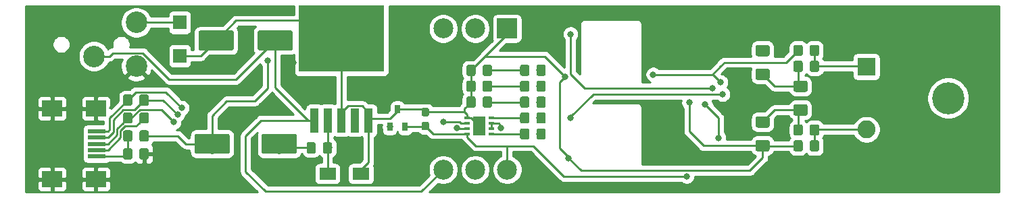
<source format=gbr>
G04 #@! TF.GenerationSoftware,KiCad,Pcbnew,(5.1.0)-1*
G04 #@! TF.CreationDate,2022-11-08T16:58:41+01:00*
G04 #@! TF.ProjectId,DualPressure_V1,4475616c-5072-4657-9373-7572655f5631,rev?*
G04 #@! TF.SameCoordinates,Original*
G04 #@! TF.FileFunction,Copper,L1,Top*
G04 #@! TF.FilePolarity,Positive*
%FSLAX46Y46*%
G04 Gerber Fmt 4.6, Leading zero omitted, Abs format (unit mm)*
G04 Created by KiCad (PCBNEW (5.1.0)-1) date 2022-11-08 16:58:41*
%MOMM*%
%LPD*%
G04 APERTURE LIST*
%ADD10C,0.100000*%
%ADD11C,2.500000*%
%ADD12C,0.950000*%
%ADD13C,1.150000*%
%ADD14C,1.425000*%
%ADD15R,1.670000X1.820000*%
%ADD16R,2.100000X1.500000*%
%ADD17R,0.750000X0.350000*%
%ADD18R,1.600000X2.400000*%
%ADD19C,2.704000*%
%ADD20R,2.300000X0.500000*%
%ADD21R,2.500000X2.000000*%
%ADD22R,1.016000X3.050000*%
%ADD23R,10.660000X8.380000*%
%ADD24R,0.650000X1.050000*%
%ADD25R,2.500000X2.500000*%
%ADD26R,2.250000X2.250000*%
%ADD27C,2.250000*%
%ADD28C,4.050000*%
%ADD29C,0.800000*%
%ADD30C,0.250000*%
%ADD31C,0.254000*%
G04 APERTURE END LIST*
D10*
G36*
X155174504Y-91001204D02*
G01*
X155198773Y-91004804D01*
X155222571Y-91010765D01*
X155245671Y-91019030D01*
X155267849Y-91029520D01*
X155288893Y-91042133D01*
X155308598Y-91056747D01*
X155326777Y-91073223D01*
X155343253Y-91091402D01*
X155357867Y-91111107D01*
X155370480Y-91132151D01*
X155380970Y-91154329D01*
X155389235Y-91177429D01*
X155395196Y-91201227D01*
X155398796Y-91225496D01*
X155400000Y-91250000D01*
X155400000Y-93250000D01*
X155398796Y-93274504D01*
X155395196Y-93298773D01*
X155389235Y-93322571D01*
X155380970Y-93345671D01*
X155370480Y-93367849D01*
X155357867Y-93388893D01*
X155343253Y-93408598D01*
X155326777Y-93426777D01*
X155308598Y-93443253D01*
X155288893Y-93457867D01*
X155267849Y-93470480D01*
X155245671Y-93480970D01*
X155222571Y-93489235D01*
X155198773Y-93495196D01*
X155174504Y-93498796D01*
X155150000Y-93500000D01*
X151250000Y-93500000D01*
X151225496Y-93498796D01*
X151201227Y-93495196D01*
X151177429Y-93489235D01*
X151154329Y-93480970D01*
X151132151Y-93470480D01*
X151111107Y-93457867D01*
X151091402Y-93443253D01*
X151073223Y-93426777D01*
X151056747Y-93408598D01*
X151042133Y-93388893D01*
X151029520Y-93367849D01*
X151019030Y-93345671D01*
X151010765Y-93322571D01*
X151004804Y-93298773D01*
X151001204Y-93274504D01*
X151000000Y-93250000D01*
X151000000Y-91250000D01*
X151001204Y-91225496D01*
X151004804Y-91201227D01*
X151010765Y-91177429D01*
X151019030Y-91154329D01*
X151029520Y-91132151D01*
X151042133Y-91111107D01*
X151056747Y-91091402D01*
X151073223Y-91073223D01*
X151091402Y-91056747D01*
X151111107Y-91042133D01*
X151132151Y-91029520D01*
X151154329Y-91019030D01*
X151177429Y-91010765D01*
X151201227Y-91004804D01*
X151225496Y-91001204D01*
X151250000Y-91000000D01*
X155150000Y-91000000D01*
X155174504Y-91001204D01*
X155174504Y-91001204D01*
G37*
D11*
X153200000Y-92250000D03*
D10*
G36*
X147774504Y-91001204D02*
G01*
X147798773Y-91004804D01*
X147822571Y-91010765D01*
X147845671Y-91019030D01*
X147867849Y-91029520D01*
X147888893Y-91042133D01*
X147908598Y-91056747D01*
X147926777Y-91073223D01*
X147943253Y-91091402D01*
X147957867Y-91111107D01*
X147970480Y-91132151D01*
X147980970Y-91154329D01*
X147989235Y-91177429D01*
X147995196Y-91201227D01*
X147998796Y-91225496D01*
X148000000Y-91250000D01*
X148000000Y-93250000D01*
X147998796Y-93274504D01*
X147995196Y-93298773D01*
X147989235Y-93322571D01*
X147980970Y-93345671D01*
X147970480Y-93367849D01*
X147957867Y-93388893D01*
X147943253Y-93408598D01*
X147926777Y-93426777D01*
X147908598Y-93443253D01*
X147888893Y-93457867D01*
X147867849Y-93470480D01*
X147845671Y-93480970D01*
X147822571Y-93489235D01*
X147798773Y-93495196D01*
X147774504Y-93498796D01*
X147750000Y-93500000D01*
X143850000Y-93500000D01*
X143825496Y-93498796D01*
X143801227Y-93495196D01*
X143777429Y-93489235D01*
X143754329Y-93480970D01*
X143732151Y-93470480D01*
X143711107Y-93457867D01*
X143691402Y-93443253D01*
X143673223Y-93426777D01*
X143656747Y-93408598D01*
X143642133Y-93388893D01*
X143629520Y-93367849D01*
X143619030Y-93345671D01*
X143610765Y-93322571D01*
X143604804Y-93298773D01*
X143601204Y-93274504D01*
X143600000Y-93250000D01*
X143600000Y-91250000D01*
X143601204Y-91225496D01*
X143604804Y-91201227D01*
X143610765Y-91177429D01*
X143619030Y-91154329D01*
X143629520Y-91132151D01*
X143642133Y-91111107D01*
X143656747Y-91091402D01*
X143673223Y-91073223D01*
X143691402Y-91056747D01*
X143711107Y-91042133D01*
X143732151Y-91029520D01*
X143754329Y-91019030D01*
X143777429Y-91010765D01*
X143801227Y-91004804D01*
X143825496Y-91001204D01*
X143850000Y-91000000D01*
X147750000Y-91000000D01*
X147774504Y-91001204D01*
X147774504Y-91001204D01*
G37*
D11*
X145800000Y-92250000D03*
D10*
G36*
X155674504Y-104001204D02*
G01*
X155698773Y-104004804D01*
X155722571Y-104010765D01*
X155745671Y-104019030D01*
X155767849Y-104029520D01*
X155788893Y-104042133D01*
X155808598Y-104056747D01*
X155826777Y-104073223D01*
X155843253Y-104091402D01*
X155857867Y-104111107D01*
X155870480Y-104132151D01*
X155880970Y-104154329D01*
X155889235Y-104177429D01*
X155895196Y-104201227D01*
X155898796Y-104225496D01*
X155900000Y-104250000D01*
X155900000Y-106250000D01*
X155898796Y-106274504D01*
X155895196Y-106298773D01*
X155889235Y-106322571D01*
X155880970Y-106345671D01*
X155870480Y-106367849D01*
X155857867Y-106388893D01*
X155843253Y-106408598D01*
X155826777Y-106426777D01*
X155808598Y-106443253D01*
X155788893Y-106457867D01*
X155767849Y-106470480D01*
X155745671Y-106480970D01*
X155722571Y-106489235D01*
X155698773Y-106495196D01*
X155674504Y-106498796D01*
X155650000Y-106500000D01*
X151750000Y-106500000D01*
X151725496Y-106498796D01*
X151701227Y-106495196D01*
X151677429Y-106489235D01*
X151654329Y-106480970D01*
X151632151Y-106470480D01*
X151611107Y-106457867D01*
X151591402Y-106443253D01*
X151573223Y-106426777D01*
X151556747Y-106408598D01*
X151542133Y-106388893D01*
X151529520Y-106367849D01*
X151519030Y-106345671D01*
X151510765Y-106322571D01*
X151504804Y-106298773D01*
X151501204Y-106274504D01*
X151500000Y-106250000D01*
X151500000Y-104250000D01*
X151501204Y-104225496D01*
X151504804Y-104201227D01*
X151510765Y-104177429D01*
X151519030Y-104154329D01*
X151529520Y-104132151D01*
X151542133Y-104111107D01*
X151556747Y-104091402D01*
X151573223Y-104073223D01*
X151591402Y-104056747D01*
X151611107Y-104042133D01*
X151632151Y-104029520D01*
X151654329Y-104019030D01*
X151677429Y-104010765D01*
X151701227Y-104004804D01*
X151725496Y-104001204D01*
X151750000Y-104000000D01*
X155650000Y-104000000D01*
X155674504Y-104001204D01*
X155674504Y-104001204D01*
G37*
D11*
X153700000Y-105250000D03*
D10*
G36*
X147274504Y-104001204D02*
G01*
X147298773Y-104004804D01*
X147322571Y-104010765D01*
X147345671Y-104019030D01*
X147367849Y-104029520D01*
X147388893Y-104042133D01*
X147408598Y-104056747D01*
X147426777Y-104073223D01*
X147443253Y-104091402D01*
X147457867Y-104111107D01*
X147470480Y-104132151D01*
X147480970Y-104154329D01*
X147489235Y-104177429D01*
X147495196Y-104201227D01*
X147498796Y-104225496D01*
X147500000Y-104250000D01*
X147500000Y-106250000D01*
X147498796Y-106274504D01*
X147495196Y-106298773D01*
X147489235Y-106322571D01*
X147480970Y-106345671D01*
X147470480Y-106367849D01*
X147457867Y-106388893D01*
X147443253Y-106408598D01*
X147426777Y-106426777D01*
X147408598Y-106443253D01*
X147388893Y-106457867D01*
X147367849Y-106470480D01*
X147345671Y-106480970D01*
X147322571Y-106489235D01*
X147298773Y-106495196D01*
X147274504Y-106498796D01*
X147250000Y-106500000D01*
X143350000Y-106500000D01*
X143325496Y-106498796D01*
X143301227Y-106495196D01*
X143277429Y-106489235D01*
X143254329Y-106480970D01*
X143232151Y-106470480D01*
X143211107Y-106457867D01*
X143191402Y-106443253D01*
X143173223Y-106426777D01*
X143156747Y-106408598D01*
X143142133Y-106388893D01*
X143129520Y-106367849D01*
X143119030Y-106345671D01*
X143110765Y-106322571D01*
X143104804Y-106298773D01*
X143101204Y-106274504D01*
X143100000Y-106250000D01*
X143100000Y-104250000D01*
X143101204Y-104225496D01*
X143104804Y-104201227D01*
X143110765Y-104177429D01*
X143119030Y-104154329D01*
X143129520Y-104132151D01*
X143142133Y-104111107D01*
X143156747Y-104091402D01*
X143173223Y-104073223D01*
X143191402Y-104056747D01*
X143211107Y-104042133D01*
X143232151Y-104029520D01*
X143254329Y-104019030D01*
X143277429Y-104010765D01*
X143301227Y-104004804D01*
X143325496Y-104001204D01*
X143350000Y-104000000D01*
X147250000Y-104000000D01*
X147274504Y-104001204D01*
X147274504Y-104001204D01*
G37*
D11*
X145300000Y-105250000D03*
D10*
G36*
X172260779Y-102476144D02*
G01*
X172283834Y-102479563D01*
X172306443Y-102485227D01*
X172328387Y-102493079D01*
X172349457Y-102503044D01*
X172369448Y-102515026D01*
X172388168Y-102528910D01*
X172405438Y-102544562D01*
X172421090Y-102561832D01*
X172434974Y-102580552D01*
X172446956Y-102600543D01*
X172456921Y-102621613D01*
X172464773Y-102643557D01*
X172470437Y-102666166D01*
X172473856Y-102689221D01*
X172475000Y-102712500D01*
X172475000Y-103287500D01*
X172473856Y-103310779D01*
X172470437Y-103333834D01*
X172464773Y-103356443D01*
X172456921Y-103378387D01*
X172446956Y-103399457D01*
X172434974Y-103419448D01*
X172421090Y-103438168D01*
X172405438Y-103455438D01*
X172388168Y-103471090D01*
X172369448Y-103484974D01*
X172349457Y-103496956D01*
X172328387Y-103506921D01*
X172306443Y-103514773D01*
X172283834Y-103520437D01*
X172260779Y-103523856D01*
X172237500Y-103525000D01*
X171762500Y-103525000D01*
X171739221Y-103523856D01*
X171716166Y-103520437D01*
X171693557Y-103514773D01*
X171671613Y-103506921D01*
X171650543Y-103496956D01*
X171630552Y-103484974D01*
X171611832Y-103471090D01*
X171594562Y-103455438D01*
X171578910Y-103438168D01*
X171565026Y-103419448D01*
X171553044Y-103399457D01*
X171543079Y-103378387D01*
X171535227Y-103356443D01*
X171529563Y-103333834D01*
X171526144Y-103310779D01*
X171525000Y-103287500D01*
X171525000Y-102712500D01*
X171526144Y-102689221D01*
X171529563Y-102666166D01*
X171535227Y-102643557D01*
X171543079Y-102621613D01*
X171553044Y-102600543D01*
X171565026Y-102580552D01*
X171578910Y-102561832D01*
X171594562Y-102544562D01*
X171611832Y-102528910D01*
X171630552Y-102515026D01*
X171650543Y-102503044D01*
X171671613Y-102493079D01*
X171693557Y-102485227D01*
X171716166Y-102479563D01*
X171739221Y-102476144D01*
X171762500Y-102475000D01*
X172237500Y-102475000D01*
X172260779Y-102476144D01*
X172260779Y-102476144D01*
G37*
D12*
X172000000Y-103000000D03*
D10*
G36*
X172260779Y-100726144D02*
G01*
X172283834Y-100729563D01*
X172306443Y-100735227D01*
X172328387Y-100743079D01*
X172349457Y-100753044D01*
X172369448Y-100765026D01*
X172388168Y-100778910D01*
X172405438Y-100794562D01*
X172421090Y-100811832D01*
X172434974Y-100830552D01*
X172446956Y-100850543D01*
X172456921Y-100871613D01*
X172464773Y-100893557D01*
X172470437Y-100916166D01*
X172473856Y-100939221D01*
X172475000Y-100962500D01*
X172475000Y-101537500D01*
X172473856Y-101560779D01*
X172470437Y-101583834D01*
X172464773Y-101606443D01*
X172456921Y-101628387D01*
X172446956Y-101649457D01*
X172434974Y-101669448D01*
X172421090Y-101688168D01*
X172405438Y-101705438D01*
X172388168Y-101721090D01*
X172369448Y-101734974D01*
X172349457Y-101746956D01*
X172328387Y-101756921D01*
X172306443Y-101764773D01*
X172283834Y-101770437D01*
X172260779Y-101773856D01*
X172237500Y-101775000D01*
X171762500Y-101775000D01*
X171739221Y-101773856D01*
X171716166Y-101770437D01*
X171693557Y-101764773D01*
X171671613Y-101756921D01*
X171650543Y-101746956D01*
X171630552Y-101734974D01*
X171611832Y-101721090D01*
X171594562Y-101705438D01*
X171578910Y-101688168D01*
X171565026Y-101669448D01*
X171553044Y-101649457D01*
X171543079Y-101628387D01*
X171535227Y-101606443D01*
X171529563Y-101583834D01*
X171526144Y-101560779D01*
X171525000Y-101537500D01*
X171525000Y-100962500D01*
X171526144Y-100939221D01*
X171529563Y-100916166D01*
X171535227Y-100893557D01*
X171543079Y-100871613D01*
X171553044Y-100850543D01*
X171565026Y-100830552D01*
X171578910Y-100811832D01*
X171594562Y-100794562D01*
X171611832Y-100778910D01*
X171630552Y-100765026D01*
X171650543Y-100753044D01*
X171671613Y-100743079D01*
X171693557Y-100735227D01*
X171716166Y-100729563D01*
X171739221Y-100726144D01*
X171762500Y-100725000D01*
X172237500Y-100725000D01*
X172260779Y-100726144D01*
X172260779Y-100726144D01*
G37*
D12*
X172000000Y-101250000D03*
D10*
G36*
X180124505Y-99301204D02*
G01*
X180148773Y-99304804D01*
X180172572Y-99310765D01*
X180195671Y-99319030D01*
X180217850Y-99329520D01*
X180238893Y-99342132D01*
X180258599Y-99356747D01*
X180276777Y-99373223D01*
X180293253Y-99391401D01*
X180307868Y-99411107D01*
X180320480Y-99432150D01*
X180330970Y-99454329D01*
X180339235Y-99477428D01*
X180345196Y-99501227D01*
X180348796Y-99525495D01*
X180350000Y-99549999D01*
X180350000Y-100450001D01*
X180348796Y-100474505D01*
X180345196Y-100498773D01*
X180339235Y-100522572D01*
X180330970Y-100545671D01*
X180320480Y-100567850D01*
X180307868Y-100588893D01*
X180293253Y-100608599D01*
X180276777Y-100626777D01*
X180258599Y-100643253D01*
X180238893Y-100657868D01*
X180217850Y-100670480D01*
X180195671Y-100680970D01*
X180172572Y-100689235D01*
X180148773Y-100695196D01*
X180124505Y-100698796D01*
X180100001Y-100700000D01*
X179449999Y-100700000D01*
X179425495Y-100698796D01*
X179401227Y-100695196D01*
X179377428Y-100689235D01*
X179354329Y-100680970D01*
X179332150Y-100670480D01*
X179311107Y-100657868D01*
X179291401Y-100643253D01*
X179273223Y-100626777D01*
X179256747Y-100608599D01*
X179242132Y-100588893D01*
X179229520Y-100567850D01*
X179219030Y-100545671D01*
X179210765Y-100522572D01*
X179204804Y-100498773D01*
X179201204Y-100474505D01*
X179200000Y-100450001D01*
X179200000Y-99549999D01*
X179201204Y-99525495D01*
X179204804Y-99501227D01*
X179210765Y-99477428D01*
X179219030Y-99454329D01*
X179229520Y-99432150D01*
X179242132Y-99411107D01*
X179256747Y-99391401D01*
X179273223Y-99373223D01*
X179291401Y-99356747D01*
X179311107Y-99342132D01*
X179332150Y-99329520D01*
X179354329Y-99319030D01*
X179377428Y-99310765D01*
X179401227Y-99304804D01*
X179425495Y-99301204D01*
X179449999Y-99300000D01*
X180100001Y-99300000D01*
X180124505Y-99301204D01*
X180124505Y-99301204D01*
G37*
D13*
X179775000Y-100000000D03*
D10*
G36*
X178074505Y-99301204D02*
G01*
X178098773Y-99304804D01*
X178122572Y-99310765D01*
X178145671Y-99319030D01*
X178167850Y-99329520D01*
X178188893Y-99342132D01*
X178208599Y-99356747D01*
X178226777Y-99373223D01*
X178243253Y-99391401D01*
X178257868Y-99411107D01*
X178270480Y-99432150D01*
X178280970Y-99454329D01*
X178289235Y-99477428D01*
X178295196Y-99501227D01*
X178298796Y-99525495D01*
X178300000Y-99549999D01*
X178300000Y-100450001D01*
X178298796Y-100474505D01*
X178295196Y-100498773D01*
X178289235Y-100522572D01*
X178280970Y-100545671D01*
X178270480Y-100567850D01*
X178257868Y-100588893D01*
X178243253Y-100608599D01*
X178226777Y-100626777D01*
X178208599Y-100643253D01*
X178188893Y-100657868D01*
X178167850Y-100670480D01*
X178145671Y-100680970D01*
X178122572Y-100689235D01*
X178098773Y-100695196D01*
X178074505Y-100698796D01*
X178050001Y-100700000D01*
X177399999Y-100700000D01*
X177375495Y-100698796D01*
X177351227Y-100695196D01*
X177327428Y-100689235D01*
X177304329Y-100680970D01*
X177282150Y-100670480D01*
X177261107Y-100657868D01*
X177241401Y-100643253D01*
X177223223Y-100626777D01*
X177206747Y-100608599D01*
X177192132Y-100588893D01*
X177179520Y-100567850D01*
X177169030Y-100545671D01*
X177160765Y-100522572D01*
X177154804Y-100498773D01*
X177151204Y-100474505D01*
X177150000Y-100450001D01*
X177150000Y-99549999D01*
X177151204Y-99525495D01*
X177154804Y-99501227D01*
X177160765Y-99477428D01*
X177169030Y-99454329D01*
X177179520Y-99432150D01*
X177192132Y-99411107D01*
X177206747Y-99391401D01*
X177223223Y-99373223D01*
X177241401Y-99356747D01*
X177261107Y-99342132D01*
X177282150Y-99329520D01*
X177304329Y-99319030D01*
X177327428Y-99310765D01*
X177351227Y-99304804D01*
X177375495Y-99301204D01*
X177399999Y-99300000D01*
X178050001Y-99300000D01*
X178074505Y-99301204D01*
X178074505Y-99301204D01*
G37*
D13*
X177725000Y-100000000D03*
D10*
G36*
X178074505Y-97301204D02*
G01*
X178098773Y-97304804D01*
X178122572Y-97310765D01*
X178145671Y-97319030D01*
X178167850Y-97329520D01*
X178188893Y-97342132D01*
X178208599Y-97356747D01*
X178226777Y-97373223D01*
X178243253Y-97391401D01*
X178257868Y-97411107D01*
X178270480Y-97432150D01*
X178280970Y-97454329D01*
X178289235Y-97477428D01*
X178295196Y-97501227D01*
X178298796Y-97525495D01*
X178300000Y-97549999D01*
X178300000Y-98450001D01*
X178298796Y-98474505D01*
X178295196Y-98498773D01*
X178289235Y-98522572D01*
X178280970Y-98545671D01*
X178270480Y-98567850D01*
X178257868Y-98588893D01*
X178243253Y-98608599D01*
X178226777Y-98626777D01*
X178208599Y-98643253D01*
X178188893Y-98657868D01*
X178167850Y-98670480D01*
X178145671Y-98680970D01*
X178122572Y-98689235D01*
X178098773Y-98695196D01*
X178074505Y-98698796D01*
X178050001Y-98700000D01*
X177399999Y-98700000D01*
X177375495Y-98698796D01*
X177351227Y-98695196D01*
X177327428Y-98689235D01*
X177304329Y-98680970D01*
X177282150Y-98670480D01*
X177261107Y-98657868D01*
X177241401Y-98643253D01*
X177223223Y-98626777D01*
X177206747Y-98608599D01*
X177192132Y-98588893D01*
X177179520Y-98567850D01*
X177169030Y-98545671D01*
X177160765Y-98522572D01*
X177154804Y-98498773D01*
X177151204Y-98474505D01*
X177150000Y-98450001D01*
X177150000Y-97549999D01*
X177151204Y-97525495D01*
X177154804Y-97501227D01*
X177160765Y-97477428D01*
X177169030Y-97454329D01*
X177179520Y-97432150D01*
X177192132Y-97411107D01*
X177206747Y-97391401D01*
X177223223Y-97373223D01*
X177241401Y-97356747D01*
X177261107Y-97342132D01*
X177282150Y-97329520D01*
X177304329Y-97319030D01*
X177327428Y-97310765D01*
X177351227Y-97304804D01*
X177375495Y-97301204D01*
X177399999Y-97300000D01*
X178050001Y-97300000D01*
X178074505Y-97301204D01*
X178074505Y-97301204D01*
G37*
D13*
X177725000Y-98000000D03*
D10*
G36*
X180124505Y-97301204D02*
G01*
X180148773Y-97304804D01*
X180172572Y-97310765D01*
X180195671Y-97319030D01*
X180217850Y-97329520D01*
X180238893Y-97342132D01*
X180258599Y-97356747D01*
X180276777Y-97373223D01*
X180293253Y-97391401D01*
X180307868Y-97411107D01*
X180320480Y-97432150D01*
X180330970Y-97454329D01*
X180339235Y-97477428D01*
X180345196Y-97501227D01*
X180348796Y-97525495D01*
X180350000Y-97549999D01*
X180350000Y-98450001D01*
X180348796Y-98474505D01*
X180345196Y-98498773D01*
X180339235Y-98522572D01*
X180330970Y-98545671D01*
X180320480Y-98567850D01*
X180307868Y-98588893D01*
X180293253Y-98608599D01*
X180276777Y-98626777D01*
X180258599Y-98643253D01*
X180238893Y-98657868D01*
X180217850Y-98670480D01*
X180195671Y-98680970D01*
X180172572Y-98689235D01*
X180148773Y-98695196D01*
X180124505Y-98698796D01*
X180100001Y-98700000D01*
X179449999Y-98700000D01*
X179425495Y-98698796D01*
X179401227Y-98695196D01*
X179377428Y-98689235D01*
X179354329Y-98680970D01*
X179332150Y-98670480D01*
X179311107Y-98657868D01*
X179291401Y-98643253D01*
X179273223Y-98626777D01*
X179256747Y-98608599D01*
X179242132Y-98588893D01*
X179229520Y-98567850D01*
X179219030Y-98545671D01*
X179210765Y-98522572D01*
X179204804Y-98498773D01*
X179201204Y-98474505D01*
X179200000Y-98450001D01*
X179200000Y-97549999D01*
X179201204Y-97525495D01*
X179204804Y-97501227D01*
X179210765Y-97477428D01*
X179219030Y-97454329D01*
X179229520Y-97432150D01*
X179242132Y-97411107D01*
X179256747Y-97391401D01*
X179273223Y-97373223D01*
X179291401Y-97356747D01*
X179311107Y-97342132D01*
X179332150Y-97329520D01*
X179354329Y-97319030D01*
X179377428Y-97310765D01*
X179401227Y-97304804D01*
X179425495Y-97301204D01*
X179449999Y-97300000D01*
X180100001Y-97300000D01*
X180124505Y-97301204D01*
X180124505Y-97301204D01*
G37*
D13*
X179775000Y-98000000D03*
D10*
G36*
X180124505Y-95301204D02*
G01*
X180148773Y-95304804D01*
X180172572Y-95310765D01*
X180195671Y-95319030D01*
X180217850Y-95329520D01*
X180238893Y-95342132D01*
X180258599Y-95356747D01*
X180276777Y-95373223D01*
X180293253Y-95391401D01*
X180307868Y-95411107D01*
X180320480Y-95432150D01*
X180330970Y-95454329D01*
X180339235Y-95477428D01*
X180345196Y-95501227D01*
X180348796Y-95525495D01*
X180350000Y-95549999D01*
X180350000Y-96450001D01*
X180348796Y-96474505D01*
X180345196Y-96498773D01*
X180339235Y-96522572D01*
X180330970Y-96545671D01*
X180320480Y-96567850D01*
X180307868Y-96588893D01*
X180293253Y-96608599D01*
X180276777Y-96626777D01*
X180258599Y-96643253D01*
X180238893Y-96657868D01*
X180217850Y-96670480D01*
X180195671Y-96680970D01*
X180172572Y-96689235D01*
X180148773Y-96695196D01*
X180124505Y-96698796D01*
X180100001Y-96700000D01*
X179449999Y-96700000D01*
X179425495Y-96698796D01*
X179401227Y-96695196D01*
X179377428Y-96689235D01*
X179354329Y-96680970D01*
X179332150Y-96670480D01*
X179311107Y-96657868D01*
X179291401Y-96643253D01*
X179273223Y-96626777D01*
X179256747Y-96608599D01*
X179242132Y-96588893D01*
X179229520Y-96567850D01*
X179219030Y-96545671D01*
X179210765Y-96522572D01*
X179204804Y-96498773D01*
X179201204Y-96474505D01*
X179200000Y-96450001D01*
X179200000Y-95549999D01*
X179201204Y-95525495D01*
X179204804Y-95501227D01*
X179210765Y-95477428D01*
X179219030Y-95454329D01*
X179229520Y-95432150D01*
X179242132Y-95411107D01*
X179256747Y-95391401D01*
X179273223Y-95373223D01*
X179291401Y-95356747D01*
X179311107Y-95342132D01*
X179332150Y-95329520D01*
X179354329Y-95319030D01*
X179377428Y-95310765D01*
X179401227Y-95304804D01*
X179425495Y-95301204D01*
X179449999Y-95300000D01*
X180100001Y-95300000D01*
X180124505Y-95301204D01*
X180124505Y-95301204D01*
G37*
D13*
X179775000Y-96000000D03*
D10*
G36*
X178074505Y-95301204D02*
G01*
X178098773Y-95304804D01*
X178122572Y-95310765D01*
X178145671Y-95319030D01*
X178167850Y-95329520D01*
X178188893Y-95342132D01*
X178208599Y-95356747D01*
X178226777Y-95373223D01*
X178243253Y-95391401D01*
X178257868Y-95411107D01*
X178270480Y-95432150D01*
X178280970Y-95454329D01*
X178289235Y-95477428D01*
X178295196Y-95501227D01*
X178298796Y-95525495D01*
X178300000Y-95549999D01*
X178300000Y-96450001D01*
X178298796Y-96474505D01*
X178295196Y-96498773D01*
X178289235Y-96522572D01*
X178280970Y-96545671D01*
X178270480Y-96567850D01*
X178257868Y-96588893D01*
X178243253Y-96608599D01*
X178226777Y-96626777D01*
X178208599Y-96643253D01*
X178188893Y-96657868D01*
X178167850Y-96670480D01*
X178145671Y-96680970D01*
X178122572Y-96689235D01*
X178098773Y-96695196D01*
X178074505Y-96698796D01*
X178050001Y-96700000D01*
X177399999Y-96700000D01*
X177375495Y-96698796D01*
X177351227Y-96695196D01*
X177327428Y-96689235D01*
X177304329Y-96680970D01*
X177282150Y-96670480D01*
X177261107Y-96657868D01*
X177241401Y-96643253D01*
X177223223Y-96626777D01*
X177206747Y-96608599D01*
X177192132Y-96588893D01*
X177179520Y-96567850D01*
X177169030Y-96545671D01*
X177160765Y-96522572D01*
X177154804Y-96498773D01*
X177151204Y-96474505D01*
X177150000Y-96450001D01*
X177150000Y-95549999D01*
X177151204Y-95525495D01*
X177154804Y-95501227D01*
X177160765Y-95477428D01*
X177169030Y-95454329D01*
X177179520Y-95432150D01*
X177192132Y-95411107D01*
X177206747Y-95391401D01*
X177223223Y-95373223D01*
X177241401Y-95356747D01*
X177261107Y-95342132D01*
X177282150Y-95329520D01*
X177304329Y-95319030D01*
X177327428Y-95310765D01*
X177351227Y-95304804D01*
X177375495Y-95301204D01*
X177399999Y-95300000D01*
X178050001Y-95300000D01*
X178074505Y-95301204D01*
X178074505Y-95301204D01*
G37*
D13*
X177725000Y-96000000D03*
D10*
G36*
X214899504Y-95788704D02*
G01*
X214923773Y-95792304D01*
X214947571Y-95798265D01*
X214970671Y-95806530D01*
X214992849Y-95817020D01*
X215013893Y-95829633D01*
X215033598Y-95844247D01*
X215051777Y-95860723D01*
X215068253Y-95878902D01*
X215082867Y-95898607D01*
X215095480Y-95919651D01*
X215105970Y-95941829D01*
X215114235Y-95964929D01*
X215120196Y-95988727D01*
X215123796Y-96012996D01*
X215125000Y-96037500D01*
X215125000Y-96962500D01*
X215123796Y-96987004D01*
X215120196Y-97011273D01*
X215114235Y-97035071D01*
X215105970Y-97058171D01*
X215095480Y-97080349D01*
X215082867Y-97101393D01*
X215068253Y-97121098D01*
X215051777Y-97139277D01*
X215033598Y-97155753D01*
X215013893Y-97170367D01*
X214992849Y-97182980D01*
X214970671Y-97193470D01*
X214947571Y-97201735D01*
X214923773Y-97207696D01*
X214899504Y-97211296D01*
X214875000Y-97212500D01*
X213625000Y-97212500D01*
X213600496Y-97211296D01*
X213576227Y-97207696D01*
X213552429Y-97201735D01*
X213529329Y-97193470D01*
X213507151Y-97182980D01*
X213486107Y-97170367D01*
X213466402Y-97155753D01*
X213448223Y-97139277D01*
X213431747Y-97121098D01*
X213417133Y-97101393D01*
X213404520Y-97080349D01*
X213394030Y-97058171D01*
X213385765Y-97035071D01*
X213379804Y-97011273D01*
X213376204Y-96987004D01*
X213375000Y-96962500D01*
X213375000Y-96037500D01*
X213376204Y-96012996D01*
X213379804Y-95988727D01*
X213385765Y-95964929D01*
X213394030Y-95941829D01*
X213404520Y-95919651D01*
X213417133Y-95898607D01*
X213431747Y-95878902D01*
X213448223Y-95860723D01*
X213466402Y-95844247D01*
X213486107Y-95829633D01*
X213507151Y-95817020D01*
X213529329Y-95806530D01*
X213552429Y-95798265D01*
X213576227Y-95792304D01*
X213600496Y-95788704D01*
X213625000Y-95787500D01*
X214875000Y-95787500D01*
X214899504Y-95788704D01*
X214899504Y-95788704D01*
G37*
D14*
X214250000Y-96500000D03*
D10*
G36*
X214899504Y-92813704D02*
G01*
X214923773Y-92817304D01*
X214947571Y-92823265D01*
X214970671Y-92831530D01*
X214992849Y-92842020D01*
X215013893Y-92854633D01*
X215033598Y-92869247D01*
X215051777Y-92885723D01*
X215068253Y-92903902D01*
X215082867Y-92923607D01*
X215095480Y-92944651D01*
X215105970Y-92966829D01*
X215114235Y-92989929D01*
X215120196Y-93013727D01*
X215123796Y-93037996D01*
X215125000Y-93062500D01*
X215125000Y-93987500D01*
X215123796Y-94012004D01*
X215120196Y-94036273D01*
X215114235Y-94060071D01*
X215105970Y-94083171D01*
X215095480Y-94105349D01*
X215082867Y-94126393D01*
X215068253Y-94146098D01*
X215051777Y-94164277D01*
X215033598Y-94180753D01*
X215013893Y-94195367D01*
X214992849Y-94207980D01*
X214970671Y-94218470D01*
X214947571Y-94226735D01*
X214923773Y-94232696D01*
X214899504Y-94236296D01*
X214875000Y-94237500D01*
X213625000Y-94237500D01*
X213600496Y-94236296D01*
X213576227Y-94232696D01*
X213552429Y-94226735D01*
X213529329Y-94218470D01*
X213507151Y-94207980D01*
X213486107Y-94195367D01*
X213466402Y-94180753D01*
X213448223Y-94164277D01*
X213431747Y-94146098D01*
X213417133Y-94126393D01*
X213404520Y-94105349D01*
X213394030Y-94083171D01*
X213385765Y-94060071D01*
X213379804Y-94036273D01*
X213376204Y-94012004D01*
X213375000Y-93987500D01*
X213375000Y-93062500D01*
X213376204Y-93037996D01*
X213379804Y-93013727D01*
X213385765Y-92989929D01*
X213394030Y-92966829D01*
X213404520Y-92944651D01*
X213417133Y-92923607D01*
X213431747Y-92903902D01*
X213448223Y-92885723D01*
X213466402Y-92869247D01*
X213486107Y-92854633D01*
X213507151Y-92842020D01*
X213529329Y-92831530D01*
X213552429Y-92823265D01*
X213576227Y-92817304D01*
X213600496Y-92813704D01*
X213625000Y-92812500D01*
X214875000Y-92812500D01*
X214899504Y-92813704D01*
X214899504Y-92813704D01*
G37*
D14*
X214250000Y-93525000D03*
D10*
G36*
X214899504Y-101788704D02*
G01*
X214923773Y-101792304D01*
X214947571Y-101798265D01*
X214970671Y-101806530D01*
X214992849Y-101817020D01*
X215013893Y-101829633D01*
X215033598Y-101844247D01*
X215051777Y-101860723D01*
X215068253Y-101878902D01*
X215082867Y-101898607D01*
X215095480Y-101919651D01*
X215105970Y-101941829D01*
X215114235Y-101964929D01*
X215120196Y-101988727D01*
X215123796Y-102012996D01*
X215125000Y-102037500D01*
X215125000Y-102962500D01*
X215123796Y-102987004D01*
X215120196Y-103011273D01*
X215114235Y-103035071D01*
X215105970Y-103058171D01*
X215095480Y-103080349D01*
X215082867Y-103101393D01*
X215068253Y-103121098D01*
X215051777Y-103139277D01*
X215033598Y-103155753D01*
X215013893Y-103170367D01*
X214992849Y-103182980D01*
X214970671Y-103193470D01*
X214947571Y-103201735D01*
X214923773Y-103207696D01*
X214899504Y-103211296D01*
X214875000Y-103212500D01*
X213625000Y-103212500D01*
X213600496Y-103211296D01*
X213576227Y-103207696D01*
X213552429Y-103201735D01*
X213529329Y-103193470D01*
X213507151Y-103182980D01*
X213486107Y-103170367D01*
X213466402Y-103155753D01*
X213448223Y-103139277D01*
X213431747Y-103121098D01*
X213417133Y-103101393D01*
X213404520Y-103080349D01*
X213394030Y-103058171D01*
X213385765Y-103035071D01*
X213379804Y-103011273D01*
X213376204Y-102987004D01*
X213375000Y-102962500D01*
X213375000Y-102037500D01*
X213376204Y-102012996D01*
X213379804Y-101988727D01*
X213385765Y-101964929D01*
X213394030Y-101941829D01*
X213404520Y-101919651D01*
X213417133Y-101898607D01*
X213431747Y-101878902D01*
X213448223Y-101860723D01*
X213466402Y-101844247D01*
X213486107Y-101829633D01*
X213507151Y-101817020D01*
X213529329Y-101806530D01*
X213552429Y-101798265D01*
X213576227Y-101792304D01*
X213600496Y-101788704D01*
X213625000Y-101787500D01*
X214875000Y-101787500D01*
X214899504Y-101788704D01*
X214899504Y-101788704D01*
G37*
D14*
X214250000Y-102500000D03*
D10*
G36*
X214899504Y-104763704D02*
G01*
X214923773Y-104767304D01*
X214947571Y-104773265D01*
X214970671Y-104781530D01*
X214992849Y-104792020D01*
X215013893Y-104804633D01*
X215033598Y-104819247D01*
X215051777Y-104835723D01*
X215068253Y-104853902D01*
X215082867Y-104873607D01*
X215095480Y-104894651D01*
X215105970Y-104916829D01*
X215114235Y-104939929D01*
X215120196Y-104963727D01*
X215123796Y-104987996D01*
X215125000Y-105012500D01*
X215125000Y-105937500D01*
X215123796Y-105962004D01*
X215120196Y-105986273D01*
X215114235Y-106010071D01*
X215105970Y-106033171D01*
X215095480Y-106055349D01*
X215082867Y-106076393D01*
X215068253Y-106096098D01*
X215051777Y-106114277D01*
X215033598Y-106130753D01*
X215013893Y-106145367D01*
X214992849Y-106157980D01*
X214970671Y-106168470D01*
X214947571Y-106176735D01*
X214923773Y-106182696D01*
X214899504Y-106186296D01*
X214875000Y-106187500D01*
X213625000Y-106187500D01*
X213600496Y-106186296D01*
X213576227Y-106182696D01*
X213552429Y-106176735D01*
X213529329Y-106168470D01*
X213507151Y-106157980D01*
X213486107Y-106145367D01*
X213466402Y-106130753D01*
X213448223Y-106114277D01*
X213431747Y-106096098D01*
X213417133Y-106076393D01*
X213404520Y-106055349D01*
X213394030Y-106033171D01*
X213385765Y-106010071D01*
X213379804Y-105986273D01*
X213376204Y-105962004D01*
X213375000Y-105937500D01*
X213375000Y-105012500D01*
X213376204Y-104987996D01*
X213379804Y-104963727D01*
X213385765Y-104939929D01*
X213394030Y-104916829D01*
X213404520Y-104894651D01*
X213417133Y-104873607D01*
X213431747Y-104853902D01*
X213448223Y-104835723D01*
X213466402Y-104819247D01*
X213486107Y-104804633D01*
X213507151Y-104792020D01*
X213529329Y-104781530D01*
X213552429Y-104773265D01*
X213576227Y-104767304D01*
X213600496Y-104763704D01*
X213625000Y-104762500D01*
X214875000Y-104762500D01*
X214899504Y-104763704D01*
X214899504Y-104763704D01*
G37*
D14*
X214250000Y-105475000D03*
D10*
G36*
X219649504Y-97301204D02*
G01*
X219673773Y-97304804D01*
X219697571Y-97310765D01*
X219720671Y-97319030D01*
X219742849Y-97329520D01*
X219763893Y-97342133D01*
X219783598Y-97356747D01*
X219801777Y-97373223D01*
X219818253Y-97391402D01*
X219832867Y-97411107D01*
X219845480Y-97432151D01*
X219855970Y-97454329D01*
X219864235Y-97477429D01*
X219870196Y-97501227D01*
X219873796Y-97525496D01*
X219875000Y-97550000D01*
X219875000Y-98475000D01*
X219873796Y-98499504D01*
X219870196Y-98523773D01*
X219864235Y-98547571D01*
X219855970Y-98570671D01*
X219845480Y-98592849D01*
X219832867Y-98613893D01*
X219818253Y-98633598D01*
X219801777Y-98651777D01*
X219783598Y-98668253D01*
X219763893Y-98682867D01*
X219742849Y-98695480D01*
X219720671Y-98705970D01*
X219697571Y-98714235D01*
X219673773Y-98720196D01*
X219649504Y-98723796D01*
X219625000Y-98725000D01*
X218375000Y-98725000D01*
X218350496Y-98723796D01*
X218326227Y-98720196D01*
X218302429Y-98714235D01*
X218279329Y-98705970D01*
X218257151Y-98695480D01*
X218236107Y-98682867D01*
X218216402Y-98668253D01*
X218198223Y-98651777D01*
X218181747Y-98633598D01*
X218167133Y-98613893D01*
X218154520Y-98592849D01*
X218144030Y-98570671D01*
X218135765Y-98547571D01*
X218129804Y-98523773D01*
X218126204Y-98499504D01*
X218125000Y-98475000D01*
X218125000Y-97550000D01*
X218126204Y-97525496D01*
X218129804Y-97501227D01*
X218135765Y-97477429D01*
X218144030Y-97454329D01*
X218154520Y-97432151D01*
X218167133Y-97411107D01*
X218181747Y-97391402D01*
X218198223Y-97373223D01*
X218216402Y-97356747D01*
X218236107Y-97342133D01*
X218257151Y-97329520D01*
X218279329Y-97319030D01*
X218302429Y-97310765D01*
X218326227Y-97304804D01*
X218350496Y-97301204D01*
X218375000Y-97300000D01*
X219625000Y-97300000D01*
X219649504Y-97301204D01*
X219649504Y-97301204D01*
G37*
D14*
X219000000Y-98012500D03*
D10*
G36*
X219649504Y-100276204D02*
G01*
X219673773Y-100279804D01*
X219697571Y-100285765D01*
X219720671Y-100294030D01*
X219742849Y-100304520D01*
X219763893Y-100317133D01*
X219783598Y-100331747D01*
X219801777Y-100348223D01*
X219818253Y-100366402D01*
X219832867Y-100386107D01*
X219845480Y-100407151D01*
X219855970Y-100429329D01*
X219864235Y-100452429D01*
X219870196Y-100476227D01*
X219873796Y-100500496D01*
X219875000Y-100525000D01*
X219875000Y-101450000D01*
X219873796Y-101474504D01*
X219870196Y-101498773D01*
X219864235Y-101522571D01*
X219855970Y-101545671D01*
X219845480Y-101567849D01*
X219832867Y-101588893D01*
X219818253Y-101608598D01*
X219801777Y-101626777D01*
X219783598Y-101643253D01*
X219763893Y-101657867D01*
X219742849Y-101670480D01*
X219720671Y-101680970D01*
X219697571Y-101689235D01*
X219673773Y-101695196D01*
X219649504Y-101698796D01*
X219625000Y-101700000D01*
X218375000Y-101700000D01*
X218350496Y-101698796D01*
X218326227Y-101695196D01*
X218302429Y-101689235D01*
X218279329Y-101680970D01*
X218257151Y-101670480D01*
X218236107Y-101657867D01*
X218216402Y-101643253D01*
X218198223Y-101626777D01*
X218181747Y-101608598D01*
X218167133Y-101588893D01*
X218154520Y-101567849D01*
X218144030Y-101545671D01*
X218135765Y-101522571D01*
X218129804Y-101498773D01*
X218126204Y-101474504D01*
X218125000Y-101450000D01*
X218125000Y-100525000D01*
X218126204Y-100500496D01*
X218129804Y-100476227D01*
X218135765Y-100452429D01*
X218144030Y-100429329D01*
X218154520Y-100407151D01*
X218167133Y-100386107D01*
X218181747Y-100366402D01*
X218198223Y-100348223D01*
X218216402Y-100331747D01*
X218236107Y-100317133D01*
X218257151Y-100304520D01*
X218279329Y-100294030D01*
X218302429Y-100285765D01*
X218326227Y-100279804D01*
X218350496Y-100276204D01*
X218375000Y-100275000D01*
X219625000Y-100275000D01*
X219649504Y-100276204D01*
X219649504Y-100276204D01*
G37*
D14*
X219000000Y-100987500D03*
D15*
X141250000Y-90000000D03*
X141250000Y-94200000D03*
D16*
X159750000Y-109000000D03*
X163950000Y-109000000D03*
D10*
G36*
X135074505Y-103551204D02*
G01*
X135098773Y-103554804D01*
X135122572Y-103560765D01*
X135145671Y-103569030D01*
X135167850Y-103579520D01*
X135188893Y-103592132D01*
X135208599Y-103606747D01*
X135226777Y-103623223D01*
X135243253Y-103641401D01*
X135257868Y-103661107D01*
X135270480Y-103682150D01*
X135280970Y-103704329D01*
X135289235Y-103727428D01*
X135295196Y-103751227D01*
X135298796Y-103775495D01*
X135300000Y-103799999D01*
X135300000Y-104700001D01*
X135298796Y-104724505D01*
X135295196Y-104748773D01*
X135289235Y-104772572D01*
X135280970Y-104795671D01*
X135270480Y-104817850D01*
X135257868Y-104838893D01*
X135243253Y-104858599D01*
X135226777Y-104876777D01*
X135208599Y-104893253D01*
X135188893Y-104907868D01*
X135167850Y-104920480D01*
X135145671Y-104930970D01*
X135122572Y-104939235D01*
X135098773Y-104945196D01*
X135074505Y-104948796D01*
X135050001Y-104950000D01*
X134399999Y-104950000D01*
X134375495Y-104948796D01*
X134351227Y-104945196D01*
X134327428Y-104939235D01*
X134304329Y-104930970D01*
X134282150Y-104920480D01*
X134261107Y-104907868D01*
X134241401Y-104893253D01*
X134223223Y-104876777D01*
X134206747Y-104858599D01*
X134192132Y-104838893D01*
X134179520Y-104817850D01*
X134169030Y-104795671D01*
X134160765Y-104772572D01*
X134154804Y-104748773D01*
X134151204Y-104724505D01*
X134150000Y-104700001D01*
X134150000Y-103799999D01*
X134151204Y-103775495D01*
X134154804Y-103751227D01*
X134160765Y-103727428D01*
X134169030Y-103704329D01*
X134179520Y-103682150D01*
X134192132Y-103661107D01*
X134206747Y-103641401D01*
X134223223Y-103623223D01*
X134241401Y-103606747D01*
X134261107Y-103592132D01*
X134282150Y-103579520D01*
X134304329Y-103569030D01*
X134327428Y-103560765D01*
X134351227Y-103554804D01*
X134375495Y-103551204D01*
X134399999Y-103550000D01*
X135050001Y-103550000D01*
X135074505Y-103551204D01*
X135074505Y-103551204D01*
G37*
D13*
X134725000Y-104250000D03*
D10*
G36*
X137124505Y-103551204D02*
G01*
X137148773Y-103554804D01*
X137172572Y-103560765D01*
X137195671Y-103569030D01*
X137217850Y-103579520D01*
X137238893Y-103592132D01*
X137258599Y-103606747D01*
X137276777Y-103623223D01*
X137293253Y-103641401D01*
X137307868Y-103661107D01*
X137320480Y-103682150D01*
X137330970Y-103704329D01*
X137339235Y-103727428D01*
X137345196Y-103751227D01*
X137348796Y-103775495D01*
X137350000Y-103799999D01*
X137350000Y-104700001D01*
X137348796Y-104724505D01*
X137345196Y-104748773D01*
X137339235Y-104772572D01*
X137330970Y-104795671D01*
X137320480Y-104817850D01*
X137307868Y-104838893D01*
X137293253Y-104858599D01*
X137276777Y-104876777D01*
X137258599Y-104893253D01*
X137238893Y-104907868D01*
X137217850Y-104920480D01*
X137195671Y-104930970D01*
X137172572Y-104939235D01*
X137148773Y-104945196D01*
X137124505Y-104948796D01*
X137100001Y-104950000D01*
X136449999Y-104950000D01*
X136425495Y-104948796D01*
X136401227Y-104945196D01*
X136377428Y-104939235D01*
X136354329Y-104930970D01*
X136332150Y-104920480D01*
X136311107Y-104907868D01*
X136291401Y-104893253D01*
X136273223Y-104876777D01*
X136256747Y-104858599D01*
X136242132Y-104838893D01*
X136229520Y-104817850D01*
X136219030Y-104795671D01*
X136210765Y-104772572D01*
X136204804Y-104748773D01*
X136201204Y-104724505D01*
X136200000Y-104700001D01*
X136200000Y-103799999D01*
X136201204Y-103775495D01*
X136204804Y-103751227D01*
X136210765Y-103727428D01*
X136219030Y-103704329D01*
X136229520Y-103682150D01*
X136242132Y-103661107D01*
X136256747Y-103641401D01*
X136273223Y-103623223D01*
X136291401Y-103606747D01*
X136311107Y-103592132D01*
X136332150Y-103579520D01*
X136354329Y-103569030D01*
X136377428Y-103560765D01*
X136401227Y-103554804D01*
X136425495Y-103551204D01*
X136449999Y-103550000D01*
X137100001Y-103550000D01*
X137124505Y-103551204D01*
X137124505Y-103551204D01*
G37*
D13*
X136775000Y-104250000D03*
D10*
G36*
X137124505Y-105801204D02*
G01*
X137148773Y-105804804D01*
X137172572Y-105810765D01*
X137195671Y-105819030D01*
X137217850Y-105829520D01*
X137238893Y-105842132D01*
X137258599Y-105856747D01*
X137276777Y-105873223D01*
X137293253Y-105891401D01*
X137307868Y-105911107D01*
X137320480Y-105932150D01*
X137330970Y-105954329D01*
X137339235Y-105977428D01*
X137345196Y-106001227D01*
X137348796Y-106025495D01*
X137350000Y-106049999D01*
X137350000Y-106950001D01*
X137348796Y-106974505D01*
X137345196Y-106998773D01*
X137339235Y-107022572D01*
X137330970Y-107045671D01*
X137320480Y-107067850D01*
X137307868Y-107088893D01*
X137293253Y-107108599D01*
X137276777Y-107126777D01*
X137258599Y-107143253D01*
X137238893Y-107157868D01*
X137217850Y-107170480D01*
X137195671Y-107180970D01*
X137172572Y-107189235D01*
X137148773Y-107195196D01*
X137124505Y-107198796D01*
X137100001Y-107200000D01*
X136449999Y-107200000D01*
X136425495Y-107198796D01*
X136401227Y-107195196D01*
X136377428Y-107189235D01*
X136354329Y-107180970D01*
X136332150Y-107170480D01*
X136311107Y-107157868D01*
X136291401Y-107143253D01*
X136273223Y-107126777D01*
X136256747Y-107108599D01*
X136242132Y-107088893D01*
X136229520Y-107067850D01*
X136219030Y-107045671D01*
X136210765Y-107022572D01*
X136204804Y-106998773D01*
X136201204Y-106974505D01*
X136200000Y-106950001D01*
X136200000Y-106049999D01*
X136201204Y-106025495D01*
X136204804Y-106001227D01*
X136210765Y-105977428D01*
X136219030Y-105954329D01*
X136229520Y-105932150D01*
X136242132Y-105911107D01*
X136256747Y-105891401D01*
X136273223Y-105873223D01*
X136291401Y-105856747D01*
X136311107Y-105842132D01*
X136332150Y-105829520D01*
X136354329Y-105819030D01*
X136377428Y-105810765D01*
X136401227Y-105804804D01*
X136425495Y-105801204D01*
X136449999Y-105800000D01*
X137100001Y-105800000D01*
X137124505Y-105801204D01*
X137124505Y-105801204D01*
G37*
D13*
X136775000Y-106500000D03*
D10*
G36*
X135074505Y-105801204D02*
G01*
X135098773Y-105804804D01*
X135122572Y-105810765D01*
X135145671Y-105819030D01*
X135167850Y-105829520D01*
X135188893Y-105842132D01*
X135208599Y-105856747D01*
X135226777Y-105873223D01*
X135243253Y-105891401D01*
X135257868Y-105911107D01*
X135270480Y-105932150D01*
X135280970Y-105954329D01*
X135289235Y-105977428D01*
X135295196Y-106001227D01*
X135298796Y-106025495D01*
X135300000Y-106049999D01*
X135300000Y-106950001D01*
X135298796Y-106974505D01*
X135295196Y-106998773D01*
X135289235Y-107022572D01*
X135280970Y-107045671D01*
X135270480Y-107067850D01*
X135257868Y-107088893D01*
X135243253Y-107108599D01*
X135226777Y-107126777D01*
X135208599Y-107143253D01*
X135188893Y-107157868D01*
X135167850Y-107170480D01*
X135145671Y-107180970D01*
X135122572Y-107189235D01*
X135098773Y-107195196D01*
X135074505Y-107198796D01*
X135050001Y-107200000D01*
X134399999Y-107200000D01*
X134375495Y-107198796D01*
X134351227Y-107195196D01*
X134327428Y-107189235D01*
X134304329Y-107180970D01*
X134282150Y-107170480D01*
X134261107Y-107157868D01*
X134241401Y-107143253D01*
X134223223Y-107126777D01*
X134206747Y-107108599D01*
X134192132Y-107088893D01*
X134179520Y-107067850D01*
X134169030Y-107045671D01*
X134160765Y-107022572D01*
X134154804Y-106998773D01*
X134151204Y-106974505D01*
X134150000Y-106950001D01*
X134150000Y-106049999D01*
X134151204Y-106025495D01*
X134154804Y-106001227D01*
X134160765Y-105977428D01*
X134169030Y-105954329D01*
X134179520Y-105932150D01*
X134192132Y-105911107D01*
X134206747Y-105891401D01*
X134223223Y-105873223D01*
X134241401Y-105856747D01*
X134261107Y-105842132D01*
X134282150Y-105829520D01*
X134304329Y-105819030D01*
X134327428Y-105810765D01*
X134351227Y-105804804D01*
X134375495Y-105801204D01*
X134399999Y-105800000D01*
X135050001Y-105800000D01*
X135074505Y-105801204D01*
X135074505Y-105801204D01*
G37*
D13*
X134725000Y-106500000D03*
D17*
X180250000Y-103975000D03*
X180250000Y-103325000D03*
X180250000Y-102675000D03*
X180250000Y-102025000D03*
X177250000Y-102025000D03*
X177250000Y-102675000D03*
X177250000Y-103325000D03*
X177250000Y-103975000D03*
D18*
X178750000Y-103000000D03*
D19*
X130500000Y-94250000D03*
X135800000Y-90000000D03*
X135800000Y-95500000D03*
D20*
X130850000Y-103650000D03*
X130850000Y-104450000D03*
X130850000Y-105250000D03*
X130850000Y-106050000D03*
X130850000Y-106850000D03*
D21*
X130750000Y-100800000D03*
X130750000Y-109700000D03*
X125250000Y-109700000D03*
X125250000Y-100800000D03*
D10*
G36*
X158049505Y-105051204D02*
G01*
X158073773Y-105054804D01*
X158097572Y-105060765D01*
X158120671Y-105069030D01*
X158142850Y-105079520D01*
X158163893Y-105092132D01*
X158183599Y-105106747D01*
X158201777Y-105123223D01*
X158218253Y-105141401D01*
X158232868Y-105161107D01*
X158245480Y-105182150D01*
X158255970Y-105204329D01*
X158264235Y-105227428D01*
X158270196Y-105251227D01*
X158273796Y-105275495D01*
X158275000Y-105299999D01*
X158275000Y-106200001D01*
X158273796Y-106224505D01*
X158270196Y-106248773D01*
X158264235Y-106272572D01*
X158255970Y-106295671D01*
X158245480Y-106317850D01*
X158232868Y-106338893D01*
X158218253Y-106358599D01*
X158201777Y-106376777D01*
X158183599Y-106393253D01*
X158163893Y-106407868D01*
X158142850Y-106420480D01*
X158120671Y-106430970D01*
X158097572Y-106439235D01*
X158073773Y-106445196D01*
X158049505Y-106448796D01*
X158025001Y-106450000D01*
X157374999Y-106450000D01*
X157350495Y-106448796D01*
X157326227Y-106445196D01*
X157302428Y-106439235D01*
X157279329Y-106430970D01*
X157257150Y-106420480D01*
X157236107Y-106407868D01*
X157216401Y-106393253D01*
X157198223Y-106376777D01*
X157181747Y-106358599D01*
X157167132Y-106338893D01*
X157154520Y-106317850D01*
X157144030Y-106295671D01*
X157135765Y-106272572D01*
X157129804Y-106248773D01*
X157126204Y-106224505D01*
X157125000Y-106200001D01*
X157125000Y-105299999D01*
X157126204Y-105275495D01*
X157129804Y-105251227D01*
X157135765Y-105227428D01*
X157144030Y-105204329D01*
X157154520Y-105182150D01*
X157167132Y-105161107D01*
X157181747Y-105141401D01*
X157198223Y-105123223D01*
X157216401Y-105106747D01*
X157236107Y-105092132D01*
X157257150Y-105079520D01*
X157279329Y-105069030D01*
X157302428Y-105060765D01*
X157326227Y-105054804D01*
X157350495Y-105051204D01*
X157374999Y-105050000D01*
X158025001Y-105050000D01*
X158049505Y-105051204D01*
X158049505Y-105051204D01*
G37*
D13*
X157700000Y-105750000D03*
D10*
G36*
X160099505Y-105051204D02*
G01*
X160123773Y-105054804D01*
X160147572Y-105060765D01*
X160170671Y-105069030D01*
X160192850Y-105079520D01*
X160213893Y-105092132D01*
X160233599Y-105106747D01*
X160251777Y-105123223D01*
X160268253Y-105141401D01*
X160282868Y-105161107D01*
X160295480Y-105182150D01*
X160305970Y-105204329D01*
X160314235Y-105227428D01*
X160320196Y-105251227D01*
X160323796Y-105275495D01*
X160325000Y-105299999D01*
X160325000Y-106200001D01*
X160323796Y-106224505D01*
X160320196Y-106248773D01*
X160314235Y-106272572D01*
X160305970Y-106295671D01*
X160295480Y-106317850D01*
X160282868Y-106338893D01*
X160268253Y-106358599D01*
X160251777Y-106376777D01*
X160233599Y-106393253D01*
X160213893Y-106407868D01*
X160192850Y-106420480D01*
X160170671Y-106430970D01*
X160147572Y-106439235D01*
X160123773Y-106445196D01*
X160099505Y-106448796D01*
X160075001Y-106450000D01*
X159424999Y-106450000D01*
X159400495Y-106448796D01*
X159376227Y-106445196D01*
X159352428Y-106439235D01*
X159329329Y-106430970D01*
X159307150Y-106420480D01*
X159286107Y-106407868D01*
X159266401Y-106393253D01*
X159248223Y-106376777D01*
X159231747Y-106358599D01*
X159217132Y-106338893D01*
X159204520Y-106317850D01*
X159194030Y-106295671D01*
X159185765Y-106272572D01*
X159179804Y-106248773D01*
X159176204Y-106224505D01*
X159175000Y-106200001D01*
X159175000Y-105299999D01*
X159176204Y-105275495D01*
X159179804Y-105251227D01*
X159185765Y-105227428D01*
X159194030Y-105204329D01*
X159204520Y-105182150D01*
X159217132Y-105161107D01*
X159231747Y-105141401D01*
X159248223Y-105123223D01*
X159266401Y-105106747D01*
X159286107Y-105092132D01*
X159307150Y-105079520D01*
X159329329Y-105069030D01*
X159352428Y-105060765D01*
X159376227Y-105054804D01*
X159400495Y-105051204D01*
X159424999Y-105050000D01*
X160075001Y-105050000D01*
X160099505Y-105051204D01*
X160099505Y-105051204D01*
G37*
D13*
X159750000Y-105750000D03*
D10*
G36*
X137124505Y-99051204D02*
G01*
X137148773Y-99054804D01*
X137172572Y-99060765D01*
X137195671Y-99069030D01*
X137217850Y-99079520D01*
X137238893Y-99092132D01*
X137258599Y-99106747D01*
X137276777Y-99123223D01*
X137293253Y-99141401D01*
X137307868Y-99161107D01*
X137320480Y-99182150D01*
X137330970Y-99204329D01*
X137339235Y-99227428D01*
X137345196Y-99251227D01*
X137348796Y-99275495D01*
X137350000Y-99299999D01*
X137350000Y-100200001D01*
X137348796Y-100224505D01*
X137345196Y-100248773D01*
X137339235Y-100272572D01*
X137330970Y-100295671D01*
X137320480Y-100317850D01*
X137307868Y-100338893D01*
X137293253Y-100358599D01*
X137276777Y-100376777D01*
X137258599Y-100393253D01*
X137238893Y-100407868D01*
X137217850Y-100420480D01*
X137195671Y-100430970D01*
X137172572Y-100439235D01*
X137148773Y-100445196D01*
X137124505Y-100448796D01*
X137100001Y-100450000D01*
X136449999Y-100450000D01*
X136425495Y-100448796D01*
X136401227Y-100445196D01*
X136377428Y-100439235D01*
X136354329Y-100430970D01*
X136332150Y-100420480D01*
X136311107Y-100407868D01*
X136291401Y-100393253D01*
X136273223Y-100376777D01*
X136256747Y-100358599D01*
X136242132Y-100338893D01*
X136229520Y-100317850D01*
X136219030Y-100295671D01*
X136210765Y-100272572D01*
X136204804Y-100248773D01*
X136201204Y-100224505D01*
X136200000Y-100200001D01*
X136200000Y-99299999D01*
X136201204Y-99275495D01*
X136204804Y-99251227D01*
X136210765Y-99227428D01*
X136219030Y-99204329D01*
X136229520Y-99182150D01*
X136242132Y-99161107D01*
X136256747Y-99141401D01*
X136273223Y-99123223D01*
X136291401Y-99106747D01*
X136311107Y-99092132D01*
X136332150Y-99079520D01*
X136354329Y-99069030D01*
X136377428Y-99060765D01*
X136401227Y-99054804D01*
X136425495Y-99051204D01*
X136449999Y-99050000D01*
X137100001Y-99050000D01*
X137124505Y-99051204D01*
X137124505Y-99051204D01*
G37*
D13*
X136775000Y-99750000D03*
D10*
G36*
X135074505Y-99051204D02*
G01*
X135098773Y-99054804D01*
X135122572Y-99060765D01*
X135145671Y-99069030D01*
X135167850Y-99079520D01*
X135188893Y-99092132D01*
X135208599Y-99106747D01*
X135226777Y-99123223D01*
X135243253Y-99141401D01*
X135257868Y-99161107D01*
X135270480Y-99182150D01*
X135280970Y-99204329D01*
X135289235Y-99227428D01*
X135295196Y-99251227D01*
X135298796Y-99275495D01*
X135300000Y-99299999D01*
X135300000Y-100200001D01*
X135298796Y-100224505D01*
X135295196Y-100248773D01*
X135289235Y-100272572D01*
X135280970Y-100295671D01*
X135270480Y-100317850D01*
X135257868Y-100338893D01*
X135243253Y-100358599D01*
X135226777Y-100376777D01*
X135208599Y-100393253D01*
X135188893Y-100407868D01*
X135167850Y-100420480D01*
X135145671Y-100430970D01*
X135122572Y-100439235D01*
X135098773Y-100445196D01*
X135074505Y-100448796D01*
X135050001Y-100450000D01*
X134399999Y-100450000D01*
X134375495Y-100448796D01*
X134351227Y-100445196D01*
X134327428Y-100439235D01*
X134304329Y-100430970D01*
X134282150Y-100420480D01*
X134261107Y-100407868D01*
X134241401Y-100393253D01*
X134223223Y-100376777D01*
X134206747Y-100358599D01*
X134192132Y-100338893D01*
X134179520Y-100317850D01*
X134169030Y-100295671D01*
X134160765Y-100272572D01*
X134154804Y-100248773D01*
X134151204Y-100224505D01*
X134150000Y-100200001D01*
X134150000Y-99299999D01*
X134151204Y-99275495D01*
X134154804Y-99251227D01*
X134160765Y-99227428D01*
X134169030Y-99204329D01*
X134179520Y-99182150D01*
X134192132Y-99161107D01*
X134206747Y-99141401D01*
X134223223Y-99123223D01*
X134241401Y-99106747D01*
X134261107Y-99092132D01*
X134282150Y-99079520D01*
X134304329Y-99069030D01*
X134327428Y-99060765D01*
X134351227Y-99054804D01*
X134375495Y-99051204D01*
X134399999Y-99050000D01*
X135050001Y-99050000D01*
X135074505Y-99051204D01*
X135074505Y-99051204D01*
G37*
D13*
X134725000Y-99750000D03*
D10*
G36*
X184799505Y-103301204D02*
G01*
X184823773Y-103304804D01*
X184847572Y-103310765D01*
X184870671Y-103319030D01*
X184892850Y-103329520D01*
X184913893Y-103342132D01*
X184933599Y-103356747D01*
X184951777Y-103373223D01*
X184968253Y-103391401D01*
X184982868Y-103411107D01*
X184995480Y-103432150D01*
X185005970Y-103454329D01*
X185014235Y-103477428D01*
X185020196Y-103501227D01*
X185023796Y-103525495D01*
X185025000Y-103549999D01*
X185025000Y-104450001D01*
X185023796Y-104474505D01*
X185020196Y-104498773D01*
X185014235Y-104522572D01*
X185005970Y-104545671D01*
X184995480Y-104567850D01*
X184982868Y-104588893D01*
X184968253Y-104608599D01*
X184951777Y-104626777D01*
X184933599Y-104643253D01*
X184913893Y-104657868D01*
X184892850Y-104670480D01*
X184870671Y-104680970D01*
X184847572Y-104689235D01*
X184823773Y-104695196D01*
X184799505Y-104698796D01*
X184775001Y-104700000D01*
X184124999Y-104700000D01*
X184100495Y-104698796D01*
X184076227Y-104695196D01*
X184052428Y-104689235D01*
X184029329Y-104680970D01*
X184007150Y-104670480D01*
X183986107Y-104657868D01*
X183966401Y-104643253D01*
X183948223Y-104626777D01*
X183931747Y-104608599D01*
X183917132Y-104588893D01*
X183904520Y-104567850D01*
X183894030Y-104545671D01*
X183885765Y-104522572D01*
X183879804Y-104498773D01*
X183876204Y-104474505D01*
X183875000Y-104450001D01*
X183875000Y-103549999D01*
X183876204Y-103525495D01*
X183879804Y-103501227D01*
X183885765Y-103477428D01*
X183894030Y-103454329D01*
X183904520Y-103432150D01*
X183917132Y-103411107D01*
X183931747Y-103391401D01*
X183948223Y-103373223D01*
X183966401Y-103356747D01*
X183986107Y-103342132D01*
X184007150Y-103329520D01*
X184029329Y-103319030D01*
X184052428Y-103310765D01*
X184076227Y-103304804D01*
X184100495Y-103301204D01*
X184124999Y-103300000D01*
X184775001Y-103300000D01*
X184799505Y-103301204D01*
X184799505Y-103301204D01*
G37*
D13*
X184450000Y-104000000D03*
D10*
G36*
X186849505Y-103301204D02*
G01*
X186873773Y-103304804D01*
X186897572Y-103310765D01*
X186920671Y-103319030D01*
X186942850Y-103329520D01*
X186963893Y-103342132D01*
X186983599Y-103356747D01*
X187001777Y-103373223D01*
X187018253Y-103391401D01*
X187032868Y-103411107D01*
X187045480Y-103432150D01*
X187055970Y-103454329D01*
X187064235Y-103477428D01*
X187070196Y-103501227D01*
X187073796Y-103525495D01*
X187075000Y-103549999D01*
X187075000Y-104450001D01*
X187073796Y-104474505D01*
X187070196Y-104498773D01*
X187064235Y-104522572D01*
X187055970Y-104545671D01*
X187045480Y-104567850D01*
X187032868Y-104588893D01*
X187018253Y-104608599D01*
X187001777Y-104626777D01*
X186983599Y-104643253D01*
X186963893Y-104657868D01*
X186942850Y-104670480D01*
X186920671Y-104680970D01*
X186897572Y-104689235D01*
X186873773Y-104695196D01*
X186849505Y-104698796D01*
X186825001Y-104700000D01*
X186174999Y-104700000D01*
X186150495Y-104698796D01*
X186126227Y-104695196D01*
X186102428Y-104689235D01*
X186079329Y-104680970D01*
X186057150Y-104670480D01*
X186036107Y-104657868D01*
X186016401Y-104643253D01*
X185998223Y-104626777D01*
X185981747Y-104608599D01*
X185967132Y-104588893D01*
X185954520Y-104567850D01*
X185944030Y-104545671D01*
X185935765Y-104522572D01*
X185929804Y-104498773D01*
X185926204Y-104474505D01*
X185925000Y-104450001D01*
X185925000Y-103549999D01*
X185926204Y-103525495D01*
X185929804Y-103501227D01*
X185935765Y-103477428D01*
X185944030Y-103454329D01*
X185954520Y-103432150D01*
X185967132Y-103411107D01*
X185981747Y-103391401D01*
X185998223Y-103373223D01*
X186016401Y-103356747D01*
X186036107Y-103342132D01*
X186057150Y-103329520D01*
X186079329Y-103319030D01*
X186102428Y-103310765D01*
X186126227Y-103304804D01*
X186150495Y-103301204D01*
X186174999Y-103300000D01*
X186825001Y-103300000D01*
X186849505Y-103301204D01*
X186849505Y-103301204D01*
G37*
D13*
X186500000Y-104000000D03*
D10*
G36*
X186849505Y-101301204D02*
G01*
X186873773Y-101304804D01*
X186897572Y-101310765D01*
X186920671Y-101319030D01*
X186942850Y-101329520D01*
X186963893Y-101342132D01*
X186983599Y-101356747D01*
X187001777Y-101373223D01*
X187018253Y-101391401D01*
X187032868Y-101411107D01*
X187045480Y-101432150D01*
X187055970Y-101454329D01*
X187064235Y-101477428D01*
X187070196Y-101501227D01*
X187073796Y-101525495D01*
X187075000Y-101549999D01*
X187075000Y-102450001D01*
X187073796Y-102474505D01*
X187070196Y-102498773D01*
X187064235Y-102522572D01*
X187055970Y-102545671D01*
X187045480Y-102567850D01*
X187032868Y-102588893D01*
X187018253Y-102608599D01*
X187001777Y-102626777D01*
X186983599Y-102643253D01*
X186963893Y-102657868D01*
X186942850Y-102670480D01*
X186920671Y-102680970D01*
X186897572Y-102689235D01*
X186873773Y-102695196D01*
X186849505Y-102698796D01*
X186825001Y-102700000D01*
X186174999Y-102700000D01*
X186150495Y-102698796D01*
X186126227Y-102695196D01*
X186102428Y-102689235D01*
X186079329Y-102680970D01*
X186057150Y-102670480D01*
X186036107Y-102657868D01*
X186016401Y-102643253D01*
X185998223Y-102626777D01*
X185981747Y-102608599D01*
X185967132Y-102588893D01*
X185954520Y-102567850D01*
X185944030Y-102545671D01*
X185935765Y-102522572D01*
X185929804Y-102498773D01*
X185926204Y-102474505D01*
X185925000Y-102450001D01*
X185925000Y-101549999D01*
X185926204Y-101525495D01*
X185929804Y-101501227D01*
X185935765Y-101477428D01*
X185944030Y-101454329D01*
X185954520Y-101432150D01*
X185967132Y-101411107D01*
X185981747Y-101391401D01*
X185998223Y-101373223D01*
X186016401Y-101356747D01*
X186036107Y-101342132D01*
X186057150Y-101329520D01*
X186079329Y-101319030D01*
X186102428Y-101310765D01*
X186126227Y-101304804D01*
X186150495Y-101301204D01*
X186174999Y-101300000D01*
X186825001Y-101300000D01*
X186849505Y-101301204D01*
X186849505Y-101301204D01*
G37*
D13*
X186500000Y-102000000D03*
D10*
G36*
X184799505Y-101301204D02*
G01*
X184823773Y-101304804D01*
X184847572Y-101310765D01*
X184870671Y-101319030D01*
X184892850Y-101329520D01*
X184913893Y-101342132D01*
X184933599Y-101356747D01*
X184951777Y-101373223D01*
X184968253Y-101391401D01*
X184982868Y-101411107D01*
X184995480Y-101432150D01*
X185005970Y-101454329D01*
X185014235Y-101477428D01*
X185020196Y-101501227D01*
X185023796Y-101525495D01*
X185025000Y-101549999D01*
X185025000Y-102450001D01*
X185023796Y-102474505D01*
X185020196Y-102498773D01*
X185014235Y-102522572D01*
X185005970Y-102545671D01*
X184995480Y-102567850D01*
X184982868Y-102588893D01*
X184968253Y-102608599D01*
X184951777Y-102626777D01*
X184933599Y-102643253D01*
X184913893Y-102657868D01*
X184892850Y-102670480D01*
X184870671Y-102680970D01*
X184847572Y-102689235D01*
X184823773Y-102695196D01*
X184799505Y-102698796D01*
X184775001Y-102700000D01*
X184124999Y-102700000D01*
X184100495Y-102698796D01*
X184076227Y-102695196D01*
X184052428Y-102689235D01*
X184029329Y-102680970D01*
X184007150Y-102670480D01*
X183986107Y-102657868D01*
X183966401Y-102643253D01*
X183948223Y-102626777D01*
X183931747Y-102608599D01*
X183917132Y-102588893D01*
X183904520Y-102567850D01*
X183894030Y-102545671D01*
X183885765Y-102522572D01*
X183879804Y-102498773D01*
X183876204Y-102474505D01*
X183875000Y-102450001D01*
X183875000Y-101549999D01*
X183876204Y-101525495D01*
X183879804Y-101501227D01*
X183885765Y-101477428D01*
X183894030Y-101454329D01*
X183904520Y-101432150D01*
X183917132Y-101411107D01*
X183931747Y-101391401D01*
X183948223Y-101373223D01*
X183966401Y-101356747D01*
X183986107Y-101342132D01*
X184007150Y-101329520D01*
X184029329Y-101319030D01*
X184052428Y-101310765D01*
X184076227Y-101304804D01*
X184100495Y-101301204D01*
X184124999Y-101300000D01*
X184775001Y-101300000D01*
X184799505Y-101301204D01*
X184799505Y-101301204D01*
G37*
D13*
X184450000Y-102000000D03*
D10*
G36*
X184799505Y-99301204D02*
G01*
X184823773Y-99304804D01*
X184847572Y-99310765D01*
X184870671Y-99319030D01*
X184892850Y-99329520D01*
X184913893Y-99342132D01*
X184933599Y-99356747D01*
X184951777Y-99373223D01*
X184968253Y-99391401D01*
X184982868Y-99411107D01*
X184995480Y-99432150D01*
X185005970Y-99454329D01*
X185014235Y-99477428D01*
X185020196Y-99501227D01*
X185023796Y-99525495D01*
X185025000Y-99549999D01*
X185025000Y-100450001D01*
X185023796Y-100474505D01*
X185020196Y-100498773D01*
X185014235Y-100522572D01*
X185005970Y-100545671D01*
X184995480Y-100567850D01*
X184982868Y-100588893D01*
X184968253Y-100608599D01*
X184951777Y-100626777D01*
X184933599Y-100643253D01*
X184913893Y-100657868D01*
X184892850Y-100670480D01*
X184870671Y-100680970D01*
X184847572Y-100689235D01*
X184823773Y-100695196D01*
X184799505Y-100698796D01*
X184775001Y-100700000D01*
X184124999Y-100700000D01*
X184100495Y-100698796D01*
X184076227Y-100695196D01*
X184052428Y-100689235D01*
X184029329Y-100680970D01*
X184007150Y-100670480D01*
X183986107Y-100657868D01*
X183966401Y-100643253D01*
X183948223Y-100626777D01*
X183931747Y-100608599D01*
X183917132Y-100588893D01*
X183904520Y-100567850D01*
X183894030Y-100545671D01*
X183885765Y-100522572D01*
X183879804Y-100498773D01*
X183876204Y-100474505D01*
X183875000Y-100450001D01*
X183875000Y-99549999D01*
X183876204Y-99525495D01*
X183879804Y-99501227D01*
X183885765Y-99477428D01*
X183894030Y-99454329D01*
X183904520Y-99432150D01*
X183917132Y-99411107D01*
X183931747Y-99391401D01*
X183948223Y-99373223D01*
X183966401Y-99356747D01*
X183986107Y-99342132D01*
X184007150Y-99329520D01*
X184029329Y-99319030D01*
X184052428Y-99310765D01*
X184076227Y-99304804D01*
X184100495Y-99301204D01*
X184124999Y-99300000D01*
X184775001Y-99300000D01*
X184799505Y-99301204D01*
X184799505Y-99301204D01*
G37*
D13*
X184450000Y-100000000D03*
D10*
G36*
X186849505Y-99301204D02*
G01*
X186873773Y-99304804D01*
X186897572Y-99310765D01*
X186920671Y-99319030D01*
X186942850Y-99329520D01*
X186963893Y-99342132D01*
X186983599Y-99356747D01*
X187001777Y-99373223D01*
X187018253Y-99391401D01*
X187032868Y-99411107D01*
X187045480Y-99432150D01*
X187055970Y-99454329D01*
X187064235Y-99477428D01*
X187070196Y-99501227D01*
X187073796Y-99525495D01*
X187075000Y-99549999D01*
X187075000Y-100450001D01*
X187073796Y-100474505D01*
X187070196Y-100498773D01*
X187064235Y-100522572D01*
X187055970Y-100545671D01*
X187045480Y-100567850D01*
X187032868Y-100588893D01*
X187018253Y-100608599D01*
X187001777Y-100626777D01*
X186983599Y-100643253D01*
X186963893Y-100657868D01*
X186942850Y-100670480D01*
X186920671Y-100680970D01*
X186897572Y-100689235D01*
X186873773Y-100695196D01*
X186849505Y-100698796D01*
X186825001Y-100700000D01*
X186174999Y-100700000D01*
X186150495Y-100698796D01*
X186126227Y-100695196D01*
X186102428Y-100689235D01*
X186079329Y-100680970D01*
X186057150Y-100670480D01*
X186036107Y-100657868D01*
X186016401Y-100643253D01*
X185998223Y-100626777D01*
X185981747Y-100608599D01*
X185967132Y-100588893D01*
X185954520Y-100567850D01*
X185944030Y-100545671D01*
X185935765Y-100522572D01*
X185929804Y-100498773D01*
X185926204Y-100474505D01*
X185925000Y-100450001D01*
X185925000Y-99549999D01*
X185926204Y-99525495D01*
X185929804Y-99501227D01*
X185935765Y-99477428D01*
X185944030Y-99454329D01*
X185954520Y-99432150D01*
X185967132Y-99411107D01*
X185981747Y-99391401D01*
X185998223Y-99373223D01*
X186016401Y-99356747D01*
X186036107Y-99342132D01*
X186057150Y-99329520D01*
X186079329Y-99319030D01*
X186102428Y-99310765D01*
X186126227Y-99304804D01*
X186150495Y-99301204D01*
X186174999Y-99300000D01*
X186825001Y-99300000D01*
X186849505Y-99301204D01*
X186849505Y-99301204D01*
G37*
D13*
X186500000Y-100000000D03*
D10*
G36*
X184799505Y-97301204D02*
G01*
X184823773Y-97304804D01*
X184847572Y-97310765D01*
X184870671Y-97319030D01*
X184892850Y-97329520D01*
X184913893Y-97342132D01*
X184933599Y-97356747D01*
X184951777Y-97373223D01*
X184968253Y-97391401D01*
X184982868Y-97411107D01*
X184995480Y-97432150D01*
X185005970Y-97454329D01*
X185014235Y-97477428D01*
X185020196Y-97501227D01*
X185023796Y-97525495D01*
X185025000Y-97549999D01*
X185025000Y-98450001D01*
X185023796Y-98474505D01*
X185020196Y-98498773D01*
X185014235Y-98522572D01*
X185005970Y-98545671D01*
X184995480Y-98567850D01*
X184982868Y-98588893D01*
X184968253Y-98608599D01*
X184951777Y-98626777D01*
X184933599Y-98643253D01*
X184913893Y-98657868D01*
X184892850Y-98670480D01*
X184870671Y-98680970D01*
X184847572Y-98689235D01*
X184823773Y-98695196D01*
X184799505Y-98698796D01*
X184775001Y-98700000D01*
X184124999Y-98700000D01*
X184100495Y-98698796D01*
X184076227Y-98695196D01*
X184052428Y-98689235D01*
X184029329Y-98680970D01*
X184007150Y-98670480D01*
X183986107Y-98657868D01*
X183966401Y-98643253D01*
X183948223Y-98626777D01*
X183931747Y-98608599D01*
X183917132Y-98588893D01*
X183904520Y-98567850D01*
X183894030Y-98545671D01*
X183885765Y-98522572D01*
X183879804Y-98498773D01*
X183876204Y-98474505D01*
X183875000Y-98450001D01*
X183875000Y-97549999D01*
X183876204Y-97525495D01*
X183879804Y-97501227D01*
X183885765Y-97477428D01*
X183894030Y-97454329D01*
X183904520Y-97432150D01*
X183917132Y-97411107D01*
X183931747Y-97391401D01*
X183948223Y-97373223D01*
X183966401Y-97356747D01*
X183986107Y-97342132D01*
X184007150Y-97329520D01*
X184029329Y-97319030D01*
X184052428Y-97310765D01*
X184076227Y-97304804D01*
X184100495Y-97301204D01*
X184124999Y-97300000D01*
X184775001Y-97300000D01*
X184799505Y-97301204D01*
X184799505Y-97301204D01*
G37*
D13*
X184450000Y-98000000D03*
D10*
G36*
X186849505Y-97301204D02*
G01*
X186873773Y-97304804D01*
X186897572Y-97310765D01*
X186920671Y-97319030D01*
X186942850Y-97329520D01*
X186963893Y-97342132D01*
X186983599Y-97356747D01*
X187001777Y-97373223D01*
X187018253Y-97391401D01*
X187032868Y-97411107D01*
X187045480Y-97432150D01*
X187055970Y-97454329D01*
X187064235Y-97477428D01*
X187070196Y-97501227D01*
X187073796Y-97525495D01*
X187075000Y-97549999D01*
X187075000Y-98450001D01*
X187073796Y-98474505D01*
X187070196Y-98498773D01*
X187064235Y-98522572D01*
X187055970Y-98545671D01*
X187045480Y-98567850D01*
X187032868Y-98588893D01*
X187018253Y-98608599D01*
X187001777Y-98626777D01*
X186983599Y-98643253D01*
X186963893Y-98657868D01*
X186942850Y-98670480D01*
X186920671Y-98680970D01*
X186897572Y-98689235D01*
X186873773Y-98695196D01*
X186849505Y-98698796D01*
X186825001Y-98700000D01*
X186174999Y-98700000D01*
X186150495Y-98698796D01*
X186126227Y-98695196D01*
X186102428Y-98689235D01*
X186079329Y-98680970D01*
X186057150Y-98670480D01*
X186036107Y-98657868D01*
X186016401Y-98643253D01*
X185998223Y-98626777D01*
X185981747Y-98608599D01*
X185967132Y-98588893D01*
X185954520Y-98567850D01*
X185944030Y-98545671D01*
X185935765Y-98522572D01*
X185929804Y-98498773D01*
X185926204Y-98474505D01*
X185925000Y-98450001D01*
X185925000Y-97549999D01*
X185926204Y-97525495D01*
X185929804Y-97501227D01*
X185935765Y-97477428D01*
X185944030Y-97454329D01*
X185954520Y-97432150D01*
X185967132Y-97411107D01*
X185981747Y-97391401D01*
X185998223Y-97373223D01*
X186016401Y-97356747D01*
X186036107Y-97342132D01*
X186057150Y-97329520D01*
X186079329Y-97319030D01*
X186102428Y-97310765D01*
X186126227Y-97304804D01*
X186150495Y-97301204D01*
X186174999Y-97300000D01*
X186825001Y-97300000D01*
X186849505Y-97301204D01*
X186849505Y-97301204D01*
G37*
D13*
X186500000Y-98000000D03*
D10*
G36*
X186849505Y-95301204D02*
G01*
X186873773Y-95304804D01*
X186897572Y-95310765D01*
X186920671Y-95319030D01*
X186942850Y-95329520D01*
X186963893Y-95342132D01*
X186983599Y-95356747D01*
X187001777Y-95373223D01*
X187018253Y-95391401D01*
X187032868Y-95411107D01*
X187045480Y-95432150D01*
X187055970Y-95454329D01*
X187064235Y-95477428D01*
X187070196Y-95501227D01*
X187073796Y-95525495D01*
X187075000Y-95549999D01*
X187075000Y-96450001D01*
X187073796Y-96474505D01*
X187070196Y-96498773D01*
X187064235Y-96522572D01*
X187055970Y-96545671D01*
X187045480Y-96567850D01*
X187032868Y-96588893D01*
X187018253Y-96608599D01*
X187001777Y-96626777D01*
X186983599Y-96643253D01*
X186963893Y-96657868D01*
X186942850Y-96670480D01*
X186920671Y-96680970D01*
X186897572Y-96689235D01*
X186873773Y-96695196D01*
X186849505Y-96698796D01*
X186825001Y-96700000D01*
X186174999Y-96700000D01*
X186150495Y-96698796D01*
X186126227Y-96695196D01*
X186102428Y-96689235D01*
X186079329Y-96680970D01*
X186057150Y-96670480D01*
X186036107Y-96657868D01*
X186016401Y-96643253D01*
X185998223Y-96626777D01*
X185981747Y-96608599D01*
X185967132Y-96588893D01*
X185954520Y-96567850D01*
X185944030Y-96545671D01*
X185935765Y-96522572D01*
X185929804Y-96498773D01*
X185926204Y-96474505D01*
X185925000Y-96450001D01*
X185925000Y-95549999D01*
X185926204Y-95525495D01*
X185929804Y-95501227D01*
X185935765Y-95477428D01*
X185944030Y-95454329D01*
X185954520Y-95432150D01*
X185967132Y-95411107D01*
X185981747Y-95391401D01*
X185998223Y-95373223D01*
X186016401Y-95356747D01*
X186036107Y-95342132D01*
X186057150Y-95329520D01*
X186079329Y-95319030D01*
X186102428Y-95310765D01*
X186126227Y-95304804D01*
X186150495Y-95301204D01*
X186174999Y-95300000D01*
X186825001Y-95300000D01*
X186849505Y-95301204D01*
X186849505Y-95301204D01*
G37*
D13*
X186500000Y-96000000D03*
D10*
G36*
X184799505Y-95301204D02*
G01*
X184823773Y-95304804D01*
X184847572Y-95310765D01*
X184870671Y-95319030D01*
X184892850Y-95329520D01*
X184913893Y-95342132D01*
X184933599Y-95356747D01*
X184951777Y-95373223D01*
X184968253Y-95391401D01*
X184982868Y-95411107D01*
X184995480Y-95432150D01*
X185005970Y-95454329D01*
X185014235Y-95477428D01*
X185020196Y-95501227D01*
X185023796Y-95525495D01*
X185025000Y-95549999D01*
X185025000Y-96450001D01*
X185023796Y-96474505D01*
X185020196Y-96498773D01*
X185014235Y-96522572D01*
X185005970Y-96545671D01*
X184995480Y-96567850D01*
X184982868Y-96588893D01*
X184968253Y-96608599D01*
X184951777Y-96626777D01*
X184933599Y-96643253D01*
X184913893Y-96657868D01*
X184892850Y-96670480D01*
X184870671Y-96680970D01*
X184847572Y-96689235D01*
X184823773Y-96695196D01*
X184799505Y-96698796D01*
X184775001Y-96700000D01*
X184124999Y-96700000D01*
X184100495Y-96698796D01*
X184076227Y-96695196D01*
X184052428Y-96689235D01*
X184029329Y-96680970D01*
X184007150Y-96670480D01*
X183986107Y-96657868D01*
X183966401Y-96643253D01*
X183948223Y-96626777D01*
X183931747Y-96608599D01*
X183917132Y-96588893D01*
X183904520Y-96567850D01*
X183894030Y-96545671D01*
X183885765Y-96522572D01*
X183879804Y-96498773D01*
X183876204Y-96474505D01*
X183875000Y-96450001D01*
X183875000Y-95549999D01*
X183876204Y-95525495D01*
X183879804Y-95501227D01*
X183885765Y-95477428D01*
X183894030Y-95454329D01*
X183904520Y-95432150D01*
X183917132Y-95411107D01*
X183931747Y-95391401D01*
X183948223Y-95373223D01*
X183966401Y-95356747D01*
X183986107Y-95342132D01*
X184007150Y-95329520D01*
X184029329Y-95319030D01*
X184052428Y-95310765D01*
X184076227Y-95304804D01*
X184100495Y-95301204D01*
X184124999Y-95300000D01*
X184775001Y-95300000D01*
X184799505Y-95301204D01*
X184799505Y-95301204D01*
G37*
D13*
X184450000Y-96000000D03*
D10*
G36*
X219049505Y-92801204D02*
G01*
X219073773Y-92804804D01*
X219097572Y-92810765D01*
X219120671Y-92819030D01*
X219142850Y-92829520D01*
X219163893Y-92842132D01*
X219183599Y-92856747D01*
X219201777Y-92873223D01*
X219218253Y-92891401D01*
X219232868Y-92911107D01*
X219245480Y-92932150D01*
X219255970Y-92954329D01*
X219264235Y-92977428D01*
X219270196Y-93001227D01*
X219273796Y-93025495D01*
X219275000Y-93049999D01*
X219275000Y-93950001D01*
X219273796Y-93974505D01*
X219270196Y-93998773D01*
X219264235Y-94022572D01*
X219255970Y-94045671D01*
X219245480Y-94067850D01*
X219232868Y-94088893D01*
X219218253Y-94108599D01*
X219201777Y-94126777D01*
X219183599Y-94143253D01*
X219163893Y-94157868D01*
X219142850Y-94170480D01*
X219120671Y-94180970D01*
X219097572Y-94189235D01*
X219073773Y-94195196D01*
X219049505Y-94198796D01*
X219025001Y-94200000D01*
X218374999Y-94200000D01*
X218350495Y-94198796D01*
X218326227Y-94195196D01*
X218302428Y-94189235D01*
X218279329Y-94180970D01*
X218257150Y-94170480D01*
X218236107Y-94157868D01*
X218216401Y-94143253D01*
X218198223Y-94126777D01*
X218181747Y-94108599D01*
X218167132Y-94088893D01*
X218154520Y-94067850D01*
X218144030Y-94045671D01*
X218135765Y-94022572D01*
X218129804Y-93998773D01*
X218126204Y-93974505D01*
X218125000Y-93950001D01*
X218125000Y-93049999D01*
X218126204Y-93025495D01*
X218129804Y-93001227D01*
X218135765Y-92977428D01*
X218144030Y-92954329D01*
X218154520Y-92932150D01*
X218167132Y-92911107D01*
X218181747Y-92891401D01*
X218198223Y-92873223D01*
X218216401Y-92856747D01*
X218236107Y-92842132D01*
X218257150Y-92829520D01*
X218279329Y-92819030D01*
X218302428Y-92810765D01*
X218326227Y-92804804D01*
X218350495Y-92801204D01*
X218374999Y-92800000D01*
X219025001Y-92800000D01*
X219049505Y-92801204D01*
X219049505Y-92801204D01*
G37*
D13*
X218700000Y-93500000D03*
D10*
G36*
X221099505Y-92801204D02*
G01*
X221123773Y-92804804D01*
X221147572Y-92810765D01*
X221170671Y-92819030D01*
X221192850Y-92829520D01*
X221213893Y-92842132D01*
X221233599Y-92856747D01*
X221251777Y-92873223D01*
X221268253Y-92891401D01*
X221282868Y-92911107D01*
X221295480Y-92932150D01*
X221305970Y-92954329D01*
X221314235Y-92977428D01*
X221320196Y-93001227D01*
X221323796Y-93025495D01*
X221325000Y-93049999D01*
X221325000Y-93950001D01*
X221323796Y-93974505D01*
X221320196Y-93998773D01*
X221314235Y-94022572D01*
X221305970Y-94045671D01*
X221295480Y-94067850D01*
X221282868Y-94088893D01*
X221268253Y-94108599D01*
X221251777Y-94126777D01*
X221233599Y-94143253D01*
X221213893Y-94157868D01*
X221192850Y-94170480D01*
X221170671Y-94180970D01*
X221147572Y-94189235D01*
X221123773Y-94195196D01*
X221099505Y-94198796D01*
X221075001Y-94200000D01*
X220424999Y-94200000D01*
X220400495Y-94198796D01*
X220376227Y-94195196D01*
X220352428Y-94189235D01*
X220329329Y-94180970D01*
X220307150Y-94170480D01*
X220286107Y-94157868D01*
X220266401Y-94143253D01*
X220248223Y-94126777D01*
X220231747Y-94108599D01*
X220217132Y-94088893D01*
X220204520Y-94067850D01*
X220194030Y-94045671D01*
X220185765Y-94022572D01*
X220179804Y-93998773D01*
X220176204Y-93974505D01*
X220175000Y-93950001D01*
X220175000Y-93049999D01*
X220176204Y-93025495D01*
X220179804Y-93001227D01*
X220185765Y-92977428D01*
X220194030Y-92954329D01*
X220204520Y-92932150D01*
X220217132Y-92911107D01*
X220231747Y-92891401D01*
X220248223Y-92873223D01*
X220266401Y-92856747D01*
X220286107Y-92842132D01*
X220307150Y-92829520D01*
X220329329Y-92819030D01*
X220352428Y-92810765D01*
X220376227Y-92804804D01*
X220400495Y-92801204D01*
X220424999Y-92800000D01*
X221075001Y-92800000D01*
X221099505Y-92801204D01*
X221099505Y-92801204D01*
G37*
D13*
X220750000Y-93500000D03*
D10*
G36*
X219049505Y-104801204D02*
G01*
X219073773Y-104804804D01*
X219097572Y-104810765D01*
X219120671Y-104819030D01*
X219142850Y-104829520D01*
X219163893Y-104842132D01*
X219183599Y-104856747D01*
X219201777Y-104873223D01*
X219218253Y-104891401D01*
X219232868Y-104911107D01*
X219245480Y-104932150D01*
X219255970Y-104954329D01*
X219264235Y-104977428D01*
X219270196Y-105001227D01*
X219273796Y-105025495D01*
X219275000Y-105049999D01*
X219275000Y-105950001D01*
X219273796Y-105974505D01*
X219270196Y-105998773D01*
X219264235Y-106022572D01*
X219255970Y-106045671D01*
X219245480Y-106067850D01*
X219232868Y-106088893D01*
X219218253Y-106108599D01*
X219201777Y-106126777D01*
X219183599Y-106143253D01*
X219163893Y-106157868D01*
X219142850Y-106170480D01*
X219120671Y-106180970D01*
X219097572Y-106189235D01*
X219073773Y-106195196D01*
X219049505Y-106198796D01*
X219025001Y-106200000D01*
X218374999Y-106200000D01*
X218350495Y-106198796D01*
X218326227Y-106195196D01*
X218302428Y-106189235D01*
X218279329Y-106180970D01*
X218257150Y-106170480D01*
X218236107Y-106157868D01*
X218216401Y-106143253D01*
X218198223Y-106126777D01*
X218181747Y-106108599D01*
X218167132Y-106088893D01*
X218154520Y-106067850D01*
X218144030Y-106045671D01*
X218135765Y-106022572D01*
X218129804Y-105998773D01*
X218126204Y-105974505D01*
X218125000Y-105950001D01*
X218125000Y-105049999D01*
X218126204Y-105025495D01*
X218129804Y-105001227D01*
X218135765Y-104977428D01*
X218144030Y-104954329D01*
X218154520Y-104932150D01*
X218167132Y-104911107D01*
X218181747Y-104891401D01*
X218198223Y-104873223D01*
X218216401Y-104856747D01*
X218236107Y-104842132D01*
X218257150Y-104829520D01*
X218279329Y-104819030D01*
X218302428Y-104810765D01*
X218326227Y-104804804D01*
X218350495Y-104801204D01*
X218374999Y-104800000D01*
X219025001Y-104800000D01*
X219049505Y-104801204D01*
X219049505Y-104801204D01*
G37*
D13*
X218700000Y-105500000D03*
D10*
G36*
X221099505Y-104801204D02*
G01*
X221123773Y-104804804D01*
X221147572Y-104810765D01*
X221170671Y-104819030D01*
X221192850Y-104829520D01*
X221213893Y-104842132D01*
X221233599Y-104856747D01*
X221251777Y-104873223D01*
X221268253Y-104891401D01*
X221282868Y-104911107D01*
X221295480Y-104932150D01*
X221305970Y-104954329D01*
X221314235Y-104977428D01*
X221320196Y-105001227D01*
X221323796Y-105025495D01*
X221325000Y-105049999D01*
X221325000Y-105950001D01*
X221323796Y-105974505D01*
X221320196Y-105998773D01*
X221314235Y-106022572D01*
X221305970Y-106045671D01*
X221295480Y-106067850D01*
X221282868Y-106088893D01*
X221268253Y-106108599D01*
X221251777Y-106126777D01*
X221233599Y-106143253D01*
X221213893Y-106157868D01*
X221192850Y-106170480D01*
X221170671Y-106180970D01*
X221147572Y-106189235D01*
X221123773Y-106195196D01*
X221099505Y-106198796D01*
X221075001Y-106200000D01*
X220424999Y-106200000D01*
X220400495Y-106198796D01*
X220376227Y-106195196D01*
X220352428Y-106189235D01*
X220329329Y-106180970D01*
X220307150Y-106170480D01*
X220286107Y-106157868D01*
X220266401Y-106143253D01*
X220248223Y-106126777D01*
X220231747Y-106108599D01*
X220217132Y-106088893D01*
X220204520Y-106067850D01*
X220194030Y-106045671D01*
X220185765Y-106022572D01*
X220179804Y-105998773D01*
X220176204Y-105974505D01*
X220175000Y-105950001D01*
X220175000Y-105049999D01*
X220176204Y-105025495D01*
X220179804Y-105001227D01*
X220185765Y-104977428D01*
X220194030Y-104954329D01*
X220204520Y-104932150D01*
X220217132Y-104911107D01*
X220231747Y-104891401D01*
X220248223Y-104873223D01*
X220266401Y-104856747D01*
X220286107Y-104842132D01*
X220307150Y-104829520D01*
X220329329Y-104819030D01*
X220352428Y-104810765D01*
X220376227Y-104804804D01*
X220400495Y-104801204D01*
X220424999Y-104800000D01*
X221075001Y-104800000D01*
X221099505Y-104801204D01*
X221099505Y-104801204D01*
G37*
D13*
X220750000Y-105500000D03*
D10*
G36*
X219049505Y-94801204D02*
G01*
X219073773Y-94804804D01*
X219097572Y-94810765D01*
X219120671Y-94819030D01*
X219142850Y-94829520D01*
X219163893Y-94842132D01*
X219183599Y-94856747D01*
X219201777Y-94873223D01*
X219218253Y-94891401D01*
X219232868Y-94911107D01*
X219245480Y-94932150D01*
X219255970Y-94954329D01*
X219264235Y-94977428D01*
X219270196Y-95001227D01*
X219273796Y-95025495D01*
X219275000Y-95049999D01*
X219275000Y-95950001D01*
X219273796Y-95974505D01*
X219270196Y-95998773D01*
X219264235Y-96022572D01*
X219255970Y-96045671D01*
X219245480Y-96067850D01*
X219232868Y-96088893D01*
X219218253Y-96108599D01*
X219201777Y-96126777D01*
X219183599Y-96143253D01*
X219163893Y-96157868D01*
X219142850Y-96170480D01*
X219120671Y-96180970D01*
X219097572Y-96189235D01*
X219073773Y-96195196D01*
X219049505Y-96198796D01*
X219025001Y-96200000D01*
X218374999Y-96200000D01*
X218350495Y-96198796D01*
X218326227Y-96195196D01*
X218302428Y-96189235D01*
X218279329Y-96180970D01*
X218257150Y-96170480D01*
X218236107Y-96157868D01*
X218216401Y-96143253D01*
X218198223Y-96126777D01*
X218181747Y-96108599D01*
X218167132Y-96088893D01*
X218154520Y-96067850D01*
X218144030Y-96045671D01*
X218135765Y-96022572D01*
X218129804Y-95998773D01*
X218126204Y-95974505D01*
X218125000Y-95950001D01*
X218125000Y-95049999D01*
X218126204Y-95025495D01*
X218129804Y-95001227D01*
X218135765Y-94977428D01*
X218144030Y-94954329D01*
X218154520Y-94932150D01*
X218167132Y-94911107D01*
X218181747Y-94891401D01*
X218198223Y-94873223D01*
X218216401Y-94856747D01*
X218236107Y-94842132D01*
X218257150Y-94829520D01*
X218279329Y-94819030D01*
X218302428Y-94810765D01*
X218326227Y-94804804D01*
X218350495Y-94801204D01*
X218374999Y-94800000D01*
X219025001Y-94800000D01*
X219049505Y-94801204D01*
X219049505Y-94801204D01*
G37*
D13*
X218700000Y-95500000D03*
D10*
G36*
X221099505Y-94801204D02*
G01*
X221123773Y-94804804D01*
X221147572Y-94810765D01*
X221170671Y-94819030D01*
X221192850Y-94829520D01*
X221213893Y-94842132D01*
X221233599Y-94856747D01*
X221251777Y-94873223D01*
X221268253Y-94891401D01*
X221282868Y-94911107D01*
X221295480Y-94932150D01*
X221305970Y-94954329D01*
X221314235Y-94977428D01*
X221320196Y-95001227D01*
X221323796Y-95025495D01*
X221325000Y-95049999D01*
X221325000Y-95950001D01*
X221323796Y-95974505D01*
X221320196Y-95998773D01*
X221314235Y-96022572D01*
X221305970Y-96045671D01*
X221295480Y-96067850D01*
X221282868Y-96088893D01*
X221268253Y-96108599D01*
X221251777Y-96126777D01*
X221233599Y-96143253D01*
X221213893Y-96157868D01*
X221192850Y-96170480D01*
X221170671Y-96180970D01*
X221147572Y-96189235D01*
X221123773Y-96195196D01*
X221099505Y-96198796D01*
X221075001Y-96200000D01*
X220424999Y-96200000D01*
X220400495Y-96198796D01*
X220376227Y-96195196D01*
X220352428Y-96189235D01*
X220329329Y-96180970D01*
X220307150Y-96170480D01*
X220286107Y-96157868D01*
X220266401Y-96143253D01*
X220248223Y-96126777D01*
X220231747Y-96108599D01*
X220217132Y-96088893D01*
X220204520Y-96067850D01*
X220194030Y-96045671D01*
X220185765Y-96022572D01*
X220179804Y-95998773D01*
X220176204Y-95974505D01*
X220175000Y-95950001D01*
X220175000Y-95049999D01*
X220176204Y-95025495D01*
X220179804Y-95001227D01*
X220185765Y-94977428D01*
X220194030Y-94954329D01*
X220204520Y-94932150D01*
X220217132Y-94911107D01*
X220231747Y-94891401D01*
X220248223Y-94873223D01*
X220266401Y-94856747D01*
X220286107Y-94842132D01*
X220307150Y-94829520D01*
X220329329Y-94819030D01*
X220352428Y-94810765D01*
X220376227Y-94804804D01*
X220400495Y-94801204D01*
X220424999Y-94800000D01*
X221075001Y-94800000D01*
X221099505Y-94801204D01*
X221099505Y-94801204D01*
G37*
D13*
X220750000Y-95500000D03*
D10*
G36*
X221099505Y-102801204D02*
G01*
X221123773Y-102804804D01*
X221147572Y-102810765D01*
X221170671Y-102819030D01*
X221192850Y-102829520D01*
X221213893Y-102842132D01*
X221233599Y-102856747D01*
X221251777Y-102873223D01*
X221268253Y-102891401D01*
X221282868Y-102911107D01*
X221295480Y-102932150D01*
X221305970Y-102954329D01*
X221314235Y-102977428D01*
X221320196Y-103001227D01*
X221323796Y-103025495D01*
X221325000Y-103049999D01*
X221325000Y-103950001D01*
X221323796Y-103974505D01*
X221320196Y-103998773D01*
X221314235Y-104022572D01*
X221305970Y-104045671D01*
X221295480Y-104067850D01*
X221282868Y-104088893D01*
X221268253Y-104108599D01*
X221251777Y-104126777D01*
X221233599Y-104143253D01*
X221213893Y-104157868D01*
X221192850Y-104170480D01*
X221170671Y-104180970D01*
X221147572Y-104189235D01*
X221123773Y-104195196D01*
X221099505Y-104198796D01*
X221075001Y-104200000D01*
X220424999Y-104200000D01*
X220400495Y-104198796D01*
X220376227Y-104195196D01*
X220352428Y-104189235D01*
X220329329Y-104180970D01*
X220307150Y-104170480D01*
X220286107Y-104157868D01*
X220266401Y-104143253D01*
X220248223Y-104126777D01*
X220231747Y-104108599D01*
X220217132Y-104088893D01*
X220204520Y-104067850D01*
X220194030Y-104045671D01*
X220185765Y-104022572D01*
X220179804Y-103998773D01*
X220176204Y-103974505D01*
X220175000Y-103950001D01*
X220175000Y-103049999D01*
X220176204Y-103025495D01*
X220179804Y-103001227D01*
X220185765Y-102977428D01*
X220194030Y-102954329D01*
X220204520Y-102932150D01*
X220217132Y-102911107D01*
X220231747Y-102891401D01*
X220248223Y-102873223D01*
X220266401Y-102856747D01*
X220286107Y-102842132D01*
X220307150Y-102829520D01*
X220329329Y-102819030D01*
X220352428Y-102810765D01*
X220376227Y-102804804D01*
X220400495Y-102801204D01*
X220424999Y-102800000D01*
X221075001Y-102800000D01*
X221099505Y-102801204D01*
X221099505Y-102801204D01*
G37*
D13*
X220750000Y-103500000D03*
D10*
G36*
X219049505Y-102801204D02*
G01*
X219073773Y-102804804D01*
X219097572Y-102810765D01*
X219120671Y-102819030D01*
X219142850Y-102829520D01*
X219163893Y-102842132D01*
X219183599Y-102856747D01*
X219201777Y-102873223D01*
X219218253Y-102891401D01*
X219232868Y-102911107D01*
X219245480Y-102932150D01*
X219255970Y-102954329D01*
X219264235Y-102977428D01*
X219270196Y-103001227D01*
X219273796Y-103025495D01*
X219275000Y-103049999D01*
X219275000Y-103950001D01*
X219273796Y-103974505D01*
X219270196Y-103998773D01*
X219264235Y-104022572D01*
X219255970Y-104045671D01*
X219245480Y-104067850D01*
X219232868Y-104088893D01*
X219218253Y-104108599D01*
X219201777Y-104126777D01*
X219183599Y-104143253D01*
X219163893Y-104157868D01*
X219142850Y-104170480D01*
X219120671Y-104180970D01*
X219097572Y-104189235D01*
X219073773Y-104195196D01*
X219049505Y-104198796D01*
X219025001Y-104200000D01*
X218374999Y-104200000D01*
X218350495Y-104198796D01*
X218326227Y-104195196D01*
X218302428Y-104189235D01*
X218279329Y-104180970D01*
X218257150Y-104170480D01*
X218236107Y-104157868D01*
X218216401Y-104143253D01*
X218198223Y-104126777D01*
X218181747Y-104108599D01*
X218167132Y-104088893D01*
X218154520Y-104067850D01*
X218144030Y-104045671D01*
X218135765Y-104022572D01*
X218129804Y-103998773D01*
X218126204Y-103974505D01*
X218125000Y-103950001D01*
X218125000Y-103049999D01*
X218126204Y-103025495D01*
X218129804Y-103001227D01*
X218135765Y-102977428D01*
X218144030Y-102954329D01*
X218154520Y-102932150D01*
X218167132Y-102911107D01*
X218181747Y-102891401D01*
X218198223Y-102873223D01*
X218216401Y-102856747D01*
X218236107Y-102842132D01*
X218257150Y-102829520D01*
X218279329Y-102819030D01*
X218302428Y-102810765D01*
X218326227Y-102804804D01*
X218350495Y-102801204D01*
X218374999Y-102800000D01*
X219025001Y-102800000D01*
X219049505Y-102801204D01*
X219049505Y-102801204D01*
G37*
D13*
X218700000Y-103500000D03*
D10*
G36*
X135074505Y-101301204D02*
G01*
X135098773Y-101304804D01*
X135122572Y-101310765D01*
X135145671Y-101319030D01*
X135167850Y-101329520D01*
X135188893Y-101342132D01*
X135208599Y-101356747D01*
X135226777Y-101373223D01*
X135243253Y-101391401D01*
X135257868Y-101411107D01*
X135270480Y-101432150D01*
X135280970Y-101454329D01*
X135289235Y-101477428D01*
X135295196Y-101501227D01*
X135298796Y-101525495D01*
X135300000Y-101549999D01*
X135300000Y-102450001D01*
X135298796Y-102474505D01*
X135295196Y-102498773D01*
X135289235Y-102522572D01*
X135280970Y-102545671D01*
X135270480Y-102567850D01*
X135257868Y-102588893D01*
X135243253Y-102608599D01*
X135226777Y-102626777D01*
X135208599Y-102643253D01*
X135188893Y-102657868D01*
X135167850Y-102670480D01*
X135145671Y-102680970D01*
X135122572Y-102689235D01*
X135098773Y-102695196D01*
X135074505Y-102698796D01*
X135050001Y-102700000D01*
X134399999Y-102700000D01*
X134375495Y-102698796D01*
X134351227Y-102695196D01*
X134327428Y-102689235D01*
X134304329Y-102680970D01*
X134282150Y-102670480D01*
X134261107Y-102657868D01*
X134241401Y-102643253D01*
X134223223Y-102626777D01*
X134206747Y-102608599D01*
X134192132Y-102588893D01*
X134179520Y-102567850D01*
X134169030Y-102545671D01*
X134160765Y-102522572D01*
X134154804Y-102498773D01*
X134151204Y-102474505D01*
X134150000Y-102450001D01*
X134150000Y-101549999D01*
X134151204Y-101525495D01*
X134154804Y-101501227D01*
X134160765Y-101477428D01*
X134169030Y-101454329D01*
X134179520Y-101432150D01*
X134192132Y-101411107D01*
X134206747Y-101391401D01*
X134223223Y-101373223D01*
X134241401Y-101356747D01*
X134261107Y-101342132D01*
X134282150Y-101329520D01*
X134304329Y-101319030D01*
X134327428Y-101310765D01*
X134351227Y-101304804D01*
X134375495Y-101301204D01*
X134399999Y-101300000D01*
X135050001Y-101300000D01*
X135074505Y-101301204D01*
X135074505Y-101301204D01*
G37*
D13*
X134725000Y-102000000D03*
D10*
G36*
X137124505Y-101301204D02*
G01*
X137148773Y-101304804D01*
X137172572Y-101310765D01*
X137195671Y-101319030D01*
X137217850Y-101329520D01*
X137238893Y-101342132D01*
X137258599Y-101356747D01*
X137276777Y-101373223D01*
X137293253Y-101391401D01*
X137307868Y-101411107D01*
X137320480Y-101432150D01*
X137330970Y-101454329D01*
X137339235Y-101477428D01*
X137345196Y-101501227D01*
X137348796Y-101525495D01*
X137350000Y-101549999D01*
X137350000Y-102450001D01*
X137348796Y-102474505D01*
X137345196Y-102498773D01*
X137339235Y-102522572D01*
X137330970Y-102545671D01*
X137320480Y-102567850D01*
X137307868Y-102588893D01*
X137293253Y-102608599D01*
X137276777Y-102626777D01*
X137258599Y-102643253D01*
X137238893Y-102657868D01*
X137217850Y-102670480D01*
X137195671Y-102680970D01*
X137172572Y-102689235D01*
X137148773Y-102695196D01*
X137124505Y-102698796D01*
X137100001Y-102700000D01*
X136449999Y-102700000D01*
X136425495Y-102698796D01*
X136401227Y-102695196D01*
X136377428Y-102689235D01*
X136354329Y-102680970D01*
X136332150Y-102670480D01*
X136311107Y-102657868D01*
X136291401Y-102643253D01*
X136273223Y-102626777D01*
X136256747Y-102608599D01*
X136242132Y-102588893D01*
X136229520Y-102567850D01*
X136219030Y-102545671D01*
X136210765Y-102522572D01*
X136204804Y-102498773D01*
X136201204Y-102474505D01*
X136200000Y-102450001D01*
X136200000Y-101549999D01*
X136201204Y-101525495D01*
X136204804Y-101501227D01*
X136210765Y-101477428D01*
X136219030Y-101454329D01*
X136229520Y-101432150D01*
X136242132Y-101411107D01*
X136256747Y-101391401D01*
X136273223Y-101373223D01*
X136291401Y-101356747D01*
X136311107Y-101342132D01*
X136332150Y-101329520D01*
X136354329Y-101319030D01*
X136377428Y-101310765D01*
X136401227Y-101304804D01*
X136425495Y-101301204D01*
X136449999Y-101300000D01*
X137100001Y-101300000D01*
X137124505Y-101301204D01*
X137124505Y-101301204D01*
G37*
D13*
X136775000Y-102000000D03*
D22*
X158096000Y-102305000D03*
X159798000Y-102305000D03*
X161500000Y-102305000D03*
X163202000Y-102305000D03*
X164904000Y-102305000D03*
D23*
X161500000Y-92000000D03*
D24*
X167540000Y-103100000D03*
X169460000Y-103100000D03*
X168500000Y-100900000D03*
D11*
X174250000Y-90750000D03*
X174250000Y-108500000D03*
X178250000Y-108500000D03*
X182250000Y-108500000D03*
D25*
X182250000Y-90750000D03*
D11*
X178250000Y-90750000D03*
D26*
X227250000Y-95550000D03*
D27*
X227250000Y-103450000D03*
D28*
X237500000Y-99500000D03*
D29*
X190200000Y-101960000D03*
X209250000Y-99000000D03*
X214250000Y-93525000D03*
X205062000Y-100062000D03*
X189950000Y-107040000D03*
X189500000Y-96788477D03*
X152250000Y-94750000D03*
X145800000Y-92250000D03*
X209000000Y-97500000D03*
X200550000Y-96540000D03*
X163202000Y-103000000D03*
X167540000Y-103100000D03*
X157700000Y-105750000D03*
X190200000Y-91460000D03*
X208000000Y-98250000D03*
X204750000Y-109325010D03*
X208750000Y-104500000D03*
X207075000Y-100325000D03*
X179775000Y-100000000D03*
X179775000Y-98000000D03*
X179775000Y-96000000D03*
X214250000Y-96500000D03*
X214250000Y-102500000D03*
X153250000Y-109000000D03*
X211000000Y-107000000D03*
X171000000Y-104500000D03*
X155500000Y-95000000D03*
X184450000Y-104000000D03*
X140500000Y-102500000D03*
X181500000Y-103250000D03*
X184450000Y-102000000D03*
X140957872Y-101565298D03*
X174237347Y-102512653D03*
X141500000Y-100725000D03*
X176000000Y-103250000D03*
X186500000Y-98000000D03*
X186500000Y-96000000D03*
X186500000Y-100000000D03*
X186500000Y-102000000D03*
X186500000Y-104000000D03*
D30*
X193035000Y-99000000D02*
X209250000Y-99000000D01*
X190200000Y-101960000D02*
X190200000Y-101835000D01*
X190200000Y-101835000D02*
X193035000Y-99000000D01*
X214275000Y-105500000D02*
X214250000Y-105475000D01*
X218700000Y-105500000D02*
X214275000Y-105500000D01*
X189950000Y-107040000D02*
X189950000Y-106915000D01*
X189950000Y-106915000D02*
X188825000Y-105790000D01*
X177775000Y-102025000D02*
X177250000Y-102025000D01*
X178750000Y-103000000D02*
X177775000Y-102025000D01*
X177725000Y-100000000D02*
X177725000Y-98000000D01*
X177725000Y-98000000D02*
X177725000Y-96000000D01*
X177725000Y-96000000D02*
X179475000Y-94250000D01*
X164904000Y-107546000D02*
X163950000Y-108500000D01*
X164904000Y-102055000D02*
X164904000Y-107546000D01*
X168500000Y-101100000D02*
X168500000Y-100900000D01*
X167545000Y-102055000D02*
X168500000Y-101100000D01*
X171650000Y-100900000D02*
X172000000Y-101250000D01*
X168500000Y-100900000D02*
X171650000Y-100900000D01*
X167545000Y-102055000D02*
X164904000Y-102055000D01*
X177250000Y-101600000D02*
X177250000Y-102025000D01*
X176900000Y-101250000D02*
X177250000Y-101600000D01*
X172000000Y-101250000D02*
X176900000Y-101250000D01*
X176900000Y-100825000D02*
X177725000Y-100000000D01*
X176900000Y-101250000D02*
X176900000Y-100825000D01*
X143850000Y-94200000D02*
X145800000Y-92250000D01*
X141250000Y-94200000D02*
X143850000Y-94200000D01*
X141000000Y-104250000D02*
X142000000Y-105250000D01*
X136775000Y-104250000D02*
X141000000Y-104250000D01*
X145300000Y-105250000D02*
X142000000Y-105250000D01*
X145300000Y-105250000D02*
X145300000Y-101700000D01*
X152250000Y-94750000D02*
X152250000Y-98250000D01*
X150625000Y-99875000D02*
X147125000Y-99875000D01*
X152250000Y-98250000D02*
X150625000Y-99875000D01*
X145300000Y-101700000D02*
X147125000Y-99875000D01*
X161500000Y-92000000D02*
X161500000Y-102305000D01*
X164904000Y-101288000D02*
X164904000Y-102305000D01*
X164070999Y-100454999D02*
X164904000Y-101288000D01*
X162333001Y-100454999D02*
X164070999Y-100454999D01*
X161500000Y-101288000D02*
X162333001Y-100454999D01*
X161500000Y-102305000D02*
X161500000Y-101288000D01*
X145800000Y-92250000D02*
X148300000Y-89750000D01*
X159250000Y-89750000D02*
X161500000Y-92000000D01*
X148300000Y-89750000D02*
X159250000Y-89750000D01*
X182250000Y-91475000D02*
X182250000Y-90750000D01*
X177725000Y-96000000D02*
X182250000Y-91475000D01*
X214250000Y-107000000D02*
X214250000Y-105475000D01*
X212649990Y-108600010D02*
X214250000Y-107000000D01*
X189950000Y-107040000D02*
X191510010Y-108600010D01*
X191510010Y-108600010D02*
X212649990Y-108600010D01*
X206849000Y-105475000D02*
X205062000Y-103688000D01*
X214250000Y-105475000D02*
X206849000Y-105475000D01*
X205062000Y-100062000D02*
X205062000Y-103688000D01*
X186961523Y-94250000D02*
X186750000Y-94250000D01*
X189500000Y-96788477D02*
X186961523Y-94250000D01*
X179475000Y-94250000D02*
X186750000Y-94250000D01*
X188825000Y-97463477D02*
X188825000Y-97925000D01*
X189500000Y-96788477D02*
X188825000Y-97463477D01*
X188825000Y-105790000D02*
X188825000Y-97925000D01*
X188825000Y-97925000D02*
X188825000Y-97731661D01*
X209000000Y-97500000D02*
X208040000Y-96540000D01*
X200550000Y-96540000D02*
X201675000Y-96540000D01*
X217200000Y-95000000D02*
X218700000Y-93500000D01*
X207960000Y-96540000D02*
X209000000Y-95500000D01*
X207040000Y-96540000D02*
X207960000Y-96540000D01*
X207040000Y-96540000D02*
X200550000Y-96540000D01*
X208040000Y-96540000D02*
X207040000Y-96540000D01*
X154200000Y-105750000D02*
X153700000Y-105250000D01*
X157700000Y-105750000D02*
X154200000Y-105750000D01*
X209000000Y-95500000D02*
X209500000Y-95000000D01*
X209500000Y-95000000D02*
X217200000Y-95000000D01*
X192000000Y-98250000D02*
X208000000Y-98250000D01*
X190200000Y-96450000D02*
X192000000Y-98250000D01*
X190200000Y-91460000D02*
X190200000Y-96450000D01*
X132412016Y-94250000D02*
X130500000Y-94250000D01*
X132839017Y-93822999D02*
X132412016Y-94250000D01*
X136604961Y-93822999D02*
X132839017Y-93822999D01*
X139931962Y-97150000D02*
X136604961Y-93822999D01*
X158096000Y-101038000D02*
X158096000Y-102055000D01*
X148300000Y-97150000D02*
X153200000Y-92250000D01*
X139931962Y-97150000D02*
X148300000Y-97150000D01*
X157338000Y-102305000D02*
X158096000Y-102305000D01*
X153200000Y-98167000D02*
X157338000Y-102305000D01*
X153200000Y-92250000D02*
X153200000Y-98167000D01*
X149500000Y-108750000D02*
X151999999Y-111249999D01*
X149500000Y-104250000D02*
X149500000Y-108750000D01*
X151445000Y-102305000D02*
X149500000Y-104250000D01*
X158096000Y-102305000D02*
X151445000Y-102305000D01*
X171500001Y-111249999D02*
X171000001Y-111249999D01*
X174250000Y-108500000D02*
X171500001Y-111249999D01*
X151999999Y-111249999D02*
X171000001Y-111249999D01*
X171900000Y-103100000D02*
X172000000Y-103000000D01*
X169460000Y-103100000D02*
X171900000Y-103100000D01*
X172975000Y-103975000D02*
X172000000Y-103000000D01*
X177250000Y-103975000D02*
X172975000Y-103975000D01*
X208750000Y-102000000D02*
X207075000Y-100325000D01*
X189674990Y-109325010D02*
X204750000Y-109325010D01*
X189325010Y-109325010D02*
X189674990Y-109325010D01*
X185500000Y-105500000D02*
X189325010Y-109325010D01*
X177250000Y-103975000D02*
X177250000Y-104400000D01*
X177250000Y-104400000D02*
X178350000Y-105500000D01*
X182250000Y-108500000D02*
X182250000Y-105500000D01*
X178350000Y-105500000D02*
X182250000Y-105500000D01*
X182250000Y-105500000D02*
X185500000Y-105500000D01*
X208750000Y-102000000D02*
X208750000Y-104500000D01*
X184450000Y-100000000D02*
X179775000Y-100000000D01*
X184450000Y-98000000D02*
X179775000Y-98000000D01*
X183775000Y-96000000D02*
X179775000Y-96000000D01*
X184450000Y-96000000D02*
X183775000Y-96000000D01*
X218700000Y-97712500D02*
X219000000Y-98012500D01*
X218700000Y-95500000D02*
X218700000Y-97712500D01*
X215762500Y-98012500D02*
X214250000Y-96500000D01*
X219000000Y-98012500D02*
X215762500Y-98012500D01*
X218700000Y-101287500D02*
X219000000Y-100987500D01*
X218700000Y-103500000D02*
X218700000Y-101287500D01*
X215762500Y-100987500D02*
X214250000Y-102500000D01*
X219000000Y-100987500D02*
X215762500Y-100987500D01*
X140165000Y-90000000D02*
X135800000Y-90000000D01*
X141250000Y-90000000D02*
X140165000Y-90000000D01*
X159798000Y-105702000D02*
X159750000Y-105750000D01*
X159798000Y-102305000D02*
X159798000Y-105702000D01*
X159750000Y-105750000D02*
X159750000Y-109000000D01*
X134375000Y-106850000D02*
X134725000Y-106500000D01*
X130850000Y-106850000D02*
X134375000Y-106850000D01*
X134725000Y-106500000D02*
X134725000Y-104250000D01*
X184425000Y-103975000D02*
X184450000Y-104000000D01*
X180250000Y-103975000D02*
X184425000Y-103975000D01*
X180250000Y-102675000D02*
X180250000Y-103325000D01*
X134101628Y-102623372D02*
X134725000Y-102000000D01*
X133374980Y-103350020D02*
X134101628Y-102623372D01*
X133374980Y-104125020D02*
X133374980Y-103350020D01*
X132250000Y-105250000D02*
X133374980Y-104125020D01*
X130850000Y-105250000D02*
X132250000Y-105250000D01*
X138974990Y-100974990D02*
X140500000Y-102500000D01*
X136211820Y-100974990D02*
X138974990Y-100974990D01*
X134725000Y-102000000D02*
X135186810Y-102000000D01*
X135186810Y-102000000D02*
X136211820Y-100974990D01*
X181500000Y-103250000D02*
X181500000Y-103000000D01*
X181175000Y-102675000D02*
X180250000Y-102675000D01*
X181500000Y-103000000D02*
X181175000Y-102675000D01*
X184425000Y-102025000D02*
X184450000Y-102000000D01*
X180250000Y-102025000D02*
X184425000Y-102025000D01*
X136151628Y-100373372D02*
X136775000Y-99750000D01*
X135550010Y-100974990D02*
X136151628Y-100373372D01*
X134161820Y-100974990D02*
X135550010Y-100974990D01*
X132924973Y-102211837D02*
X134161820Y-100974990D01*
X132924970Y-103775030D02*
X132924973Y-102211837D01*
X132250000Y-104450000D02*
X132924970Y-103775030D01*
X130850000Y-104450000D02*
X132250000Y-104450000D01*
X136775000Y-99750000D02*
X139142574Y-99750000D01*
X139142574Y-99750000D02*
X140957872Y-101565298D01*
X176625000Y-102675000D02*
X177250000Y-102675000D01*
X176498002Y-102675000D02*
X176625000Y-102675000D01*
X176335655Y-102512653D02*
X176498002Y-102675000D01*
X174237347Y-102512653D02*
X176335655Y-102512653D01*
X132250000Y-103650000D02*
X132474961Y-103425039D01*
X130850000Y-103650000D02*
X132250000Y-103650000D01*
X132474961Y-102000039D02*
X132474961Y-102275039D01*
X134725000Y-99750000D02*
X132474961Y-102000039D01*
X132474961Y-103425039D02*
X132474961Y-102275039D01*
X132474961Y-102275039D02*
X132474961Y-102025439D01*
X139499990Y-98724990D02*
X141500000Y-100725000D01*
X134725000Y-99750000D02*
X135750010Y-98724990D01*
X135750010Y-98724990D02*
X139499990Y-98724990D01*
X176075000Y-103325000D02*
X176000000Y-103250000D01*
X177250000Y-103325000D02*
X176075000Y-103325000D01*
X136151628Y-102623372D02*
X136775000Y-102000000D01*
X134361800Y-103025010D02*
X135749990Y-103025010D01*
X133824990Y-103561820D02*
X134361800Y-103025010D01*
X133824990Y-104475010D02*
X133824990Y-103561820D01*
X132250000Y-106050000D02*
X133824990Y-104475010D01*
X135749990Y-103025010D02*
X136151628Y-102623372D01*
X130850000Y-106050000D02*
X132250000Y-106050000D01*
X227250000Y-95500000D02*
X220750000Y-95500000D01*
X220750000Y-95500000D02*
X220750000Y-93500000D01*
X220750000Y-103500000D02*
X220750000Y-105500000D01*
X220850000Y-103400000D02*
X220750000Y-103500000D01*
X227250000Y-103400000D02*
X220850000Y-103400000D01*
D31*
G36*
X243840000Y-111340000D02*
G01*
X172484801Y-111340000D01*
X173567283Y-110257519D01*
X173700166Y-110312561D01*
X174064344Y-110385000D01*
X174435656Y-110385000D01*
X174799834Y-110312561D01*
X175142882Y-110170466D01*
X175451618Y-109964175D01*
X175714175Y-109701618D01*
X175920466Y-109392882D01*
X176062561Y-109049834D01*
X176135000Y-108685656D01*
X176135000Y-108314344D01*
X176365000Y-108314344D01*
X176365000Y-108685656D01*
X176437439Y-109049834D01*
X176579534Y-109392882D01*
X176785825Y-109701618D01*
X177048382Y-109964175D01*
X177357118Y-110170466D01*
X177700166Y-110312561D01*
X178064344Y-110385000D01*
X178435656Y-110385000D01*
X178799834Y-110312561D01*
X179142882Y-110170466D01*
X179451618Y-109964175D01*
X179714175Y-109701618D01*
X179920466Y-109392882D01*
X180062561Y-109049834D01*
X180135000Y-108685656D01*
X180135000Y-108314344D01*
X180062561Y-107950166D01*
X179920466Y-107607118D01*
X179714175Y-107298382D01*
X179451618Y-107035825D01*
X179142882Y-106829534D01*
X178799834Y-106687439D01*
X178435656Y-106615000D01*
X178064344Y-106615000D01*
X177700166Y-106687439D01*
X177357118Y-106829534D01*
X177048382Y-107035825D01*
X176785825Y-107298382D01*
X176579534Y-107607118D01*
X176437439Y-107950166D01*
X176365000Y-108314344D01*
X176135000Y-108314344D01*
X176062561Y-107950166D01*
X175920466Y-107607118D01*
X175714175Y-107298382D01*
X175451618Y-107035825D01*
X175142882Y-106829534D01*
X174799834Y-106687439D01*
X174435656Y-106615000D01*
X174064344Y-106615000D01*
X173700166Y-106687439D01*
X173357118Y-106829534D01*
X173048382Y-107035825D01*
X172785825Y-107298382D01*
X172579534Y-107607118D01*
X172437439Y-107950166D01*
X172365000Y-108314344D01*
X172365000Y-108685656D01*
X172437439Y-109049834D01*
X172492481Y-109182717D01*
X171185200Y-110489999D01*
X152314802Y-110489999D01*
X150260000Y-108435199D01*
X150260000Y-104564801D01*
X150946610Y-103878192D01*
X150929528Y-103910150D01*
X150878992Y-104076746D01*
X150861928Y-104250000D01*
X150861928Y-106250000D01*
X150878992Y-106423254D01*
X150929528Y-106589850D01*
X151011595Y-106743386D01*
X151122038Y-106877962D01*
X151256614Y-106988405D01*
X151410150Y-107070472D01*
X151576746Y-107121008D01*
X151750000Y-107138072D01*
X155650000Y-107138072D01*
X155823254Y-107121008D01*
X155989850Y-107070472D01*
X156143386Y-106988405D01*
X156277962Y-106877962D01*
X156388405Y-106743386D01*
X156470472Y-106589850D01*
X156494694Y-106510000D01*
X156545473Y-106510000D01*
X156554528Y-106539851D01*
X156636595Y-106693387D01*
X156747038Y-106827962D01*
X156881613Y-106938405D01*
X157035149Y-107020472D01*
X157201745Y-107071008D01*
X157374999Y-107088072D01*
X158025001Y-107088072D01*
X158198255Y-107071008D01*
X158364851Y-107020472D01*
X158518387Y-106938405D01*
X158652962Y-106827962D01*
X158725000Y-106740184D01*
X158797038Y-106827962D01*
X158931613Y-106938405D01*
X158990000Y-106969614D01*
X158990001Y-107611928D01*
X158700000Y-107611928D01*
X158575518Y-107624188D01*
X158455820Y-107660498D01*
X158345506Y-107719463D01*
X158248815Y-107798815D01*
X158169463Y-107895506D01*
X158110498Y-108005820D01*
X158074188Y-108125518D01*
X158061928Y-108250000D01*
X158061928Y-109750000D01*
X158074188Y-109874482D01*
X158110498Y-109994180D01*
X158169463Y-110104494D01*
X158248815Y-110201185D01*
X158345506Y-110280537D01*
X158455820Y-110339502D01*
X158575518Y-110375812D01*
X158700000Y-110388072D01*
X160800000Y-110388072D01*
X160924482Y-110375812D01*
X161044180Y-110339502D01*
X161154494Y-110280537D01*
X161251185Y-110201185D01*
X161330537Y-110104494D01*
X161389502Y-109994180D01*
X161425812Y-109874482D01*
X161438072Y-109750000D01*
X161438072Y-108250000D01*
X161425812Y-108125518D01*
X161389502Y-108005820D01*
X161330537Y-107895506D01*
X161251185Y-107798815D01*
X161154494Y-107719463D01*
X161044180Y-107660498D01*
X160924482Y-107624188D01*
X160800000Y-107611928D01*
X160510000Y-107611928D01*
X160510000Y-106969614D01*
X160568387Y-106938405D01*
X160702962Y-106827962D01*
X160813405Y-106693387D01*
X160895472Y-106539851D01*
X160946008Y-106373255D01*
X160963072Y-106200001D01*
X160963072Y-105299999D01*
X160946008Y-105126745D01*
X160895472Y-104960149D01*
X160813405Y-104806613D01*
X160702962Y-104672038D01*
X160568387Y-104561595D01*
X160558000Y-104556043D01*
X160558000Y-104415322D01*
X160649000Y-104366681D01*
X160747820Y-104419502D01*
X160867518Y-104455812D01*
X160992000Y-104468072D01*
X162008000Y-104468072D01*
X162132482Y-104455812D01*
X162252180Y-104419502D01*
X162351000Y-104366681D01*
X162449820Y-104419502D01*
X162569518Y-104455812D01*
X162694000Y-104468072D01*
X163710000Y-104468072D01*
X163834482Y-104455812D01*
X163954180Y-104419502D01*
X164053000Y-104366681D01*
X164144000Y-104415322D01*
X164144001Y-107231197D01*
X163763271Y-107611928D01*
X162900000Y-107611928D01*
X162775518Y-107624188D01*
X162655820Y-107660498D01*
X162545506Y-107719463D01*
X162448815Y-107798815D01*
X162369463Y-107895506D01*
X162310498Y-108005820D01*
X162274188Y-108125518D01*
X162261928Y-108250000D01*
X162261928Y-109750000D01*
X162274188Y-109874482D01*
X162310498Y-109994180D01*
X162369463Y-110104494D01*
X162448815Y-110201185D01*
X162545506Y-110280537D01*
X162655820Y-110339502D01*
X162775518Y-110375812D01*
X162900000Y-110388072D01*
X165000000Y-110388072D01*
X165124482Y-110375812D01*
X165244180Y-110339502D01*
X165354494Y-110280537D01*
X165451185Y-110201185D01*
X165530537Y-110104494D01*
X165589502Y-109994180D01*
X165625812Y-109874482D01*
X165638072Y-109750000D01*
X165638072Y-108250000D01*
X165625812Y-108125518D01*
X165589502Y-108005820D01*
X165554739Y-107940783D01*
X165609546Y-107838247D01*
X165653003Y-107694986D01*
X165664000Y-107583333D01*
X165664000Y-107583325D01*
X165667676Y-107546000D01*
X165664000Y-107508675D01*
X165664000Y-104415322D01*
X165766494Y-104360537D01*
X165863185Y-104281185D01*
X165942537Y-104184494D01*
X166001502Y-104074180D01*
X166037812Y-103954482D01*
X166050072Y-103830000D01*
X166050072Y-102815000D01*
X166541413Y-102815000D01*
X166505000Y-102998061D01*
X166505000Y-103201939D01*
X166544774Y-103401898D01*
X166576928Y-103479524D01*
X166576928Y-103625000D01*
X166589188Y-103749482D01*
X166625498Y-103869180D01*
X166684463Y-103979494D01*
X166763815Y-104076185D01*
X166860506Y-104155537D01*
X166970820Y-104214502D01*
X167090518Y-104250812D01*
X167215000Y-104263072D01*
X167865000Y-104263072D01*
X167989482Y-104250812D01*
X168109180Y-104214502D01*
X168219494Y-104155537D01*
X168316185Y-104076185D01*
X168395537Y-103979494D01*
X168454502Y-103869180D01*
X168490812Y-103749482D01*
X168500000Y-103656192D01*
X168509188Y-103749482D01*
X168545498Y-103869180D01*
X168604463Y-103979494D01*
X168683815Y-104076185D01*
X168780506Y-104155537D01*
X168890820Y-104214502D01*
X169010518Y-104250812D01*
X169135000Y-104263072D01*
X169785000Y-104263072D01*
X169909482Y-104250812D01*
X170029180Y-104214502D01*
X170139494Y-104155537D01*
X170236185Y-104076185D01*
X170315537Y-103979494D01*
X170374502Y-103869180D01*
X170377287Y-103860000D01*
X171105114Y-103860000D01*
X171143377Y-103906623D01*
X171276058Y-104015512D01*
X171427433Y-104096423D01*
X171591684Y-104146248D01*
X171762500Y-104163072D01*
X172088270Y-104163072D01*
X172411200Y-104486002D01*
X172434999Y-104515001D01*
X172550724Y-104609974D01*
X172682753Y-104680546D01*
X172826014Y-104724003D01*
X172937667Y-104735000D01*
X172937676Y-104735000D01*
X172974999Y-104738676D01*
X173012322Y-104735000D01*
X176567306Y-104735000D01*
X176615026Y-104824276D01*
X176710000Y-104940001D01*
X176738998Y-104963799D01*
X177786200Y-106011002D01*
X177809999Y-106040001D01*
X177838997Y-106063799D01*
X177925723Y-106134974D01*
X178010982Y-106180546D01*
X178057753Y-106205546D01*
X178201014Y-106249003D01*
X178312667Y-106260000D01*
X178312677Y-106260000D01*
X178350000Y-106263676D01*
X178387323Y-106260000D01*
X181490001Y-106260000D01*
X181490001Y-106774492D01*
X181357118Y-106829534D01*
X181048382Y-107035825D01*
X180785825Y-107298382D01*
X180579534Y-107607118D01*
X180437439Y-107950166D01*
X180365000Y-108314344D01*
X180365000Y-108685656D01*
X180437439Y-109049834D01*
X180579534Y-109392882D01*
X180785825Y-109701618D01*
X181048382Y-109964175D01*
X181357118Y-110170466D01*
X181700166Y-110312561D01*
X182064344Y-110385000D01*
X182435656Y-110385000D01*
X182799834Y-110312561D01*
X183142882Y-110170466D01*
X183451618Y-109964175D01*
X183714175Y-109701618D01*
X183920466Y-109392882D01*
X184062561Y-109049834D01*
X184135000Y-108685656D01*
X184135000Y-108314344D01*
X184062561Y-107950166D01*
X183920466Y-107607118D01*
X183714175Y-107298382D01*
X183451618Y-107035825D01*
X183142882Y-106829534D01*
X183010000Y-106774493D01*
X183010000Y-106260000D01*
X185185199Y-106260000D01*
X188761211Y-109836013D01*
X188785009Y-109865011D01*
X188814007Y-109888809D01*
X188900733Y-109959984D01*
X188964709Y-109994180D01*
X189032763Y-110030556D01*
X189176024Y-110074013D01*
X189287677Y-110085010D01*
X189287687Y-110085010D01*
X189325009Y-110088686D01*
X189362332Y-110085010D01*
X204046289Y-110085010D01*
X204090226Y-110128947D01*
X204259744Y-110242215D01*
X204448102Y-110320236D01*
X204648061Y-110360010D01*
X204851939Y-110360010D01*
X205051898Y-110320236D01*
X205240256Y-110242215D01*
X205409774Y-110128947D01*
X205553937Y-109984784D01*
X205667205Y-109815266D01*
X205745226Y-109626908D01*
X205785000Y-109426949D01*
X205785000Y-109360010D01*
X212612668Y-109360010D01*
X212649990Y-109363686D01*
X212687312Y-109360010D01*
X212687323Y-109360010D01*
X212798976Y-109349013D01*
X212942237Y-109305556D01*
X213074266Y-109234984D01*
X213189991Y-109140011D01*
X213213794Y-109111007D01*
X214761004Y-107563798D01*
X214790001Y-107540001D01*
X214884974Y-107424276D01*
X214955546Y-107292247D01*
X214999003Y-107148986D01*
X215010000Y-107037333D01*
X215010000Y-107037323D01*
X215013676Y-107000000D01*
X215010000Y-106962677D01*
X215010000Y-106812276D01*
X215048254Y-106808508D01*
X215214850Y-106757972D01*
X215368386Y-106675905D01*
X215502962Y-106565462D01*
X215613405Y-106430886D01*
X215695472Y-106277350D01*
X215700735Y-106260000D01*
X217545473Y-106260000D01*
X217554528Y-106289851D01*
X217636595Y-106443387D01*
X217747038Y-106577962D01*
X217881613Y-106688405D01*
X218035149Y-106770472D01*
X218201745Y-106821008D01*
X218374999Y-106838072D01*
X219025001Y-106838072D01*
X219198255Y-106821008D01*
X219364851Y-106770472D01*
X219518387Y-106688405D01*
X219652962Y-106577962D01*
X219725000Y-106490184D01*
X219797038Y-106577962D01*
X219931613Y-106688405D01*
X220085149Y-106770472D01*
X220251745Y-106821008D01*
X220424999Y-106838072D01*
X221075001Y-106838072D01*
X221248255Y-106821008D01*
X221414851Y-106770472D01*
X221568387Y-106688405D01*
X221702962Y-106577962D01*
X221813405Y-106443387D01*
X221895472Y-106289851D01*
X221946008Y-106123255D01*
X221963072Y-105950001D01*
X221963072Y-105049999D01*
X221946008Y-104876745D01*
X221895472Y-104710149D01*
X221813405Y-104556613D01*
X221766944Y-104500000D01*
X221813405Y-104443387D01*
X221895472Y-104289851D01*
X221934862Y-104160000D01*
X225639081Y-104160000D01*
X225690308Y-104283673D01*
X225882919Y-104571935D01*
X226128065Y-104817081D01*
X226416327Y-105009692D01*
X226736627Y-105142364D01*
X227076655Y-105210000D01*
X227423345Y-105210000D01*
X227763373Y-105142364D01*
X228083673Y-105009692D01*
X228371935Y-104817081D01*
X228617081Y-104571935D01*
X228809692Y-104283673D01*
X228942364Y-103963373D01*
X229010000Y-103623345D01*
X229010000Y-103276655D01*
X228942364Y-102936627D01*
X228809692Y-102616327D01*
X228617081Y-102328065D01*
X228371935Y-102082919D01*
X228083673Y-101890308D01*
X227763373Y-101757636D01*
X227423345Y-101690000D01*
X227076655Y-101690000D01*
X226736627Y-101757636D01*
X226416327Y-101890308D01*
X226128065Y-102082919D01*
X225882919Y-102328065D01*
X225690308Y-102616327D01*
X225680502Y-102640000D01*
X221857976Y-102640000D01*
X221813405Y-102556613D01*
X221702962Y-102422038D01*
X221568387Y-102311595D01*
X221414851Y-102229528D01*
X221248255Y-102178992D01*
X221075001Y-102161928D01*
X220424999Y-102161928D01*
X220251745Y-102178992D01*
X220085149Y-102229528D01*
X219931613Y-102311595D01*
X219797038Y-102422038D01*
X219725000Y-102509816D01*
X219652962Y-102422038D01*
X219550649Y-102338072D01*
X219625000Y-102338072D01*
X219798254Y-102321008D01*
X219964850Y-102270472D01*
X220118386Y-102188405D01*
X220252962Y-102077962D01*
X220363405Y-101943386D01*
X220445472Y-101789850D01*
X220496008Y-101623254D01*
X220513072Y-101450000D01*
X220513072Y-100525000D01*
X220496008Y-100351746D01*
X220445472Y-100185150D01*
X220363405Y-100031614D01*
X220252962Y-99897038D01*
X220118386Y-99786595D01*
X219964850Y-99704528D01*
X219798254Y-99653992D01*
X219625000Y-99636928D01*
X218375000Y-99636928D01*
X218201746Y-99653992D01*
X218035150Y-99704528D01*
X217881614Y-99786595D01*
X217747038Y-99897038D01*
X217636595Y-100031614D01*
X217554528Y-100185150D01*
X217541681Y-100227500D01*
X215799822Y-100227500D01*
X215762499Y-100223824D01*
X215725177Y-100227500D01*
X215725167Y-100227500D01*
X215613514Y-100238497D01*
X215490234Y-100275893D01*
X215470253Y-100281954D01*
X215338223Y-100352526D01*
X215266740Y-100411191D01*
X215222499Y-100447499D01*
X215198701Y-100476497D01*
X214525770Y-101149428D01*
X213625000Y-101149428D01*
X213451746Y-101166492D01*
X213285150Y-101217028D01*
X213131614Y-101299095D01*
X212997038Y-101409538D01*
X212886595Y-101544114D01*
X212804528Y-101697650D01*
X212753992Y-101864246D01*
X212736928Y-102037500D01*
X212736928Y-102962500D01*
X212753992Y-103135754D01*
X212804528Y-103302350D01*
X212886595Y-103455886D01*
X212997038Y-103590462D01*
X213131614Y-103700905D01*
X213285150Y-103782972D01*
X213451746Y-103833508D01*
X213625000Y-103850572D01*
X214875000Y-103850572D01*
X215048254Y-103833508D01*
X215214850Y-103782972D01*
X215368386Y-103700905D01*
X215502962Y-103590462D01*
X215613405Y-103455886D01*
X215695472Y-103302350D01*
X215746008Y-103135754D01*
X215763072Y-102962500D01*
X215763072Y-102061730D01*
X216077302Y-101747500D01*
X217541681Y-101747500D01*
X217554528Y-101789850D01*
X217636595Y-101943386D01*
X217747038Y-102077962D01*
X217881614Y-102188405D01*
X217940001Y-102219613D01*
X217940001Y-102280386D01*
X217881613Y-102311595D01*
X217747038Y-102422038D01*
X217636595Y-102556613D01*
X217554528Y-102710149D01*
X217503992Y-102876745D01*
X217486928Y-103049999D01*
X217486928Y-103950001D01*
X217503992Y-104123255D01*
X217554528Y-104289851D01*
X217636595Y-104443387D01*
X217683056Y-104500000D01*
X217636595Y-104556613D01*
X217554528Y-104710149D01*
X217545473Y-104740000D01*
X215715902Y-104740000D01*
X215695472Y-104672650D01*
X215613405Y-104519114D01*
X215502962Y-104384538D01*
X215368386Y-104274095D01*
X215214850Y-104192028D01*
X215048254Y-104141492D01*
X214875000Y-104124428D01*
X213625000Y-104124428D01*
X213451746Y-104141492D01*
X213285150Y-104192028D01*
X213131614Y-104274095D01*
X212997038Y-104384538D01*
X212886595Y-104519114D01*
X212804528Y-104672650D01*
X212791681Y-104715000D01*
X209762511Y-104715000D01*
X209785000Y-104601939D01*
X209785000Y-104398061D01*
X209745226Y-104198102D01*
X209667205Y-104009744D01*
X209553937Y-103840226D01*
X209510000Y-103796289D01*
X209510000Y-102037325D01*
X209513676Y-102000000D01*
X209510000Y-101962675D01*
X209510000Y-101962667D01*
X209499003Y-101851014D01*
X209455546Y-101707753D01*
X209384974Y-101575724D01*
X209290001Y-101459999D01*
X209261003Y-101436201D01*
X208110000Y-100285199D01*
X208110000Y-100223061D01*
X208070226Y-100023102D01*
X207992205Y-99834744D01*
X207942263Y-99760000D01*
X208546289Y-99760000D01*
X208590226Y-99803937D01*
X208759744Y-99917205D01*
X208948102Y-99995226D01*
X209148061Y-100035000D01*
X209351939Y-100035000D01*
X209551898Y-99995226D01*
X209740256Y-99917205D01*
X209909774Y-99803937D01*
X210053937Y-99659774D01*
X210167205Y-99490256D01*
X210245226Y-99301898D01*
X210285000Y-99101939D01*
X210285000Y-98898061D01*
X210245226Y-98698102D01*
X210167205Y-98509744D01*
X210053937Y-98340226D01*
X209909774Y-98196063D01*
X209819841Y-98135972D01*
X209917205Y-97990256D01*
X209995226Y-97801898D01*
X210035000Y-97601939D01*
X210035000Y-97398061D01*
X209995226Y-97198102D01*
X209917205Y-97009744D01*
X209803937Y-96840226D01*
X209659774Y-96696063D01*
X209490256Y-96582795D01*
X209301898Y-96504774D01*
X209108497Y-96466304D01*
X209563799Y-96011003D01*
X209563804Y-96010997D01*
X209814801Y-95760000D01*
X212785614Y-95760000D01*
X212753992Y-95864246D01*
X212736928Y-96037500D01*
X212736928Y-96962500D01*
X212753992Y-97135754D01*
X212804528Y-97302350D01*
X212886595Y-97455886D01*
X212997038Y-97590462D01*
X213131614Y-97700905D01*
X213285150Y-97782972D01*
X213451746Y-97833508D01*
X213625000Y-97850572D01*
X214525770Y-97850572D01*
X215198701Y-98523503D01*
X215222499Y-98552501D01*
X215251497Y-98576299D01*
X215338223Y-98647474D01*
X215450996Y-98707753D01*
X215470253Y-98718046D01*
X215613514Y-98761503D01*
X215725167Y-98772500D01*
X215725177Y-98772500D01*
X215762499Y-98776176D01*
X215799822Y-98772500D01*
X217541681Y-98772500D01*
X217554528Y-98814850D01*
X217636595Y-98968386D01*
X217747038Y-99102962D01*
X217881614Y-99213405D01*
X218035150Y-99295472D01*
X218201746Y-99346008D01*
X218375000Y-99363072D01*
X219625000Y-99363072D01*
X219798254Y-99346008D01*
X219964850Y-99295472D01*
X220072347Y-99238013D01*
X234840000Y-99238013D01*
X234840000Y-99761987D01*
X234942222Y-100275893D01*
X235142738Y-100759983D01*
X235433843Y-101195651D01*
X235804349Y-101566157D01*
X236240017Y-101857262D01*
X236724107Y-102057778D01*
X237238013Y-102160000D01*
X237761987Y-102160000D01*
X238275893Y-102057778D01*
X238759983Y-101857262D01*
X239195651Y-101566157D01*
X239566157Y-101195651D01*
X239857262Y-100759983D01*
X240057778Y-100275893D01*
X240160000Y-99761987D01*
X240160000Y-99238013D01*
X240057778Y-98724107D01*
X239857262Y-98240017D01*
X239566157Y-97804349D01*
X239195651Y-97433843D01*
X238759983Y-97142738D01*
X238275893Y-96942222D01*
X237761987Y-96840000D01*
X237238013Y-96840000D01*
X236724107Y-96942222D01*
X236240017Y-97142738D01*
X235804349Y-97433843D01*
X235433843Y-97804349D01*
X235142738Y-98240017D01*
X234942222Y-98724107D01*
X234840000Y-99238013D01*
X220072347Y-99238013D01*
X220118386Y-99213405D01*
X220252962Y-99102962D01*
X220363405Y-98968386D01*
X220445472Y-98814850D01*
X220496008Y-98648254D01*
X220513072Y-98475000D01*
X220513072Y-97550000D01*
X220496008Y-97376746D01*
X220445472Y-97210150D01*
X220363405Y-97056614D01*
X220252962Y-96922038D01*
X220118386Y-96811595D01*
X219964850Y-96729528D01*
X219798254Y-96678992D01*
X219625000Y-96661928D01*
X219550649Y-96661928D01*
X219652962Y-96577962D01*
X219725000Y-96490184D01*
X219797038Y-96577962D01*
X219931613Y-96688405D01*
X220085149Y-96770472D01*
X220251745Y-96821008D01*
X220424999Y-96838072D01*
X221075001Y-96838072D01*
X221248255Y-96821008D01*
X221414851Y-96770472D01*
X221568387Y-96688405D01*
X221702962Y-96577962D01*
X221813405Y-96443387D01*
X221895472Y-96289851D01*
X221904527Y-96260000D01*
X225486928Y-96260000D01*
X225486928Y-96675000D01*
X225499188Y-96799482D01*
X225535498Y-96919180D01*
X225594463Y-97029494D01*
X225673815Y-97126185D01*
X225770506Y-97205537D01*
X225880820Y-97264502D01*
X226000518Y-97300812D01*
X226125000Y-97313072D01*
X228375000Y-97313072D01*
X228499482Y-97300812D01*
X228619180Y-97264502D01*
X228729494Y-97205537D01*
X228826185Y-97126185D01*
X228905537Y-97029494D01*
X228964502Y-96919180D01*
X229000812Y-96799482D01*
X229013072Y-96675000D01*
X229013072Y-94425000D01*
X229000812Y-94300518D01*
X228964502Y-94180820D01*
X228905537Y-94070506D01*
X228826185Y-93973815D01*
X228729494Y-93894463D01*
X228619180Y-93835498D01*
X228499482Y-93799188D01*
X228375000Y-93786928D01*
X226125000Y-93786928D01*
X226000518Y-93799188D01*
X225880820Y-93835498D01*
X225770506Y-93894463D01*
X225673815Y-93973815D01*
X225594463Y-94070506D01*
X225535498Y-94180820D01*
X225499188Y-94300518D01*
X225486928Y-94425000D01*
X225486928Y-94740000D01*
X221904527Y-94740000D01*
X221895472Y-94710149D01*
X221813405Y-94556613D01*
X221766944Y-94500000D01*
X221813405Y-94443387D01*
X221895472Y-94289851D01*
X221946008Y-94123255D01*
X221963072Y-93950001D01*
X221963072Y-93049999D01*
X221946008Y-92876745D01*
X221895472Y-92710149D01*
X221813405Y-92556613D01*
X221702962Y-92422038D01*
X221568387Y-92311595D01*
X221414851Y-92229528D01*
X221248255Y-92178992D01*
X221075001Y-92161928D01*
X220424999Y-92161928D01*
X220251745Y-92178992D01*
X220085149Y-92229528D01*
X219931613Y-92311595D01*
X219797038Y-92422038D01*
X219725000Y-92509816D01*
X219652962Y-92422038D01*
X219518387Y-92311595D01*
X219364851Y-92229528D01*
X219198255Y-92178992D01*
X219025001Y-92161928D01*
X218374999Y-92161928D01*
X218201745Y-92178992D01*
X218035149Y-92229528D01*
X217881613Y-92311595D01*
X217747038Y-92422038D01*
X217636595Y-92556613D01*
X217554528Y-92710149D01*
X217503992Y-92876745D01*
X217486928Y-93049999D01*
X217486928Y-93638270D01*
X216885199Y-94240000D01*
X215721969Y-94240000D01*
X215746008Y-94160754D01*
X215763072Y-93987500D01*
X215763072Y-93062500D01*
X215746008Y-92889246D01*
X215695472Y-92722650D01*
X215613405Y-92569114D01*
X215502962Y-92434538D01*
X215368386Y-92324095D01*
X215214850Y-92242028D01*
X215048254Y-92191492D01*
X214875000Y-92174428D01*
X213625000Y-92174428D01*
X213451746Y-92191492D01*
X213285150Y-92242028D01*
X213131614Y-92324095D01*
X212997038Y-92434538D01*
X212886595Y-92569114D01*
X212804528Y-92722650D01*
X212753992Y-92889246D01*
X212736928Y-93062500D01*
X212736928Y-93987500D01*
X212753992Y-94160754D01*
X212778031Y-94240000D01*
X209537325Y-94240000D01*
X209500000Y-94236324D01*
X209462675Y-94240000D01*
X209462667Y-94240000D01*
X209351014Y-94250997D01*
X209207753Y-94294454D01*
X209075724Y-94365026D01*
X208959999Y-94459999D01*
X208936196Y-94489003D01*
X208489003Y-94936196D01*
X208488997Y-94936201D01*
X207645199Y-95780000D01*
X201253711Y-95780000D01*
X201209774Y-95736063D01*
X201040256Y-95622795D01*
X200851898Y-95544774D01*
X200651939Y-95505000D01*
X200448061Y-95505000D01*
X200248102Y-95544774D01*
X200059744Y-95622795D01*
X199890226Y-95736063D01*
X199746063Y-95880226D01*
X199632795Y-96049744D01*
X199554774Y-96238102D01*
X199515000Y-96438061D01*
X199515000Y-96641939D01*
X199554774Y-96841898D01*
X199632795Y-97030256D01*
X199746063Y-97199774D01*
X199890226Y-97343937D01*
X200059744Y-97457205D01*
X200138918Y-97490000D01*
X199160000Y-97490000D01*
X199160000Y-90282419D01*
X199163193Y-90250000D01*
X199150450Y-90120617D01*
X199112710Y-89996207D01*
X199051425Y-89881550D01*
X198968948Y-89781052D01*
X198868450Y-89698575D01*
X198753793Y-89637290D01*
X198629383Y-89599550D01*
X198532419Y-89590000D01*
X198500000Y-89586807D01*
X198467581Y-89590000D01*
X192032419Y-89590000D01*
X192000000Y-89586807D01*
X191967581Y-89590000D01*
X191870617Y-89599550D01*
X191746207Y-89637290D01*
X191631550Y-89698575D01*
X191531052Y-89781052D01*
X191448575Y-89881550D01*
X191387290Y-89996207D01*
X191349550Y-90120617D01*
X191336807Y-90250000D01*
X191340001Y-90282429D01*
X191340000Y-96515198D01*
X190960000Y-96135199D01*
X190960000Y-92163711D01*
X191003937Y-92119774D01*
X191117205Y-91950256D01*
X191195226Y-91761898D01*
X191235000Y-91561939D01*
X191235000Y-91358061D01*
X191195226Y-91158102D01*
X191117205Y-90969744D01*
X191003937Y-90800226D01*
X190859774Y-90656063D01*
X190690256Y-90542795D01*
X190501898Y-90464774D01*
X190301939Y-90425000D01*
X190098061Y-90425000D01*
X189898102Y-90464774D01*
X189709744Y-90542795D01*
X189540226Y-90656063D01*
X189396063Y-90800226D01*
X189282795Y-90969744D01*
X189204774Y-91158102D01*
X189165000Y-91358061D01*
X189165000Y-91561939D01*
X189204774Y-91761898D01*
X189282795Y-91950256D01*
X189396063Y-92119774D01*
X189440000Y-92163711D01*
X189440001Y-95653676D01*
X187525327Y-93739003D01*
X187501524Y-93709999D01*
X187385799Y-93615026D01*
X187253770Y-93544454D01*
X187110509Y-93500997D01*
X186998856Y-93490000D01*
X186998845Y-93490000D01*
X186961523Y-93486324D01*
X186924201Y-93490000D01*
X181309802Y-93490000D01*
X182161730Y-92638072D01*
X183500000Y-92638072D01*
X183624482Y-92625812D01*
X183744180Y-92589502D01*
X183854494Y-92530537D01*
X183951185Y-92451185D01*
X184030537Y-92354494D01*
X184089502Y-92244180D01*
X184125812Y-92124482D01*
X184138072Y-92000000D01*
X184138072Y-89500000D01*
X184125812Y-89375518D01*
X184089502Y-89255820D01*
X184030537Y-89145506D01*
X183951185Y-89048815D01*
X183854494Y-88969463D01*
X183744180Y-88910498D01*
X183624482Y-88874188D01*
X183500000Y-88861928D01*
X181000000Y-88861928D01*
X180875518Y-88874188D01*
X180755820Y-88910498D01*
X180645506Y-88969463D01*
X180548815Y-89048815D01*
X180469463Y-89145506D01*
X180410498Y-89255820D01*
X180374188Y-89375518D01*
X180361928Y-89500000D01*
X180361928Y-92000000D01*
X180374188Y-92124482D01*
X180409455Y-92240743D01*
X178964001Y-93686198D01*
X178934999Y-93709999D01*
X178911201Y-93738997D01*
X178049185Y-94601014D01*
X177988271Y-94661928D01*
X177399999Y-94661928D01*
X177226745Y-94678992D01*
X177060149Y-94729528D01*
X176906613Y-94811595D01*
X176772038Y-94922038D01*
X176661595Y-95056613D01*
X176579528Y-95210149D01*
X176528992Y-95376745D01*
X176511928Y-95549999D01*
X176511928Y-96450001D01*
X176528992Y-96623255D01*
X176579528Y-96789851D01*
X176661595Y-96943387D01*
X176708056Y-97000000D01*
X176661595Y-97056613D01*
X176579528Y-97210149D01*
X176528992Y-97376745D01*
X176511928Y-97549999D01*
X176511928Y-98450001D01*
X176528992Y-98623255D01*
X176579528Y-98789851D01*
X176661595Y-98943387D01*
X176708056Y-99000000D01*
X176661595Y-99056613D01*
X176579528Y-99210149D01*
X176528992Y-99376745D01*
X176511928Y-99549999D01*
X176511928Y-100138271D01*
X176388998Y-100261201D01*
X176360000Y-100284999D01*
X176265026Y-100400724D01*
X176217306Y-100490000D01*
X172972964Y-100490000D01*
X172965512Y-100476058D01*
X172856623Y-100343377D01*
X172723942Y-100234488D01*
X172572567Y-100153577D01*
X172408316Y-100103752D01*
X172237500Y-100086928D01*
X171762500Y-100086928D01*
X171591684Y-100103752D01*
X171472190Y-100140000D01*
X169417287Y-100140000D01*
X169414502Y-100130820D01*
X169355537Y-100020506D01*
X169276185Y-99923815D01*
X169179494Y-99844463D01*
X169069180Y-99785498D01*
X168949482Y-99749188D01*
X168825000Y-99736928D01*
X168175000Y-99736928D01*
X168050518Y-99749188D01*
X167930820Y-99785498D01*
X167820506Y-99844463D01*
X167723815Y-99923815D01*
X167644463Y-100020506D01*
X167585498Y-100130820D01*
X167549188Y-100250518D01*
X167536928Y-100375000D01*
X167536928Y-100988270D01*
X167230199Y-101295000D01*
X166050072Y-101295000D01*
X166050072Y-100780000D01*
X166037812Y-100655518D01*
X166001502Y-100535820D01*
X165942537Y-100425506D01*
X165863185Y-100328815D01*
X165766494Y-100249463D01*
X165656180Y-100190498D01*
X165536482Y-100154188D01*
X165412000Y-100141928D01*
X164832729Y-100141928D01*
X164634802Y-99944001D01*
X164611000Y-99914998D01*
X164495275Y-99820025D01*
X164363246Y-99749453D01*
X164219985Y-99705996D01*
X164108332Y-99694999D01*
X164108321Y-99694999D01*
X164070999Y-99691323D01*
X164033677Y-99694999D01*
X162370323Y-99694999D01*
X162333000Y-99691323D01*
X162295677Y-99694999D01*
X162295668Y-99694999D01*
X162260000Y-99698512D01*
X162260000Y-96828072D01*
X166830000Y-96828072D01*
X166954482Y-96815812D01*
X167074180Y-96779502D01*
X167184494Y-96720537D01*
X167281185Y-96641185D01*
X167360537Y-96544494D01*
X167419502Y-96434180D01*
X167455812Y-96314482D01*
X167468072Y-96190000D01*
X167468072Y-90564344D01*
X172365000Y-90564344D01*
X172365000Y-90935656D01*
X172437439Y-91299834D01*
X172579534Y-91642882D01*
X172785825Y-91951618D01*
X173048382Y-92214175D01*
X173357118Y-92420466D01*
X173700166Y-92562561D01*
X174064344Y-92635000D01*
X174435656Y-92635000D01*
X174799834Y-92562561D01*
X175142882Y-92420466D01*
X175451618Y-92214175D01*
X175714175Y-91951618D01*
X175920466Y-91642882D01*
X176062561Y-91299834D01*
X176135000Y-90935656D01*
X176135000Y-90564344D01*
X176365000Y-90564344D01*
X176365000Y-90935656D01*
X176437439Y-91299834D01*
X176579534Y-91642882D01*
X176785825Y-91951618D01*
X177048382Y-92214175D01*
X177357118Y-92420466D01*
X177700166Y-92562561D01*
X178064344Y-92635000D01*
X178435656Y-92635000D01*
X178799834Y-92562561D01*
X179142882Y-92420466D01*
X179451618Y-92214175D01*
X179714175Y-91951618D01*
X179920466Y-91642882D01*
X180062561Y-91299834D01*
X180135000Y-90935656D01*
X180135000Y-90564344D01*
X180062561Y-90200166D01*
X179920466Y-89857118D01*
X179714175Y-89548382D01*
X179451618Y-89285825D01*
X179142882Y-89079534D01*
X178799834Y-88937439D01*
X178435656Y-88865000D01*
X178064344Y-88865000D01*
X177700166Y-88937439D01*
X177357118Y-89079534D01*
X177048382Y-89285825D01*
X176785825Y-89548382D01*
X176579534Y-89857118D01*
X176437439Y-90200166D01*
X176365000Y-90564344D01*
X176135000Y-90564344D01*
X176062561Y-90200166D01*
X175920466Y-89857118D01*
X175714175Y-89548382D01*
X175451618Y-89285825D01*
X175142882Y-89079534D01*
X174799834Y-88937439D01*
X174435656Y-88865000D01*
X174064344Y-88865000D01*
X173700166Y-88937439D01*
X173357118Y-89079534D01*
X173048382Y-89285825D01*
X172785825Y-89548382D01*
X172579534Y-89857118D01*
X172437439Y-90200166D01*
X172365000Y-90564344D01*
X167468072Y-90564344D01*
X167468072Y-87910000D01*
X243840001Y-87910000D01*
X243840000Y-111340000D01*
X243840000Y-111340000D01*
G37*
X243840000Y-111340000D02*
X172484801Y-111340000D01*
X173567283Y-110257519D01*
X173700166Y-110312561D01*
X174064344Y-110385000D01*
X174435656Y-110385000D01*
X174799834Y-110312561D01*
X175142882Y-110170466D01*
X175451618Y-109964175D01*
X175714175Y-109701618D01*
X175920466Y-109392882D01*
X176062561Y-109049834D01*
X176135000Y-108685656D01*
X176135000Y-108314344D01*
X176365000Y-108314344D01*
X176365000Y-108685656D01*
X176437439Y-109049834D01*
X176579534Y-109392882D01*
X176785825Y-109701618D01*
X177048382Y-109964175D01*
X177357118Y-110170466D01*
X177700166Y-110312561D01*
X178064344Y-110385000D01*
X178435656Y-110385000D01*
X178799834Y-110312561D01*
X179142882Y-110170466D01*
X179451618Y-109964175D01*
X179714175Y-109701618D01*
X179920466Y-109392882D01*
X180062561Y-109049834D01*
X180135000Y-108685656D01*
X180135000Y-108314344D01*
X180062561Y-107950166D01*
X179920466Y-107607118D01*
X179714175Y-107298382D01*
X179451618Y-107035825D01*
X179142882Y-106829534D01*
X178799834Y-106687439D01*
X178435656Y-106615000D01*
X178064344Y-106615000D01*
X177700166Y-106687439D01*
X177357118Y-106829534D01*
X177048382Y-107035825D01*
X176785825Y-107298382D01*
X176579534Y-107607118D01*
X176437439Y-107950166D01*
X176365000Y-108314344D01*
X176135000Y-108314344D01*
X176062561Y-107950166D01*
X175920466Y-107607118D01*
X175714175Y-107298382D01*
X175451618Y-107035825D01*
X175142882Y-106829534D01*
X174799834Y-106687439D01*
X174435656Y-106615000D01*
X174064344Y-106615000D01*
X173700166Y-106687439D01*
X173357118Y-106829534D01*
X173048382Y-107035825D01*
X172785825Y-107298382D01*
X172579534Y-107607118D01*
X172437439Y-107950166D01*
X172365000Y-108314344D01*
X172365000Y-108685656D01*
X172437439Y-109049834D01*
X172492481Y-109182717D01*
X171185200Y-110489999D01*
X152314802Y-110489999D01*
X150260000Y-108435199D01*
X150260000Y-104564801D01*
X150946610Y-103878192D01*
X150929528Y-103910150D01*
X150878992Y-104076746D01*
X150861928Y-104250000D01*
X150861928Y-106250000D01*
X150878992Y-106423254D01*
X150929528Y-106589850D01*
X151011595Y-106743386D01*
X151122038Y-106877962D01*
X151256614Y-106988405D01*
X151410150Y-107070472D01*
X151576746Y-107121008D01*
X151750000Y-107138072D01*
X155650000Y-107138072D01*
X155823254Y-107121008D01*
X155989850Y-107070472D01*
X156143386Y-106988405D01*
X156277962Y-106877962D01*
X156388405Y-106743386D01*
X156470472Y-106589850D01*
X156494694Y-106510000D01*
X156545473Y-106510000D01*
X156554528Y-106539851D01*
X156636595Y-106693387D01*
X156747038Y-106827962D01*
X156881613Y-106938405D01*
X157035149Y-107020472D01*
X157201745Y-107071008D01*
X157374999Y-107088072D01*
X158025001Y-107088072D01*
X158198255Y-107071008D01*
X158364851Y-107020472D01*
X158518387Y-106938405D01*
X158652962Y-106827962D01*
X158725000Y-106740184D01*
X158797038Y-106827962D01*
X158931613Y-106938405D01*
X158990000Y-106969614D01*
X158990001Y-107611928D01*
X158700000Y-107611928D01*
X158575518Y-107624188D01*
X158455820Y-107660498D01*
X158345506Y-107719463D01*
X158248815Y-107798815D01*
X158169463Y-107895506D01*
X158110498Y-108005820D01*
X158074188Y-108125518D01*
X158061928Y-108250000D01*
X158061928Y-109750000D01*
X158074188Y-109874482D01*
X158110498Y-109994180D01*
X158169463Y-110104494D01*
X158248815Y-110201185D01*
X158345506Y-110280537D01*
X158455820Y-110339502D01*
X158575518Y-110375812D01*
X158700000Y-110388072D01*
X160800000Y-110388072D01*
X160924482Y-110375812D01*
X161044180Y-110339502D01*
X161154494Y-110280537D01*
X161251185Y-110201185D01*
X161330537Y-110104494D01*
X161389502Y-109994180D01*
X161425812Y-109874482D01*
X161438072Y-109750000D01*
X161438072Y-108250000D01*
X161425812Y-108125518D01*
X161389502Y-108005820D01*
X161330537Y-107895506D01*
X161251185Y-107798815D01*
X161154494Y-107719463D01*
X161044180Y-107660498D01*
X160924482Y-107624188D01*
X160800000Y-107611928D01*
X160510000Y-107611928D01*
X160510000Y-106969614D01*
X160568387Y-106938405D01*
X160702962Y-106827962D01*
X160813405Y-106693387D01*
X160895472Y-106539851D01*
X160946008Y-106373255D01*
X160963072Y-106200001D01*
X160963072Y-105299999D01*
X160946008Y-105126745D01*
X160895472Y-104960149D01*
X160813405Y-104806613D01*
X160702962Y-104672038D01*
X160568387Y-104561595D01*
X160558000Y-104556043D01*
X160558000Y-104415322D01*
X160649000Y-104366681D01*
X160747820Y-104419502D01*
X160867518Y-104455812D01*
X160992000Y-104468072D01*
X162008000Y-104468072D01*
X162132482Y-104455812D01*
X162252180Y-104419502D01*
X162351000Y-104366681D01*
X162449820Y-104419502D01*
X162569518Y-104455812D01*
X162694000Y-104468072D01*
X163710000Y-104468072D01*
X163834482Y-104455812D01*
X163954180Y-104419502D01*
X164053000Y-104366681D01*
X164144000Y-104415322D01*
X164144001Y-107231197D01*
X163763271Y-107611928D01*
X162900000Y-107611928D01*
X162775518Y-107624188D01*
X162655820Y-107660498D01*
X162545506Y-107719463D01*
X162448815Y-107798815D01*
X162369463Y-107895506D01*
X162310498Y-108005820D01*
X162274188Y-108125518D01*
X162261928Y-108250000D01*
X162261928Y-109750000D01*
X162274188Y-109874482D01*
X162310498Y-109994180D01*
X162369463Y-110104494D01*
X162448815Y-110201185D01*
X162545506Y-110280537D01*
X162655820Y-110339502D01*
X162775518Y-110375812D01*
X162900000Y-110388072D01*
X165000000Y-110388072D01*
X165124482Y-110375812D01*
X165244180Y-110339502D01*
X165354494Y-110280537D01*
X165451185Y-110201185D01*
X165530537Y-110104494D01*
X165589502Y-109994180D01*
X165625812Y-109874482D01*
X165638072Y-109750000D01*
X165638072Y-108250000D01*
X165625812Y-108125518D01*
X165589502Y-108005820D01*
X165554739Y-107940783D01*
X165609546Y-107838247D01*
X165653003Y-107694986D01*
X165664000Y-107583333D01*
X165664000Y-107583325D01*
X165667676Y-107546000D01*
X165664000Y-107508675D01*
X165664000Y-104415322D01*
X165766494Y-104360537D01*
X165863185Y-104281185D01*
X165942537Y-104184494D01*
X166001502Y-104074180D01*
X166037812Y-103954482D01*
X166050072Y-103830000D01*
X166050072Y-102815000D01*
X166541413Y-102815000D01*
X166505000Y-102998061D01*
X166505000Y-103201939D01*
X166544774Y-103401898D01*
X166576928Y-103479524D01*
X166576928Y-103625000D01*
X166589188Y-103749482D01*
X166625498Y-103869180D01*
X166684463Y-103979494D01*
X166763815Y-104076185D01*
X166860506Y-104155537D01*
X166970820Y-104214502D01*
X167090518Y-104250812D01*
X167215000Y-104263072D01*
X167865000Y-104263072D01*
X167989482Y-104250812D01*
X168109180Y-104214502D01*
X168219494Y-104155537D01*
X168316185Y-104076185D01*
X168395537Y-103979494D01*
X168454502Y-103869180D01*
X168490812Y-103749482D01*
X168500000Y-103656192D01*
X168509188Y-103749482D01*
X168545498Y-103869180D01*
X168604463Y-103979494D01*
X168683815Y-104076185D01*
X168780506Y-104155537D01*
X168890820Y-104214502D01*
X169010518Y-104250812D01*
X169135000Y-104263072D01*
X169785000Y-104263072D01*
X169909482Y-104250812D01*
X170029180Y-104214502D01*
X170139494Y-104155537D01*
X170236185Y-104076185D01*
X170315537Y-103979494D01*
X170374502Y-103869180D01*
X170377287Y-103860000D01*
X171105114Y-103860000D01*
X171143377Y-103906623D01*
X171276058Y-104015512D01*
X171427433Y-104096423D01*
X171591684Y-104146248D01*
X171762500Y-104163072D01*
X172088270Y-104163072D01*
X172411200Y-104486002D01*
X172434999Y-104515001D01*
X172550724Y-104609974D01*
X172682753Y-104680546D01*
X172826014Y-104724003D01*
X172937667Y-104735000D01*
X172937676Y-104735000D01*
X172974999Y-104738676D01*
X173012322Y-104735000D01*
X176567306Y-104735000D01*
X176615026Y-104824276D01*
X176710000Y-104940001D01*
X176738998Y-104963799D01*
X177786200Y-106011002D01*
X177809999Y-106040001D01*
X177838997Y-106063799D01*
X177925723Y-106134974D01*
X178010982Y-106180546D01*
X178057753Y-106205546D01*
X178201014Y-106249003D01*
X178312667Y-106260000D01*
X178312677Y-106260000D01*
X178350000Y-106263676D01*
X178387323Y-106260000D01*
X181490001Y-106260000D01*
X181490001Y-106774492D01*
X181357118Y-106829534D01*
X181048382Y-107035825D01*
X180785825Y-107298382D01*
X180579534Y-107607118D01*
X180437439Y-107950166D01*
X180365000Y-108314344D01*
X180365000Y-108685656D01*
X180437439Y-109049834D01*
X180579534Y-109392882D01*
X180785825Y-109701618D01*
X181048382Y-109964175D01*
X181357118Y-110170466D01*
X181700166Y-110312561D01*
X182064344Y-110385000D01*
X182435656Y-110385000D01*
X182799834Y-110312561D01*
X183142882Y-110170466D01*
X183451618Y-109964175D01*
X183714175Y-109701618D01*
X183920466Y-109392882D01*
X184062561Y-109049834D01*
X184135000Y-108685656D01*
X184135000Y-108314344D01*
X184062561Y-107950166D01*
X183920466Y-107607118D01*
X183714175Y-107298382D01*
X183451618Y-107035825D01*
X183142882Y-106829534D01*
X183010000Y-106774493D01*
X183010000Y-106260000D01*
X185185199Y-106260000D01*
X188761211Y-109836013D01*
X188785009Y-109865011D01*
X188814007Y-109888809D01*
X188900733Y-109959984D01*
X188964709Y-109994180D01*
X189032763Y-110030556D01*
X189176024Y-110074013D01*
X189287677Y-110085010D01*
X189287687Y-110085010D01*
X189325009Y-110088686D01*
X189362332Y-110085010D01*
X204046289Y-110085010D01*
X204090226Y-110128947D01*
X204259744Y-110242215D01*
X204448102Y-110320236D01*
X204648061Y-110360010D01*
X204851939Y-110360010D01*
X205051898Y-110320236D01*
X205240256Y-110242215D01*
X205409774Y-110128947D01*
X205553937Y-109984784D01*
X205667205Y-109815266D01*
X205745226Y-109626908D01*
X205785000Y-109426949D01*
X205785000Y-109360010D01*
X212612668Y-109360010D01*
X212649990Y-109363686D01*
X212687312Y-109360010D01*
X212687323Y-109360010D01*
X212798976Y-109349013D01*
X212942237Y-109305556D01*
X213074266Y-109234984D01*
X213189991Y-109140011D01*
X213213794Y-109111007D01*
X214761004Y-107563798D01*
X214790001Y-107540001D01*
X214884974Y-107424276D01*
X214955546Y-107292247D01*
X214999003Y-107148986D01*
X215010000Y-107037333D01*
X215010000Y-107037323D01*
X215013676Y-107000000D01*
X215010000Y-106962677D01*
X215010000Y-106812276D01*
X215048254Y-106808508D01*
X215214850Y-106757972D01*
X215368386Y-106675905D01*
X215502962Y-106565462D01*
X215613405Y-106430886D01*
X215695472Y-106277350D01*
X215700735Y-106260000D01*
X217545473Y-106260000D01*
X217554528Y-106289851D01*
X217636595Y-106443387D01*
X217747038Y-106577962D01*
X217881613Y-106688405D01*
X218035149Y-106770472D01*
X218201745Y-106821008D01*
X218374999Y-106838072D01*
X219025001Y-106838072D01*
X219198255Y-106821008D01*
X219364851Y-106770472D01*
X219518387Y-106688405D01*
X219652962Y-106577962D01*
X219725000Y-106490184D01*
X219797038Y-106577962D01*
X219931613Y-106688405D01*
X220085149Y-106770472D01*
X220251745Y-106821008D01*
X220424999Y-106838072D01*
X221075001Y-106838072D01*
X221248255Y-106821008D01*
X221414851Y-106770472D01*
X221568387Y-106688405D01*
X221702962Y-106577962D01*
X221813405Y-106443387D01*
X221895472Y-106289851D01*
X221946008Y-106123255D01*
X221963072Y-105950001D01*
X221963072Y-105049999D01*
X221946008Y-104876745D01*
X221895472Y-104710149D01*
X221813405Y-104556613D01*
X221766944Y-104500000D01*
X221813405Y-104443387D01*
X221895472Y-104289851D01*
X221934862Y-104160000D01*
X225639081Y-104160000D01*
X225690308Y-104283673D01*
X225882919Y-104571935D01*
X226128065Y-104817081D01*
X226416327Y-105009692D01*
X226736627Y-105142364D01*
X227076655Y-105210000D01*
X227423345Y-105210000D01*
X227763373Y-105142364D01*
X228083673Y-105009692D01*
X228371935Y-104817081D01*
X228617081Y-104571935D01*
X228809692Y-104283673D01*
X228942364Y-103963373D01*
X229010000Y-103623345D01*
X229010000Y-103276655D01*
X228942364Y-102936627D01*
X228809692Y-102616327D01*
X228617081Y-102328065D01*
X228371935Y-102082919D01*
X228083673Y-101890308D01*
X227763373Y-101757636D01*
X227423345Y-101690000D01*
X227076655Y-101690000D01*
X226736627Y-101757636D01*
X226416327Y-101890308D01*
X226128065Y-102082919D01*
X225882919Y-102328065D01*
X225690308Y-102616327D01*
X225680502Y-102640000D01*
X221857976Y-102640000D01*
X221813405Y-102556613D01*
X221702962Y-102422038D01*
X221568387Y-102311595D01*
X221414851Y-102229528D01*
X221248255Y-102178992D01*
X221075001Y-102161928D01*
X220424999Y-102161928D01*
X220251745Y-102178992D01*
X220085149Y-102229528D01*
X219931613Y-102311595D01*
X219797038Y-102422038D01*
X219725000Y-102509816D01*
X219652962Y-102422038D01*
X219550649Y-102338072D01*
X219625000Y-102338072D01*
X219798254Y-102321008D01*
X219964850Y-102270472D01*
X220118386Y-102188405D01*
X220252962Y-102077962D01*
X220363405Y-101943386D01*
X220445472Y-101789850D01*
X220496008Y-101623254D01*
X220513072Y-101450000D01*
X220513072Y-100525000D01*
X220496008Y-100351746D01*
X220445472Y-100185150D01*
X220363405Y-100031614D01*
X220252962Y-99897038D01*
X220118386Y-99786595D01*
X219964850Y-99704528D01*
X219798254Y-99653992D01*
X219625000Y-99636928D01*
X218375000Y-99636928D01*
X218201746Y-99653992D01*
X218035150Y-99704528D01*
X217881614Y-99786595D01*
X217747038Y-99897038D01*
X217636595Y-100031614D01*
X217554528Y-100185150D01*
X217541681Y-100227500D01*
X215799822Y-100227500D01*
X215762499Y-100223824D01*
X215725177Y-100227500D01*
X215725167Y-100227500D01*
X215613514Y-100238497D01*
X215490234Y-100275893D01*
X215470253Y-100281954D01*
X215338223Y-100352526D01*
X215266740Y-100411191D01*
X215222499Y-100447499D01*
X215198701Y-100476497D01*
X214525770Y-101149428D01*
X213625000Y-101149428D01*
X213451746Y-101166492D01*
X213285150Y-101217028D01*
X213131614Y-101299095D01*
X212997038Y-101409538D01*
X212886595Y-101544114D01*
X212804528Y-101697650D01*
X212753992Y-101864246D01*
X212736928Y-102037500D01*
X212736928Y-102962500D01*
X212753992Y-103135754D01*
X212804528Y-103302350D01*
X212886595Y-103455886D01*
X212997038Y-103590462D01*
X213131614Y-103700905D01*
X213285150Y-103782972D01*
X213451746Y-103833508D01*
X213625000Y-103850572D01*
X214875000Y-103850572D01*
X215048254Y-103833508D01*
X215214850Y-103782972D01*
X215368386Y-103700905D01*
X215502962Y-103590462D01*
X215613405Y-103455886D01*
X215695472Y-103302350D01*
X215746008Y-103135754D01*
X215763072Y-102962500D01*
X215763072Y-102061730D01*
X216077302Y-101747500D01*
X217541681Y-101747500D01*
X217554528Y-101789850D01*
X217636595Y-101943386D01*
X217747038Y-102077962D01*
X217881614Y-102188405D01*
X217940001Y-102219613D01*
X217940001Y-102280386D01*
X217881613Y-102311595D01*
X217747038Y-102422038D01*
X217636595Y-102556613D01*
X217554528Y-102710149D01*
X217503992Y-102876745D01*
X217486928Y-103049999D01*
X217486928Y-103950001D01*
X217503992Y-104123255D01*
X217554528Y-104289851D01*
X217636595Y-104443387D01*
X217683056Y-104500000D01*
X217636595Y-104556613D01*
X217554528Y-104710149D01*
X217545473Y-104740000D01*
X215715902Y-104740000D01*
X215695472Y-104672650D01*
X215613405Y-104519114D01*
X215502962Y-104384538D01*
X215368386Y-104274095D01*
X215214850Y-104192028D01*
X215048254Y-104141492D01*
X214875000Y-104124428D01*
X213625000Y-104124428D01*
X213451746Y-104141492D01*
X213285150Y-104192028D01*
X213131614Y-104274095D01*
X212997038Y-104384538D01*
X212886595Y-104519114D01*
X212804528Y-104672650D01*
X212791681Y-104715000D01*
X209762511Y-104715000D01*
X209785000Y-104601939D01*
X209785000Y-104398061D01*
X209745226Y-104198102D01*
X209667205Y-104009744D01*
X209553937Y-103840226D01*
X209510000Y-103796289D01*
X209510000Y-102037325D01*
X209513676Y-102000000D01*
X209510000Y-101962675D01*
X209510000Y-101962667D01*
X209499003Y-101851014D01*
X209455546Y-101707753D01*
X209384974Y-101575724D01*
X209290001Y-101459999D01*
X209261003Y-101436201D01*
X208110000Y-100285199D01*
X208110000Y-100223061D01*
X208070226Y-100023102D01*
X207992205Y-99834744D01*
X207942263Y-99760000D01*
X208546289Y-99760000D01*
X208590226Y-99803937D01*
X208759744Y-99917205D01*
X208948102Y-99995226D01*
X209148061Y-100035000D01*
X209351939Y-100035000D01*
X209551898Y-99995226D01*
X209740256Y-99917205D01*
X209909774Y-99803937D01*
X210053937Y-99659774D01*
X210167205Y-99490256D01*
X210245226Y-99301898D01*
X210285000Y-99101939D01*
X210285000Y-98898061D01*
X210245226Y-98698102D01*
X210167205Y-98509744D01*
X210053937Y-98340226D01*
X209909774Y-98196063D01*
X209819841Y-98135972D01*
X209917205Y-97990256D01*
X209995226Y-97801898D01*
X210035000Y-97601939D01*
X210035000Y-97398061D01*
X209995226Y-97198102D01*
X209917205Y-97009744D01*
X209803937Y-96840226D01*
X209659774Y-96696063D01*
X209490256Y-96582795D01*
X209301898Y-96504774D01*
X209108497Y-96466304D01*
X209563799Y-96011003D01*
X209563804Y-96010997D01*
X209814801Y-95760000D01*
X212785614Y-95760000D01*
X212753992Y-95864246D01*
X212736928Y-96037500D01*
X212736928Y-96962500D01*
X212753992Y-97135754D01*
X212804528Y-97302350D01*
X212886595Y-97455886D01*
X212997038Y-97590462D01*
X213131614Y-97700905D01*
X213285150Y-97782972D01*
X213451746Y-97833508D01*
X213625000Y-97850572D01*
X214525770Y-97850572D01*
X215198701Y-98523503D01*
X215222499Y-98552501D01*
X215251497Y-98576299D01*
X215338223Y-98647474D01*
X215450996Y-98707753D01*
X215470253Y-98718046D01*
X215613514Y-98761503D01*
X215725167Y-98772500D01*
X215725177Y-98772500D01*
X215762499Y-98776176D01*
X215799822Y-98772500D01*
X217541681Y-98772500D01*
X217554528Y-98814850D01*
X217636595Y-98968386D01*
X217747038Y-99102962D01*
X217881614Y-99213405D01*
X218035150Y-99295472D01*
X218201746Y-99346008D01*
X218375000Y-99363072D01*
X219625000Y-99363072D01*
X219798254Y-99346008D01*
X219964850Y-99295472D01*
X220072347Y-99238013D01*
X234840000Y-99238013D01*
X234840000Y-99761987D01*
X234942222Y-100275893D01*
X235142738Y-100759983D01*
X235433843Y-101195651D01*
X235804349Y-101566157D01*
X236240017Y-101857262D01*
X236724107Y-102057778D01*
X237238013Y-102160000D01*
X237761987Y-102160000D01*
X238275893Y-102057778D01*
X238759983Y-101857262D01*
X239195651Y-101566157D01*
X239566157Y-101195651D01*
X239857262Y-100759983D01*
X240057778Y-100275893D01*
X240160000Y-99761987D01*
X240160000Y-99238013D01*
X240057778Y-98724107D01*
X239857262Y-98240017D01*
X239566157Y-97804349D01*
X239195651Y-97433843D01*
X238759983Y-97142738D01*
X238275893Y-96942222D01*
X237761987Y-96840000D01*
X237238013Y-96840000D01*
X236724107Y-96942222D01*
X236240017Y-97142738D01*
X235804349Y-97433843D01*
X235433843Y-97804349D01*
X235142738Y-98240017D01*
X234942222Y-98724107D01*
X234840000Y-99238013D01*
X220072347Y-99238013D01*
X220118386Y-99213405D01*
X220252962Y-99102962D01*
X220363405Y-98968386D01*
X220445472Y-98814850D01*
X220496008Y-98648254D01*
X220513072Y-98475000D01*
X220513072Y-97550000D01*
X220496008Y-97376746D01*
X220445472Y-97210150D01*
X220363405Y-97056614D01*
X220252962Y-96922038D01*
X220118386Y-96811595D01*
X219964850Y-96729528D01*
X219798254Y-96678992D01*
X219625000Y-96661928D01*
X219550649Y-96661928D01*
X219652962Y-96577962D01*
X219725000Y-96490184D01*
X219797038Y-96577962D01*
X219931613Y-96688405D01*
X220085149Y-96770472D01*
X220251745Y-96821008D01*
X220424999Y-96838072D01*
X221075001Y-96838072D01*
X221248255Y-96821008D01*
X221414851Y-96770472D01*
X221568387Y-96688405D01*
X221702962Y-96577962D01*
X221813405Y-96443387D01*
X221895472Y-96289851D01*
X221904527Y-96260000D01*
X225486928Y-96260000D01*
X225486928Y-96675000D01*
X225499188Y-96799482D01*
X225535498Y-96919180D01*
X225594463Y-97029494D01*
X225673815Y-97126185D01*
X225770506Y-97205537D01*
X225880820Y-97264502D01*
X226000518Y-97300812D01*
X226125000Y-97313072D01*
X228375000Y-97313072D01*
X228499482Y-97300812D01*
X228619180Y-97264502D01*
X228729494Y-97205537D01*
X228826185Y-97126185D01*
X228905537Y-97029494D01*
X228964502Y-96919180D01*
X229000812Y-96799482D01*
X229013072Y-96675000D01*
X229013072Y-94425000D01*
X229000812Y-94300518D01*
X228964502Y-94180820D01*
X228905537Y-94070506D01*
X228826185Y-93973815D01*
X228729494Y-93894463D01*
X228619180Y-93835498D01*
X228499482Y-93799188D01*
X228375000Y-93786928D01*
X226125000Y-93786928D01*
X226000518Y-93799188D01*
X225880820Y-93835498D01*
X225770506Y-93894463D01*
X225673815Y-93973815D01*
X225594463Y-94070506D01*
X225535498Y-94180820D01*
X225499188Y-94300518D01*
X225486928Y-94425000D01*
X225486928Y-94740000D01*
X221904527Y-94740000D01*
X221895472Y-94710149D01*
X221813405Y-94556613D01*
X221766944Y-94500000D01*
X221813405Y-94443387D01*
X221895472Y-94289851D01*
X221946008Y-94123255D01*
X221963072Y-93950001D01*
X221963072Y-93049999D01*
X221946008Y-92876745D01*
X221895472Y-92710149D01*
X221813405Y-92556613D01*
X221702962Y-92422038D01*
X221568387Y-92311595D01*
X221414851Y-92229528D01*
X221248255Y-92178992D01*
X221075001Y-92161928D01*
X220424999Y-92161928D01*
X220251745Y-92178992D01*
X220085149Y-92229528D01*
X219931613Y-92311595D01*
X219797038Y-92422038D01*
X219725000Y-92509816D01*
X219652962Y-92422038D01*
X219518387Y-92311595D01*
X219364851Y-92229528D01*
X219198255Y-92178992D01*
X219025001Y-92161928D01*
X218374999Y-92161928D01*
X218201745Y-92178992D01*
X218035149Y-92229528D01*
X217881613Y-92311595D01*
X217747038Y-92422038D01*
X217636595Y-92556613D01*
X217554528Y-92710149D01*
X217503992Y-92876745D01*
X217486928Y-93049999D01*
X217486928Y-93638270D01*
X216885199Y-94240000D01*
X215721969Y-94240000D01*
X215746008Y-94160754D01*
X215763072Y-93987500D01*
X215763072Y-93062500D01*
X215746008Y-92889246D01*
X215695472Y-92722650D01*
X215613405Y-92569114D01*
X215502962Y-92434538D01*
X215368386Y-92324095D01*
X215214850Y-92242028D01*
X215048254Y-92191492D01*
X214875000Y-92174428D01*
X213625000Y-92174428D01*
X213451746Y-92191492D01*
X213285150Y-92242028D01*
X213131614Y-92324095D01*
X212997038Y-92434538D01*
X212886595Y-92569114D01*
X212804528Y-92722650D01*
X212753992Y-92889246D01*
X212736928Y-93062500D01*
X212736928Y-93987500D01*
X212753992Y-94160754D01*
X212778031Y-94240000D01*
X209537325Y-94240000D01*
X209500000Y-94236324D01*
X209462675Y-94240000D01*
X209462667Y-94240000D01*
X209351014Y-94250997D01*
X209207753Y-94294454D01*
X209075724Y-94365026D01*
X208959999Y-94459999D01*
X208936196Y-94489003D01*
X208489003Y-94936196D01*
X208488997Y-94936201D01*
X207645199Y-95780000D01*
X201253711Y-95780000D01*
X201209774Y-95736063D01*
X201040256Y-95622795D01*
X200851898Y-95544774D01*
X200651939Y-95505000D01*
X200448061Y-95505000D01*
X200248102Y-95544774D01*
X200059744Y-95622795D01*
X199890226Y-95736063D01*
X199746063Y-95880226D01*
X199632795Y-96049744D01*
X199554774Y-96238102D01*
X199515000Y-96438061D01*
X199515000Y-96641939D01*
X199554774Y-96841898D01*
X199632795Y-97030256D01*
X199746063Y-97199774D01*
X199890226Y-97343937D01*
X200059744Y-97457205D01*
X200138918Y-97490000D01*
X199160000Y-97490000D01*
X199160000Y-90282419D01*
X199163193Y-90250000D01*
X199150450Y-90120617D01*
X199112710Y-89996207D01*
X199051425Y-89881550D01*
X198968948Y-89781052D01*
X198868450Y-89698575D01*
X198753793Y-89637290D01*
X198629383Y-89599550D01*
X198532419Y-89590000D01*
X198500000Y-89586807D01*
X198467581Y-89590000D01*
X192032419Y-89590000D01*
X192000000Y-89586807D01*
X191967581Y-89590000D01*
X191870617Y-89599550D01*
X191746207Y-89637290D01*
X191631550Y-89698575D01*
X191531052Y-89781052D01*
X191448575Y-89881550D01*
X191387290Y-89996207D01*
X191349550Y-90120617D01*
X191336807Y-90250000D01*
X191340001Y-90282429D01*
X191340000Y-96515198D01*
X190960000Y-96135199D01*
X190960000Y-92163711D01*
X191003937Y-92119774D01*
X191117205Y-91950256D01*
X191195226Y-91761898D01*
X191235000Y-91561939D01*
X191235000Y-91358061D01*
X191195226Y-91158102D01*
X191117205Y-90969744D01*
X191003937Y-90800226D01*
X190859774Y-90656063D01*
X190690256Y-90542795D01*
X190501898Y-90464774D01*
X190301939Y-90425000D01*
X190098061Y-90425000D01*
X189898102Y-90464774D01*
X189709744Y-90542795D01*
X189540226Y-90656063D01*
X189396063Y-90800226D01*
X189282795Y-90969744D01*
X189204774Y-91158102D01*
X189165000Y-91358061D01*
X189165000Y-91561939D01*
X189204774Y-91761898D01*
X189282795Y-91950256D01*
X189396063Y-92119774D01*
X189440000Y-92163711D01*
X189440001Y-95653676D01*
X187525327Y-93739003D01*
X187501524Y-93709999D01*
X187385799Y-93615026D01*
X187253770Y-93544454D01*
X187110509Y-93500997D01*
X186998856Y-93490000D01*
X186998845Y-93490000D01*
X186961523Y-93486324D01*
X186924201Y-93490000D01*
X181309802Y-93490000D01*
X182161730Y-92638072D01*
X183500000Y-92638072D01*
X183624482Y-92625812D01*
X183744180Y-92589502D01*
X183854494Y-92530537D01*
X183951185Y-92451185D01*
X184030537Y-92354494D01*
X184089502Y-92244180D01*
X184125812Y-92124482D01*
X184138072Y-92000000D01*
X184138072Y-89500000D01*
X184125812Y-89375518D01*
X184089502Y-89255820D01*
X184030537Y-89145506D01*
X183951185Y-89048815D01*
X183854494Y-88969463D01*
X183744180Y-88910498D01*
X183624482Y-88874188D01*
X183500000Y-88861928D01*
X181000000Y-88861928D01*
X180875518Y-88874188D01*
X180755820Y-88910498D01*
X180645506Y-88969463D01*
X180548815Y-89048815D01*
X180469463Y-89145506D01*
X180410498Y-89255820D01*
X180374188Y-89375518D01*
X180361928Y-89500000D01*
X180361928Y-92000000D01*
X180374188Y-92124482D01*
X180409455Y-92240743D01*
X178964001Y-93686198D01*
X178934999Y-93709999D01*
X178911201Y-93738997D01*
X178049185Y-94601014D01*
X177988271Y-94661928D01*
X177399999Y-94661928D01*
X177226745Y-94678992D01*
X177060149Y-94729528D01*
X176906613Y-94811595D01*
X176772038Y-94922038D01*
X176661595Y-95056613D01*
X176579528Y-95210149D01*
X176528992Y-95376745D01*
X176511928Y-95549999D01*
X176511928Y-96450001D01*
X176528992Y-96623255D01*
X176579528Y-96789851D01*
X176661595Y-96943387D01*
X176708056Y-97000000D01*
X176661595Y-97056613D01*
X176579528Y-97210149D01*
X176528992Y-97376745D01*
X176511928Y-97549999D01*
X176511928Y-98450001D01*
X176528992Y-98623255D01*
X176579528Y-98789851D01*
X176661595Y-98943387D01*
X176708056Y-99000000D01*
X176661595Y-99056613D01*
X176579528Y-99210149D01*
X176528992Y-99376745D01*
X176511928Y-99549999D01*
X176511928Y-100138271D01*
X176388998Y-100261201D01*
X176360000Y-100284999D01*
X176265026Y-100400724D01*
X176217306Y-100490000D01*
X172972964Y-100490000D01*
X172965512Y-100476058D01*
X172856623Y-100343377D01*
X172723942Y-100234488D01*
X172572567Y-100153577D01*
X172408316Y-100103752D01*
X172237500Y-100086928D01*
X171762500Y-100086928D01*
X171591684Y-100103752D01*
X171472190Y-100140000D01*
X169417287Y-100140000D01*
X169414502Y-100130820D01*
X169355537Y-100020506D01*
X169276185Y-99923815D01*
X169179494Y-99844463D01*
X169069180Y-99785498D01*
X168949482Y-99749188D01*
X168825000Y-99736928D01*
X168175000Y-99736928D01*
X168050518Y-99749188D01*
X167930820Y-99785498D01*
X167820506Y-99844463D01*
X167723815Y-99923815D01*
X167644463Y-100020506D01*
X167585498Y-100130820D01*
X167549188Y-100250518D01*
X167536928Y-100375000D01*
X167536928Y-100988270D01*
X167230199Y-101295000D01*
X166050072Y-101295000D01*
X166050072Y-100780000D01*
X166037812Y-100655518D01*
X166001502Y-100535820D01*
X165942537Y-100425506D01*
X165863185Y-100328815D01*
X165766494Y-100249463D01*
X165656180Y-100190498D01*
X165536482Y-100154188D01*
X165412000Y-100141928D01*
X164832729Y-100141928D01*
X164634802Y-99944001D01*
X164611000Y-99914998D01*
X164495275Y-99820025D01*
X164363246Y-99749453D01*
X164219985Y-99705996D01*
X164108332Y-99694999D01*
X164108321Y-99694999D01*
X164070999Y-99691323D01*
X164033677Y-99694999D01*
X162370323Y-99694999D01*
X162333000Y-99691323D01*
X162295677Y-99694999D01*
X162295668Y-99694999D01*
X162260000Y-99698512D01*
X162260000Y-96828072D01*
X166830000Y-96828072D01*
X166954482Y-96815812D01*
X167074180Y-96779502D01*
X167184494Y-96720537D01*
X167281185Y-96641185D01*
X167360537Y-96544494D01*
X167419502Y-96434180D01*
X167455812Y-96314482D01*
X167468072Y-96190000D01*
X167468072Y-90564344D01*
X172365000Y-90564344D01*
X172365000Y-90935656D01*
X172437439Y-91299834D01*
X172579534Y-91642882D01*
X172785825Y-91951618D01*
X173048382Y-92214175D01*
X173357118Y-92420466D01*
X173700166Y-92562561D01*
X174064344Y-92635000D01*
X174435656Y-92635000D01*
X174799834Y-92562561D01*
X175142882Y-92420466D01*
X175451618Y-92214175D01*
X175714175Y-91951618D01*
X175920466Y-91642882D01*
X176062561Y-91299834D01*
X176135000Y-90935656D01*
X176135000Y-90564344D01*
X176365000Y-90564344D01*
X176365000Y-90935656D01*
X176437439Y-91299834D01*
X176579534Y-91642882D01*
X176785825Y-91951618D01*
X177048382Y-92214175D01*
X177357118Y-92420466D01*
X177700166Y-92562561D01*
X178064344Y-92635000D01*
X178435656Y-92635000D01*
X178799834Y-92562561D01*
X179142882Y-92420466D01*
X179451618Y-92214175D01*
X179714175Y-91951618D01*
X179920466Y-91642882D01*
X180062561Y-91299834D01*
X180135000Y-90935656D01*
X180135000Y-90564344D01*
X180062561Y-90200166D01*
X179920466Y-89857118D01*
X179714175Y-89548382D01*
X179451618Y-89285825D01*
X179142882Y-89079534D01*
X178799834Y-88937439D01*
X178435656Y-88865000D01*
X178064344Y-88865000D01*
X177700166Y-88937439D01*
X177357118Y-89079534D01*
X177048382Y-89285825D01*
X176785825Y-89548382D01*
X176579534Y-89857118D01*
X176437439Y-90200166D01*
X176365000Y-90564344D01*
X176135000Y-90564344D01*
X176062561Y-90200166D01*
X175920466Y-89857118D01*
X175714175Y-89548382D01*
X175451618Y-89285825D01*
X175142882Y-89079534D01*
X174799834Y-88937439D01*
X174435656Y-88865000D01*
X174064344Y-88865000D01*
X173700166Y-88937439D01*
X173357118Y-89079534D01*
X173048382Y-89285825D01*
X172785825Y-89548382D01*
X172579534Y-89857118D01*
X172437439Y-90200166D01*
X172365000Y-90564344D01*
X167468072Y-90564344D01*
X167468072Y-87910000D01*
X243840001Y-87910000D01*
X243840000Y-111340000D01*
G36*
X155531928Y-88990000D02*
G01*
X148337323Y-88990000D01*
X148300000Y-88986324D01*
X148262677Y-88990000D01*
X148262667Y-88990000D01*
X148151014Y-89000997D01*
X148007753Y-89044454D01*
X147875723Y-89115026D01*
X147792083Y-89183668D01*
X147759999Y-89209999D01*
X147736201Y-89238997D01*
X146613270Y-90361928D01*
X143850000Y-90361928D01*
X143676746Y-90378992D01*
X143510150Y-90429528D01*
X143356614Y-90511595D01*
X143222038Y-90622038D01*
X143111595Y-90756614D01*
X143029528Y-90910150D01*
X142978992Y-91076746D01*
X142961928Y-91250000D01*
X142961928Y-93250000D01*
X142978992Y-93423254D01*
X142984072Y-93440000D01*
X142723072Y-93440000D01*
X142723072Y-93290000D01*
X142710812Y-93165518D01*
X142674502Y-93045820D01*
X142615537Y-92935506D01*
X142536185Y-92838815D01*
X142439494Y-92759463D01*
X142329180Y-92700498D01*
X142209482Y-92664188D01*
X142085000Y-92651928D01*
X140415000Y-92651928D01*
X140290518Y-92664188D01*
X140170820Y-92700498D01*
X140060506Y-92759463D01*
X139963815Y-92838815D01*
X139884463Y-92935506D01*
X139825498Y-93045820D01*
X139789188Y-93165518D01*
X139776928Y-93290000D01*
X139776928Y-95110000D01*
X139789188Y-95234482D01*
X139825498Y-95354180D01*
X139884463Y-95464494D01*
X139963815Y-95561185D01*
X140060506Y-95640537D01*
X140170820Y-95699502D01*
X140290518Y-95735812D01*
X140415000Y-95748072D01*
X142085000Y-95748072D01*
X142209482Y-95735812D01*
X142329180Y-95699502D01*
X142439494Y-95640537D01*
X142536185Y-95561185D01*
X142615537Y-95464494D01*
X142674502Y-95354180D01*
X142710812Y-95234482D01*
X142723072Y-95110000D01*
X142723072Y-94960000D01*
X143812678Y-94960000D01*
X143850000Y-94963676D01*
X143887322Y-94960000D01*
X143887333Y-94960000D01*
X143998986Y-94949003D01*
X144142247Y-94905546D01*
X144274276Y-94834974D01*
X144390001Y-94740001D01*
X144413804Y-94710998D01*
X144986730Y-94138072D01*
X147750000Y-94138072D01*
X147923254Y-94121008D01*
X148089850Y-94070472D01*
X148243386Y-93988405D01*
X148377962Y-93877962D01*
X148488405Y-93743386D01*
X148570472Y-93589850D01*
X148621008Y-93423254D01*
X148638072Y-93250000D01*
X148638072Y-91250000D01*
X148621008Y-91076746D01*
X148570472Y-90910150D01*
X148488405Y-90756614D01*
X148434217Y-90690585D01*
X148614802Y-90510000D01*
X150759598Y-90510000D01*
X150756614Y-90511595D01*
X150622038Y-90622038D01*
X150511595Y-90756614D01*
X150429528Y-90910150D01*
X150378992Y-91076746D01*
X150361928Y-91250000D01*
X150361928Y-93250000D01*
X150378992Y-93423254D01*
X150429528Y-93589850D01*
X150511595Y-93743386D01*
X150565783Y-93809415D01*
X147985199Y-96390000D01*
X140246764Y-96390000D01*
X137168765Y-93312002D01*
X137144962Y-93282998D01*
X137029237Y-93188025D01*
X136897208Y-93117453D01*
X136753947Y-93073996D01*
X136642294Y-93062999D01*
X136642283Y-93062999D01*
X136604961Y-93059323D01*
X136567639Y-93062999D01*
X134994977Y-93062999D01*
X135035000Y-92861788D01*
X135035000Y-92638212D01*
X134991383Y-92418933D01*
X134905824Y-92212376D01*
X134781612Y-92026480D01*
X134623520Y-91868388D01*
X134437624Y-91744176D01*
X134231067Y-91658617D01*
X134011788Y-91615000D01*
X133788212Y-91615000D01*
X133568933Y-91658617D01*
X133362376Y-91744176D01*
X133176480Y-91868388D01*
X133018388Y-92026480D01*
X132894176Y-92212376D01*
X132808617Y-92418933D01*
X132765000Y-92638212D01*
X132765000Y-92861788D01*
X132804959Y-93062676D01*
X132801684Y-93062999D01*
X132690031Y-93073996D01*
X132546770Y-93117453D01*
X132414741Y-93188025D01*
X132299016Y-93282998D01*
X132275213Y-93312002D01*
X132265998Y-93321217D01*
X132260856Y-93308803D01*
X132043403Y-92983361D01*
X131766639Y-92706597D01*
X131441197Y-92489144D01*
X131079586Y-92339360D01*
X130695702Y-92263000D01*
X130304298Y-92263000D01*
X129920414Y-92339360D01*
X129558803Y-92489144D01*
X129233361Y-92706597D01*
X128956597Y-92983361D01*
X128739144Y-93308803D01*
X128589360Y-93670414D01*
X128513000Y-94054298D01*
X128513000Y-94445702D01*
X128589360Y-94829586D01*
X128739144Y-95191197D01*
X128956597Y-95516639D01*
X129233361Y-95793403D01*
X129558803Y-96010856D01*
X129920414Y-96160640D01*
X130304298Y-96237000D01*
X130695702Y-96237000D01*
X131079586Y-96160640D01*
X131441197Y-96010856D01*
X131766639Y-95793403D01*
X132043403Y-95516639D01*
X132260856Y-95191197D01*
X132335910Y-95010000D01*
X132374694Y-95010000D01*
X132412016Y-95013676D01*
X132449338Y-95010000D01*
X132449349Y-95010000D01*
X132561002Y-94999003D01*
X132704263Y-94955546D01*
X132836292Y-94884974D01*
X132952017Y-94790001D01*
X132975820Y-94760997D01*
X133153818Y-94582999D01*
X134037060Y-94582999D01*
X133937291Y-94781125D01*
X133832836Y-95158334D01*
X133803979Y-95548674D01*
X133851827Y-95937143D01*
X133974544Y-96308813D01*
X134113328Y-96568459D01*
X134413738Y-96706657D01*
X135620395Y-95500000D01*
X135606253Y-95485858D01*
X135785858Y-95306253D01*
X135800000Y-95320395D01*
X135814143Y-95306253D01*
X135993748Y-95485858D01*
X135979605Y-95500000D01*
X137186262Y-96706657D01*
X137486672Y-96568459D01*
X137662709Y-96218875D01*
X137719815Y-96012654D01*
X139368163Y-97661003D01*
X139391961Y-97690001D01*
X139420959Y-97713799D01*
X139507685Y-97784974D01*
X139598485Y-97833508D01*
X139639715Y-97855546D01*
X139782976Y-97899003D01*
X139894629Y-97910000D01*
X139894639Y-97910000D01*
X139931962Y-97913676D01*
X139969285Y-97910000D01*
X148262678Y-97910000D01*
X148300000Y-97913676D01*
X148337322Y-97910000D01*
X148337333Y-97910000D01*
X148448986Y-97899003D01*
X148592247Y-97855546D01*
X148724276Y-97784974D01*
X148840001Y-97690001D01*
X148863804Y-97660997D01*
X151318663Y-95206139D01*
X151332795Y-95240256D01*
X151446063Y-95409774D01*
X151490000Y-95453711D01*
X151490001Y-97935197D01*
X150310199Y-99115000D01*
X147162325Y-99115000D01*
X147125000Y-99111324D01*
X147087675Y-99115000D01*
X147087667Y-99115000D01*
X146976014Y-99125997D01*
X146832753Y-99169454D01*
X146700724Y-99240026D01*
X146584999Y-99334999D01*
X146561201Y-99363997D01*
X144788998Y-101136201D01*
X144760000Y-101159999D01*
X144736202Y-101188997D01*
X144736201Y-101188998D01*
X144665026Y-101275724D01*
X144594454Y-101407754D01*
X144564564Y-101506291D01*
X144552823Y-101545000D01*
X144550998Y-101551015D01*
X144536324Y-101700000D01*
X144540001Y-101737332D01*
X144540001Y-103361928D01*
X143350000Y-103361928D01*
X143176746Y-103378992D01*
X143010150Y-103429528D01*
X142856614Y-103511595D01*
X142722038Y-103622038D01*
X142611595Y-103756614D01*
X142529528Y-103910150D01*
X142478992Y-104076746D01*
X142461928Y-104250000D01*
X142461928Y-104490000D01*
X142314802Y-104490000D01*
X141563804Y-103739002D01*
X141540001Y-103709999D01*
X141424276Y-103615026D01*
X141292247Y-103544454D01*
X141148986Y-103500997D01*
X141037333Y-103490000D01*
X141037322Y-103490000D01*
X141000000Y-103486324D01*
X140962678Y-103490000D01*
X140814515Y-103490000D01*
X140990256Y-103417205D01*
X141159774Y-103303937D01*
X141303937Y-103159774D01*
X141417205Y-102990256D01*
X141495226Y-102801898D01*
X141535000Y-102601939D01*
X141535000Y-102424457D01*
X141617646Y-102369235D01*
X141761809Y-102225072D01*
X141875077Y-102055554D01*
X141953098Y-101867196D01*
X141992872Y-101667237D01*
X141992872Y-101640457D01*
X142159774Y-101528937D01*
X142303937Y-101384774D01*
X142417205Y-101215256D01*
X142495226Y-101026898D01*
X142535000Y-100826939D01*
X142535000Y-100623061D01*
X142495226Y-100423102D01*
X142417205Y-100234744D01*
X142303937Y-100065226D01*
X142159774Y-99921063D01*
X141990256Y-99807795D01*
X141801898Y-99729774D01*
X141601939Y-99690000D01*
X141539802Y-99690000D01*
X140063794Y-98213993D01*
X140039991Y-98184989D01*
X139924266Y-98090016D01*
X139792237Y-98019444D01*
X139648976Y-97975987D01*
X139537323Y-97964990D01*
X139537312Y-97964990D01*
X139499990Y-97961314D01*
X139462668Y-97964990D01*
X135787332Y-97964990D01*
X135750009Y-97961314D01*
X135712686Y-97964990D01*
X135712677Y-97964990D01*
X135601024Y-97975987D01*
X135480658Y-98012499D01*
X135457763Y-98019444D01*
X135325733Y-98090016D01*
X135255006Y-98148061D01*
X135210009Y-98184989D01*
X135186211Y-98213987D01*
X134988270Y-98411928D01*
X134399999Y-98411928D01*
X134226745Y-98428992D01*
X134060149Y-98479528D01*
X133906613Y-98561595D01*
X133772038Y-98672038D01*
X133661595Y-98806613D01*
X133579528Y-98960149D01*
X133528992Y-99126745D01*
X133511928Y-99299999D01*
X133511928Y-99888270D01*
X132635000Y-100765199D01*
X132635000Y-100672998D01*
X132476252Y-100672998D01*
X132635000Y-100514250D01*
X132638072Y-99800000D01*
X132625812Y-99675518D01*
X132589502Y-99555820D01*
X132530537Y-99445506D01*
X132451185Y-99348815D01*
X132354494Y-99269463D01*
X132244180Y-99210498D01*
X132124482Y-99174188D01*
X132000000Y-99161928D01*
X131035750Y-99165000D01*
X130877000Y-99323750D01*
X130877000Y-100673000D01*
X130897000Y-100673000D01*
X130897000Y-100927000D01*
X130877000Y-100927000D01*
X130877000Y-102276250D01*
X131035750Y-102435000D01*
X131714962Y-102437164D01*
X131714962Y-102761928D01*
X129700000Y-102761928D01*
X129575518Y-102774188D01*
X129455820Y-102810498D01*
X129345506Y-102869463D01*
X129248815Y-102948815D01*
X129169463Y-103045506D01*
X129110498Y-103155820D01*
X129074188Y-103275518D01*
X129061928Y-103400000D01*
X129061928Y-103900000D01*
X129074188Y-104024482D01*
X129081929Y-104050000D01*
X129074188Y-104075518D01*
X129061928Y-104200000D01*
X129061928Y-104700000D01*
X129074188Y-104824482D01*
X129081929Y-104850000D01*
X129074188Y-104875518D01*
X129061928Y-105000000D01*
X129061928Y-105500000D01*
X129074188Y-105624482D01*
X129081929Y-105650000D01*
X129074188Y-105675518D01*
X129061928Y-105800000D01*
X129061928Y-106300000D01*
X129074188Y-106424482D01*
X129081929Y-106450000D01*
X129074188Y-106475518D01*
X129061928Y-106600000D01*
X129061928Y-107100000D01*
X129074188Y-107224482D01*
X129110498Y-107344180D01*
X129169463Y-107454494D01*
X129248815Y-107551185D01*
X129345506Y-107630537D01*
X129455820Y-107689502D01*
X129575518Y-107725812D01*
X129700000Y-107738072D01*
X132000000Y-107738072D01*
X132124482Y-107725812D01*
X132244180Y-107689502D01*
X132354494Y-107630537D01*
X132379518Y-107610000D01*
X133811076Y-107610000D01*
X133906613Y-107688405D01*
X134060149Y-107770472D01*
X134226745Y-107821008D01*
X134399999Y-107838072D01*
X135050001Y-107838072D01*
X135223255Y-107821008D01*
X135389851Y-107770472D01*
X135543387Y-107688405D01*
X135677962Y-107577962D01*
X135683342Y-107571406D01*
X135748815Y-107651185D01*
X135845506Y-107730537D01*
X135955820Y-107789502D01*
X136075518Y-107825812D01*
X136200000Y-107838072D01*
X136489250Y-107835000D01*
X136648000Y-107676250D01*
X136648000Y-106627000D01*
X136902000Y-106627000D01*
X136902000Y-107676250D01*
X137060750Y-107835000D01*
X137350000Y-107838072D01*
X137474482Y-107825812D01*
X137594180Y-107789502D01*
X137704494Y-107730537D01*
X137801185Y-107651185D01*
X137880537Y-107554494D01*
X137939502Y-107444180D01*
X137975812Y-107324482D01*
X137988072Y-107200000D01*
X137985000Y-106785750D01*
X137826250Y-106627000D01*
X136902000Y-106627000D01*
X136648000Y-106627000D01*
X136628000Y-106627000D01*
X136628000Y-106373000D01*
X136648000Y-106373000D01*
X136648000Y-106353000D01*
X136902000Y-106353000D01*
X136902000Y-106373000D01*
X137826250Y-106373000D01*
X137985000Y-106214250D01*
X137988072Y-105800000D01*
X137975812Y-105675518D01*
X137939502Y-105555820D01*
X137880537Y-105445506D01*
X137801185Y-105348815D01*
X137747205Y-105304515D01*
X137838405Y-105193387D01*
X137920472Y-105039851D01*
X137929527Y-105010000D01*
X140685199Y-105010000D01*
X141436200Y-105761002D01*
X141459999Y-105790001D01*
X141488997Y-105813799D01*
X141575724Y-105884974D01*
X141707753Y-105955546D01*
X141851014Y-105999003D01*
X142000000Y-106013677D01*
X142037333Y-106010000D01*
X142461928Y-106010000D01*
X142461928Y-106250000D01*
X142478992Y-106423254D01*
X142529528Y-106589850D01*
X142611595Y-106743386D01*
X142722038Y-106877962D01*
X142856614Y-106988405D01*
X143010150Y-107070472D01*
X143176746Y-107121008D01*
X143350000Y-107138072D01*
X147250000Y-107138072D01*
X147423254Y-107121008D01*
X147589850Y-107070472D01*
X147743386Y-106988405D01*
X147877962Y-106877962D01*
X147988405Y-106743386D01*
X148070472Y-106589850D01*
X148121008Y-106423254D01*
X148138072Y-106250000D01*
X148138072Y-104250000D01*
X148121008Y-104076746D01*
X148070472Y-103910150D01*
X147988405Y-103756614D01*
X147877962Y-103622038D01*
X147743386Y-103511595D01*
X147589850Y-103429528D01*
X147423254Y-103378992D01*
X147250000Y-103361928D01*
X146060000Y-103361928D01*
X146060000Y-102014801D01*
X147439802Y-100635000D01*
X150587678Y-100635000D01*
X150625000Y-100638676D01*
X150662322Y-100635000D01*
X150662333Y-100635000D01*
X150773986Y-100624003D01*
X150917247Y-100580546D01*
X151049276Y-100509974D01*
X151165001Y-100415001D01*
X151188804Y-100385997D01*
X152761003Y-98813799D01*
X152767042Y-98808843D01*
X155503198Y-101545000D01*
X151482322Y-101545000D01*
X151444999Y-101541324D01*
X151407676Y-101545000D01*
X151407667Y-101545000D01*
X151296014Y-101555997D01*
X151152753Y-101599454D01*
X151020724Y-101670026D01*
X151014032Y-101675518D01*
X150933996Y-101741201D01*
X150933992Y-101741205D01*
X150904999Y-101764999D01*
X150881205Y-101793992D01*
X148989002Y-103686196D01*
X148959999Y-103709999D01*
X148915948Y-103763676D01*
X148865026Y-103825724D01*
X148806612Y-103935009D01*
X148794454Y-103957754D01*
X148750997Y-104101015D01*
X148740000Y-104212668D01*
X148740000Y-104212678D01*
X148736324Y-104250000D01*
X148740000Y-104287323D01*
X148740001Y-108712668D01*
X148736324Y-108750000D01*
X148740001Y-108787333D01*
X148750998Y-108898986D01*
X148754339Y-108910000D01*
X148794454Y-109042246D01*
X148865026Y-109174276D01*
X148926353Y-109249002D01*
X148960000Y-109290001D01*
X148988998Y-109313799D01*
X151015197Y-111340000D01*
X121910000Y-111340000D01*
X121910000Y-110700000D01*
X123361928Y-110700000D01*
X123374188Y-110824482D01*
X123410498Y-110944180D01*
X123469463Y-111054494D01*
X123548815Y-111151185D01*
X123645506Y-111230537D01*
X123755820Y-111289502D01*
X123875518Y-111325812D01*
X124000000Y-111338072D01*
X124964250Y-111335000D01*
X125123000Y-111176250D01*
X125123000Y-109827000D01*
X125377000Y-109827000D01*
X125377000Y-111176250D01*
X125535750Y-111335000D01*
X126500000Y-111338072D01*
X126624482Y-111325812D01*
X126744180Y-111289502D01*
X126854494Y-111230537D01*
X126951185Y-111151185D01*
X127030537Y-111054494D01*
X127089502Y-110944180D01*
X127125812Y-110824482D01*
X127138072Y-110700000D01*
X128861928Y-110700000D01*
X128874188Y-110824482D01*
X128910498Y-110944180D01*
X128969463Y-111054494D01*
X129048815Y-111151185D01*
X129145506Y-111230537D01*
X129255820Y-111289502D01*
X129375518Y-111325812D01*
X129500000Y-111338072D01*
X130464250Y-111335000D01*
X130623000Y-111176250D01*
X130623000Y-109827000D01*
X130877000Y-109827000D01*
X130877000Y-111176250D01*
X131035750Y-111335000D01*
X132000000Y-111338072D01*
X132124482Y-111325812D01*
X132244180Y-111289502D01*
X132354494Y-111230537D01*
X132451185Y-111151185D01*
X132530537Y-111054494D01*
X132589502Y-110944180D01*
X132625812Y-110824482D01*
X132638072Y-110700000D01*
X132635000Y-109985750D01*
X132476250Y-109827000D01*
X130877000Y-109827000D01*
X130623000Y-109827000D01*
X129023750Y-109827000D01*
X128865000Y-109985750D01*
X128861928Y-110700000D01*
X127138072Y-110700000D01*
X127135000Y-109985750D01*
X126976250Y-109827000D01*
X125377000Y-109827000D01*
X125123000Y-109827000D01*
X123523750Y-109827000D01*
X123365000Y-109985750D01*
X123361928Y-110700000D01*
X121910000Y-110700000D01*
X121910000Y-108700000D01*
X123361928Y-108700000D01*
X123365000Y-109414250D01*
X123523750Y-109573000D01*
X125123000Y-109573000D01*
X125123000Y-108223750D01*
X125377000Y-108223750D01*
X125377000Y-109573000D01*
X126976250Y-109573000D01*
X127135000Y-109414250D01*
X127138072Y-108700000D01*
X128861928Y-108700000D01*
X128865000Y-109414250D01*
X129023750Y-109573000D01*
X130623000Y-109573000D01*
X130623000Y-108223750D01*
X130877000Y-108223750D01*
X130877000Y-109573000D01*
X132476250Y-109573000D01*
X132635000Y-109414250D01*
X132638072Y-108700000D01*
X132625812Y-108575518D01*
X132589502Y-108455820D01*
X132530537Y-108345506D01*
X132451185Y-108248815D01*
X132354494Y-108169463D01*
X132244180Y-108110498D01*
X132124482Y-108074188D01*
X132000000Y-108061928D01*
X131035750Y-108065000D01*
X130877000Y-108223750D01*
X130623000Y-108223750D01*
X130464250Y-108065000D01*
X129500000Y-108061928D01*
X129375518Y-108074188D01*
X129255820Y-108110498D01*
X129145506Y-108169463D01*
X129048815Y-108248815D01*
X128969463Y-108345506D01*
X128910498Y-108455820D01*
X128874188Y-108575518D01*
X128861928Y-108700000D01*
X127138072Y-108700000D01*
X127125812Y-108575518D01*
X127089502Y-108455820D01*
X127030537Y-108345506D01*
X126951185Y-108248815D01*
X126854494Y-108169463D01*
X126744180Y-108110498D01*
X126624482Y-108074188D01*
X126500000Y-108061928D01*
X125535750Y-108065000D01*
X125377000Y-108223750D01*
X125123000Y-108223750D01*
X124964250Y-108065000D01*
X124000000Y-108061928D01*
X123875518Y-108074188D01*
X123755820Y-108110498D01*
X123645506Y-108169463D01*
X123548815Y-108248815D01*
X123469463Y-108345506D01*
X123410498Y-108455820D01*
X123374188Y-108575518D01*
X123361928Y-108700000D01*
X121910000Y-108700000D01*
X121910000Y-101800000D01*
X123361928Y-101800000D01*
X123374188Y-101924482D01*
X123410498Y-102044180D01*
X123469463Y-102154494D01*
X123548815Y-102251185D01*
X123645506Y-102330537D01*
X123755820Y-102389502D01*
X123875518Y-102425812D01*
X124000000Y-102438072D01*
X124964250Y-102435000D01*
X125123000Y-102276250D01*
X125123000Y-100927000D01*
X125377000Y-100927000D01*
X125377000Y-102276250D01*
X125535750Y-102435000D01*
X126500000Y-102438072D01*
X126624482Y-102425812D01*
X126744180Y-102389502D01*
X126854494Y-102330537D01*
X126951185Y-102251185D01*
X127030537Y-102154494D01*
X127089502Y-102044180D01*
X127125812Y-101924482D01*
X127138072Y-101800000D01*
X128861928Y-101800000D01*
X128874188Y-101924482D01*
X128910498Y-102044180D01*
X128969463Y-102154494D01*
X129048815Y-102251185D01*
X129145506Y-102330537D01*
X129255820Y-102389502D01*
X129375518Y-102425812D01*
X129500000Y-102438072D01*
X130464250Y-102435000D01*
X130623000Y-102276250D01*
X130623000Y-100927000D01*
X129023750Y-100927000D01*
X128865000Y-101085750D01*
X128861928Y-101800000D01*
X127138072Y-101800000D01*
X127135000Y-101085750D01*
X126976250Y-100927000D01*
X125377000Y-100927000D01*
X125123000Y-100927000D01*
X123523750Y-100927000D01*
X123365000Y-101085750D01*
X123361928Y-101800000D01*
X121910000Y-101800000D01*
X121910000Y-99800000D01*
X123361928Y-99800000D01*
X123365000Y-100514250D01*
X123523750Y-100673000D01*
X125123000Y-100673000D01*
X125123000Y-99323750D01*
X125377000Y-99323750D01*
X125377000Y-100673000D01*
X126976250Y-100673000D01*
X127135000Y-100514250D01*
X127138072Y-99800000D01*
X128861928Y-99800000D01*
X128865000Y-100514250D01*
X129023750Y-100673000D01*
X130623000Y-100673000D01*
X130623000Y-99323750D01*
X130464250Y-99165000D01*
X129500000Y-99161928D01*
X129375518Y-99174188D01*
X129255820Y-99210498D01*
X129145506Y-99269463D01*
X129048815Y-99348815D01*
X128969463Y-99445506D01*
X128910498Y-99555820D01*
X128874188Y-99675518D01*
X128861928Y-99800000D01*
X127138072Y-99800000D01*
X127125812Y-99675518D01*
X127089502Y-99555820D01*
X127030537Y-99445506D01*
X126951185Y-99348815D01*
X126854494Y-99269463D01*
X126744180Y-99210498D01*
X126624482Y-99174188D01*
X126500000Y-99161928D01*
X125535750Y-99165000D01*
X125377000Y-99323750D01*
X125123000Y-99323750D01*
X124964250Y-99165000D01*
X124000000Y-99161928D01*
X123875518Y-99174188D01*
X123755820Y-99210498D01*
X123645506Y-99269463D01*
X123548815Y-99348815D01*
X123469463Y-99445506D01*
X123410498Y-99555820D01*
X123374188Y-99675518D01*
X123361928Y-99800000D01*
X121910000Y-99800000D01*
X121910000Y-96886262D01*
X134593343Y-96886262D01*
X134731541Y-97186672D01*
X135081125Y-97362709D01*
X135458334Y-97467164D01*
X135848674Y-97496021D01*
X136237143Y-97448173D01*
X136608813Y-97325456D01*
X136868459Y-97186672D01*
X137006657Y-96886262D01*
X135800000Y-95679605D01*
X134593343Y-96886262D01*
X121910000Y-96886262D01*
X121910000Y-92638212D01*
X125265000Y-92638212D01*
X125265000Y-92861788D01*
X125308617Y-93081067D01*
X125394176Y-93287624D01*
X125518388Y-93473520D01*
X125676480Y-93631612D01*
X125862376Y-93755824D01*
X126068933Y-93841383D01*
X126288212Y-93885000D01*
X126511788Y-93885000D01*
X126731067Y-93841383D01*
X126937624Y-93755824D01*
X127123520Y-93631612D01*
X127281612Y-93473520D01*
X127405824Y-93287624D01*
X127491383Y-93081067D01*
X127535000Y-92861788D01*
X127535000Y-92638212D01*
X127491383Y-92418933D01*
X127405824Y-92212376D01*
X127281612Y-92026480D01*
X127123520Y-91868388D01*
X126937624Y-91744176D01*
X126731067Y-91658617D01*
X126511788Y-91615000D01*
X126288212Y-91615000D01*
X126068933Y-91658617D01*
X125862376Y-91744176D01*
X125676480Y-91868388D01*
X125518388Y-92026480D01*
X125394176Y-92212376D01*
X125308617Y-92418933D01*
X125265000Y-92638212D01*
X121910000Y-92638212D01*
X121910000Y-89804298D01*
X133813000Y-89804298D01*
X133813000Y-90195702D01*
X133889360Y-90579586D01*
X134039144Y-90941197D01*
X134256597Y-91266639D01*
X134533361Y-91543403D01*
X134858803Y-91760856D01*
X135220414Y-91910640D01*
X135604298Y-91987000D01*
X135995702Y-91987000D01*
X136379586Y-91910640D01*
X136741197Y-91760856D01*
X137066639Y-91543403D01*
X137343403Y-91266639D01*
X137560856Y-90941197D01*
X137635910Y-90760000D01*
X139776928Y-90760000D01*
X139776928Y-90910000D01*
X139789188Y-91034482D01*
X139825498Y-91154180D01*
X139884463Y-91264494D01*
X139963815Y-91361185D01*
X140060506Y-91440537D01*
X140170820Y-91499502D01*
X140290518Y-91535812D01*
X140415000Y-91548072D01*
X142085000Y-91548072D01*
X142209482Y-91535812D01*
X142329180Y-91499502D01*
X142439494Y-91440537D01*
X142536185Y-91361185D01*
X142615537Y-91264494D01*
X142674502Y-91154180D01*
X142710812Y-91034482D01*
X142723072Y-90910000D01*
X142723072Y-89090000D01*
X142710812Y-88965518D01*
X142674502Y-88845820D01*
X142615537Y-88735506D01*
X142536185Y-88638815D01*
X142439494Y-88559463D01*
X142329180Y-88500498D01*
X142209482Y-88464188D01*
X142085000Y-88451928D01*
X140415000Y-88451928D01*
X140290518Y-88464188D01*
X140170820Y-88500498D01*
X140060506Y-88559463D01*
X139963815Y-88638815D01*
X139884463Y-88735506D01*
X139825498Y-88845820D01*
X139789188Y-88965518D01*
X139776928Y-89090000D01*
X139776928Y-89240000D01*
X137635910Y-89240000D01*
X137560856Y-89058803D01*
X137343403Y-88733361D01*
X137066639Y-88456597D01*
X136741197Y-88239144D01*
X136379586Y-88089360D01*
X135995702Y-88013000D01*
X135604298Y-88013000D01*
X135220414Y-88089360D01*
X134858803Y-88239144D01*
X134533361Y-88456597D01*
X134256597Y-88733361D01*
X134039144Y-89058803D01*
X133889360Y-89420414D01*
X133813000Y-89804298D01*
X121910000Y-89804298D01*
X121910000Y-87910000D01*
X155531928Y-87910000D01*
X155531928Y-88990000D01*
X155531928Y-88990000D01*
G37*
X155531928Y-88990000D02*
X148337323Y-88990000D01*
X148300000Y-88986324D01*
X148262677Y-88990000D01*
X148262667Y-88990000D01*
X148151014Y-89000997D01*
X148007753Y-89044454D01*
X147875723Y-89115026D01*
X147792083Y-89183668D01*
X147759999Y-89209999D01*
X147736201Y-89238997D01*
X146613270Y-90361928D01*
X143850000Y-90361928D01*
X143676746Y-90378992D01*
X143510150Y-90429528D01*
X143356614Y-90511595D01*
X143222038Y-90622038D01*
X143111595Y-90756614D01*
X143029528Y-90910150D01*
X142978992Y-91076746D01*
X142961928Y-91250000D01*
X142961928Y-93250000D01*
X142978992Y-93423254D01*
X142984072Y-93440000D01*
X142723072Y-93440000D01*
X142723072Y-93290000D01*
X142710812Y-93165518D01*
X142674502Y-93045820D01*
X142615537Y-92935506D01*
X142536185Y-92838815D01*
X142439494Y-92759463D01*
X142329180Y-92700498D01*
X142209482Y-92664188D01*
X142085000Y-92651928D01*
X140415000Y-92651928D01*
X140290518Y-92664188D01*
X140170820Y-92700498D01*
X140060506Y-92759463D01*
X139963815Y-92838815D01*
X139884463Y-92935506D01*
X139825498Y-93045820D01*
X139789188Y-93165518D01*
X139776928Y-93290000D01*
X139776928Y-95110000D01*
X139789188Y-95234482D01*
X139825498Y-95354180D01*
X139884463Y-95464494D01*
X139963815Y-95561185D01*
X140060506Y-95640537D01*
X140170820Y-95699502D01*
X140290518Y-95735812D01*
X140415000Y-95748072D01*
X142085000Y-95748072D01*
X142209482Y-95735812D01*
X142329180Y-95699502D01*
X142439494Y-95640537D01*
X142536185Y-95561185D01*
X142615537Y-95464494D01*
X142674502Y-95354180D01*
X142710812Y-95234482D01*
X142723072Y-95110000D01*
X142723072Y-94960000D01*
X143812678Y-94960000D01*
X143850000Y-94963676D01*
X143887322Y-94960000D01*
X143887333Y-94960000D01*
X143998986Y-94949003D01*
X144142247Y-94905546D01*
X144274276Y-94834974D01*
X144390001Y-94740001D01*
X144413804Y-94710998D01*
X144986730Y-94138072D01*
X147750000Y-94138072D01*
X147923254Y-94121008D01*
X148089850Y-94070472D01*
X148243386Y-93988405D01*
X148377962Y-93877962D01*
X148488405Y-93743386D01*
X148570472Y-93589850D01*
X148621008Y-93423254D01*
X148638072Y-93250000D01*
X148638072Y-91250000D01*
X148621008Y-91076746D01*
X148570472Y-90910150D01*
X148488405Y-90756614D01*
X148434217Y-90690585D01*
X148614802Y-90510000D01*
X150759598Y-90510000D01*
X150756614Y-90511595D01*
X150622038Y-90622038D01*
X150511595Y-90756614D01*
X150429528Y-90910150D01*
X150378992Y-91076746D01*
X150361928Y-91250000D01*
X150361928Y-93250000D01*
X150378992Y-93423254D01*
X150429528Y-93589850D01*
X150511595Y-93743386D01*
X150565783Y-93809415D01*
X147985199Y-96390000D01*
X140246764Y-96390000D01*
X137168765Y-93312002D01*
X137144962Y-93282998D01*
X137029237Y-93188025D01*
X136897208Y-93117453D01*
X136753947Y-93073996D01*
X136642294Y-93062999D01*
X136642283Y-93062999D01*
X136604961Y-93059323D01*
X136567639Y-93062999D01*
X134994977Y-93062999D01*
X135035000Y-92861788D01*
X135035000Y-92638212D01*
X134991383Y-92418933D01*
X134905824Y-92212376D01*
X134781612Y-92026480D01*
X134623520Y-91868388D01*
X134437624Y-91744176D01*
X134231067Y-91658617D01*
X134011788Y-91615000D01*
X133788212Y-91615000D01*
X133568933Y-91658617D01*
X133362376Y-91744176D01*
X133176480Y-91868388D01*
X133018388Y-92026480D01*
X132894176Y-92212376D01*
X132808617Y-92418933D01*
X132765000Y-92638212D01*
X132765000Y-92861788D01*
X132804959Y-93062676D01*
X132801684Y-93062999D01*
X132690031Y-93073996D01*
X132546770Y-93117453D01*
X132414741Y-93188025D01*
X132299016Y-93282998D01*
X132275213Y-93312002D01*
X132265998Y-93321217D01*
X132260856Y-93308803D01*
X132043403Y-92983361D01*
X131766639Y-92706597D01*
X131441197Y-92489144D01*
X131079586Y-92339360D01*
X130695702Y-92263000D01*
X130304298Y-92263000D01*
X129920414Y-92339360D01*
X129558803Y-92489144D01*
X129233361Y-92706597D01*
X128956597Y-92983361D01*
X128739144Y-93308803D01*
X128589360Y-93670414D01*
X128513000Y-94054298D01*
X128513000Y-94445702D01*
X128589360Y-94829586D01*
X128739144Y-95191197D01*
X128956597Y-95516639D01*
X129233361Y-95793403D01*
X129558803Y-96010856D01*
X129920414Y-96160640D01*
X130304298Y-96237000D01*
X130695702Y-96237000D01*
X131079586Y-96160640D01*
X131441197Y-96010856D01*
X131766639Y-95793403D01*
X132043403Y-95516639D01*
X132260856Y-95191197D01*
X132335910Y-95010000D01*
X132374694Y-95010000D01*
X132412016Y-95013676D01*
X132449338Y-95010000D01*
X132449349Y-95010000D01*
X132561002Y-94999003D01*
X132704263Y-94955546D01*
X132836292Y-94884974D01*
X132952017Y-94790001D01*
X132975820Y-94760997D01*
X133153818Y-94582999D01*
X134037060Y-94582999D01*
X133937291Y-94781125D01*
X133832836Y-95158334D01*
X133803979Y-95548674D01*
X133851827Y-95937143D01*
X133974544Y-96308813D01*
X134113328Y-96568459D01*
X134413738Y-96706657D01*
X135620395Y-95500000D01*
X135606253Y-95485858D01*
X135785858Y-95306253D01*
X135800000Y-95320395D01*
X135814143Y-95306253D01*
X135993748Y-95485858D01*
X135979605Y-95500000D01*
X137186262Y-96706657D01*
X137486672Y-96568459D01*
X137662709Y-96218875D01*
X137719815Y-96012654D01*
X139368163Y-97661003D01*
X139391961Y-97690001D01*
X139420959Y-97713799D01*
X139507685Y-97784974D01*
X139598485Y-97833508D01*
X139639715Y-97855546D01*
X139782976Y-97899003D01*
X139894629Y-97910000D01*
X139894639Y-97910000D01*
X139931962Y-97913676D01*
X139969285Y-97910000D01*
X148262678Y-97910000D01*
X148300000Y-97913676D01*
X148337322Y-97910000D01*
X148337333Y-97910000D01*
X148448986Y-97899003D01*
X148592247Y-97855546D01*
X148724276Y-97784974D01*
X148840001Y-97690001D01*
X148863804Y-97660997D01*
X151318663Y-95206139D01*
X151332795Y-95240256D01*
X151446063Y-95409774D01*
X151490000Y-95453711D01*
X151490001Y-97935197D01*
X150310199Y-99115000D01*
X147162325Y-99115000D01*
X147125000Y-99111324D01*
X147087675Y-99115000D01*
X147087667Y-99115000D01*
X146976014Y-99125997D01*
X146832753Y-99169454D01*
X146700724Y-99240026D01*
X146584999Y-99334999D01*
X146561201Y-99363997D01*
X144788998Y-101136201D01*
X144760000Y-101159999D01*
X144736202Y-101188997D01*
X144736201Y-101188998D01*
X144665026Y-101275724D01*
X144594454Y-101407754D01*
X144564564Y-101506291D01*
X144552823Y-101545000D01*
X144550998Y-101551015D01*
X144536324Y-101700000D01*
X144540001Y-101737332D01*
X144540001Y-103361928D01*
X143350000Y-103361928D01*
X143176746Y-103378992D01*
X143010150Y-103429528D01*
X142856614Y-103511595D01*
X142722038Y-103622038D01*
X142611595Y-103756614D01*
X142529528Y-103910150D01*
X142478992Y-104076746D01*
X142461928Y-104250000D01*
X142461928Y-104490000D01*
X142314802Y-104490000D01*
X141563804Y-103739002D01*
X141540001Y-103709999D01*
X141424276Y-103615026D01*
X141292247Y-103544454D01*
X141148986Y-103500997D01*
X141037333Y-103490000D01*
X141037322Y-103490000D01*
X141000000Y-103486324D01*
X140962678Y-103490000D01*
X140814515Y-103490000D01*
X140990256Y-103417205D01*
X141159774Y-103303937D01*
X141303937Y-103159774D01*
X141417205Y-102990256D01*
X141495226Y-102801898D01*
X141535000Y-102601939D01*
X141535000Y-102424457D01*
X141617646Y-102369235D01*
X141761809Y-102225072D01*
X141875077Y-102055554D01*
X141953098Y-101867196D01*
X141992872Y-101667237D01*
X141992872Y-101640457D01*
X142159774Y-101528937D01*
X142303937Y-101384774D01*
X142417205Y-101215256D01*
X142495226Y-101026898D01*
X142535000Y-100826939D01*
X142535000Y-100623061D01*
X142495226Y-100423102D01*
X142417205Y-100234744D01*
X142303937Y-100065226D01*
X142159774Y-99921063D01*
X141990256Y-99807795D01*
X141801898Y-99729774D01*
X141601939Y-99690000D01*
X141539802Y-99690000D01*
X140063794Y-98213993D01*
X140039991Y-98184989D01*
X139924266Y-98090016D01*
X139792237Y-98019444D01*
X139648976Y-97975987D01*
X139537323Y-97964990D01*
X139537312Y-97964990D01*
X139499990Y-97961314D01*
X139462668Y-97964990D01*
X135787332Y-97964990D01*
X135750009Y-97961314D01*
X135712686Y-97964990D01*
X135712677Y-97964990D01*
X135601024Y-97975987D01*
X135480658Y-98012499D01*
X135457763Y-98019444D01*
X135325733Y-98090016D01*
X135255006Y-98148061D01*
X135210009Y-98184989D01*
X135186211Y-98213987D01*
X134988270Y-98411928D01*
X134399999Y-98411928D01*
X134226745Y-98428992D01*
X134060149Y-98479528D01*
X133906613Y-98561595D01*
X133772038Y-98672038D01*
X133661595Y-98806613D01*
X133579528Y-98960149D01*
X133528992Y-99126745D01*
X133511928Y-99299999D01*
X133511928Y-99888270D01*
X132635000Y-100765199D01*
X132635000Y-100672998D01*
X132476252Y-100672998D01*
X132635000Y-100514250D01*
X132638072Y-99800000D01*
X132625812Y-99675518D01*
X132589502Y-99555820D01*
X132530537Y-99445506D01*
X132451185Y-99348815D01*
X132354494Y-99269463D01*
X132244180Y-99210498D01*
X132124482Y-99174188D01*
X132000000Y-99161928D01*
X131035750Y-99165000D01*
X130877000Y-99323750D01*
X130877000Y-100673000D01*
X130897000Y-100673000D01*
X130897000Y-100927000D01*
X130877000Y-100927000D01*
X130877000Y-102276250D01*
X131035750Y-102435000D01*
X131714962Y-102437164D01*
X131714962Y-102761928D01*
X129700000Y-102761928D01*
X129575518Y-102774188D01*
X129455820Y-102810498D01*
X129345506Y-102869463D01*
X129248815Y-102948815D01*
X129169463Y-103045506D01*
X129110498Y-103155820D01*
X129074188Y-103275518D01*
X129061928Y-103400000D01*
X129061928Y-103900000D01*
X129074188Y-104024482D01*
X129081929Y-104050000D01*
X129074188Y-104075518D01*
X129061928Y-104200000D01*
X129061928Y-104700000D01*
X129074188Y-104824482D01*
X129081929Y-104850000D01*
X129074188Y-104875518D01*
X129061928Y-105000000D01*
X129061928Y-105500000D01*
X129074188Y-105624482D01*
X129081929Y-105650000D01*
X129074188Y-105675518D01*
X129061928Y-105800000D01*
X129061928Y-106300000D01*
X129074188Y-106424482D01*
X129081929Y-106450000D01*
X129074188Y-106475518D01*
X129061928Y-106600000D01*
X129061928Y-107100000D01*
X129074188Y-107224482D01*
X129110498Y-107344180D01*
X129169463Y-107454494D01*
X129248815Y-107551185D01*
X129345506Y-107630537D01*
X129455820Y-107689502D01*
X129575518Y-107725812D01*
X129700000Y-107738072D01*
X132000000Y-107738072D01*
X132124482Y-107725812D01*
X132244180Y-107689502D01*
X132354494Y-107630537D01*
X132379518Y-107610000D01*
X133811076Y-107610000D01*
X133906613Y-107688405D01*
X134060149Y-107770472D01*
X134226745Y-107821008D01*
X134399999Y-107838072D01*
X135050001Y-107838072D01*
X135223255Y-107821008D01*
X135389851Y-107770472D01*
X135543387Y-107688405D01*
X135677962Y-107577962D01*
X135683342Y-107571406D01*
X135748815Y-107651185D01*
X135845506Y-107730537D01*
X135955820Y-107789502D01*
X136075518Y-107825812D01*
X136200000Y-107838072D01*
X136489250Y-107835000D01*
X136648000Y-107676250D01*
X136648000Y-106627000D01*
X136902000Y-106627000D01*
X136902000Y-107676250D01*
X137060750Y-107835000D01*
X137350000Y-107838072D01*
X137474482Y-107825812D01*
X137594180Y-107789502D01*
X137704494Y-107730537D01*
X137801185Y-107651185D01*
X137880537Y-107554494D01*
X137939502Y-107444180D01*
X137975812Y-107324482D01*
X137988072Y-107200000D01*
X137985000Y-106785750D01*
X137826250Y-106627000D01*
X136902000Y-106627000D01*
X136648000Y-106627000D01*
X136628000Y-106627000D01*
X136628000Y-106373000D01*
X136648000Y-106373000D01*
X136648000Y-106353000D01*
X136902000Y-106353000D01*
X136902000Y-106373000D01*
X137826250Y-106373000D01*
X137985000Y-106214250D01*
X137988072Y-105800000D01*
X137975812Y-105675518D01*
X137939502Y-105555820D01*
X137880537Y-105445506D01*
X137801185Y-105348815D01*
X137747205Y-105304515D01*
X137838405Y-105193387D01*
X137920472Y-105039851D01*
X137929527Y-105010000D01*
X140685199Y-105010000D01*
X141436200Y-105761002D01*
X141459999Y-105790001D01*
X141488997Y-105813799D01*
X141575724Y-105884974D01*
X141707753Y-105955546D01*
X141851014Y-105999003D01*
X142000000Y-106013677D01*
X142037333Y-106010000D01*
X142461928Y-106010000D01*
X142461928Y-106250000D01*
X142478992Y-106423254D01*
X142529528Y-106589850D01*
X142611595Y-106743386D01*
X142722038Y-106877962D01*
X142856614Y-106988405D01*
X143010150Y-107070472D01*
X143176746Y-107121008D01*
X143350000Y-107138072D01*
X147250000Y-107138072D01*
X147423254Y-107121008D01*
X147589850Y-107070472D01*
X147743386Y-106988405D01*
X147877962Y-106877962D01*
X147988405Y-106743386D01*
X148070472Y-106589850D01*
X148121008Y-106423254D01*
X148138072Y-106250000D01*
X148138072Y-104250000D01*
X148121008Y-104076746D01*
X148070472Y-103910150D01*
X147988405Y-103756614D01*
X147877962Y-103622038D01*
X147743386Y-103511595D01*
X147589850Y-103429528D01*
X147423254Y-103378992D01*
X147250000Y-103361928D01*
X146060000Y-103361928D01*
X146060000Y-102014801D01*
X147439802Y-100635000D01*
X150587678Y-100635000D01*
X150625000Y-100638676D01*
X150662322Y-100635000D01*
X150662333Y-100635000D01*
X150773986Y-100624003D01*
X150917247Y-100580546D01*
X151049276Y-100509974D01*
X151165001Y-100415001D01*
X151188804Y-100385997D01*
X152761003Y-98813799D01*
X152767042Y-98808843D01*
X155503198Y-101545000D01*
X151482322Y-101545000D01*
X151444999Y-101541324D01*
X151407676Y-101545000D01*
X151407667Y-101545000D01*
X151296014Y-101555997D01*
X151152753Y-101599454D01*
X151020724Y-101670026D01*
X151014032Y-101675518D01*
X150933996Y-101741201D01*
X150933992Y-101741205D01*
X150904999Y-101764999D01*
X150881205Y-101793992D01*
X148989002Y-103686196D01*
X148959999Y-103709999D01*
X148915948Y-103763676D01*
X148865026Y-103825724D01*
X148806612Y-103935009D01*
X148794454Y-103957754D01*
X148750997Y-104101015D01*
X148740000Y-104212668D01*
X148740000Y-104212678D01*
X148736324Y-104250000D01*
X148740000Y-104287323D01*
X148740001Y-108712668D01*
X148736324Y-108750000D01*
X148740001Y-108787333D01*
X148750998Y-108898986D01*
X148754339Y-108910000D01*
X148794454Y-109042246D01*
X148865026Y-109174276D01*
X148926353Y-109249002D01*
X148960000Y-109290001D01*
X148988998Y-109313799D01*
X151015197Y-111340000D01*
X121910000Y-111340000D01*
X121910000Y-110700000D01*
X123361928Y-110700000D01*
X123374188Y-110824482D01*
X123410498Y-110944180D01*
X123469463Y-111054494D01*
X123548815Y-111151185D01*
X123645506Y-111230537D01*
X123755820Y-111289502D01*
X123875518Y-111325812D01*
X124000000Y-111338072D01*
X124964250Y-111335000D01*
X125123000Y-111176250D01*
X125123000Y-109827000D01*
X125377000Y-109827000D01*
X125377000Y-111176250D01*
X125535750Y-111335000D01*
X126500000Y-111338072D01*
X126624482Y-111325812D01*
X126744180Y-111289502D01*
X126854494Y-111230537D01*
X126951185Y-111151185D01*
X127030537Y-111054494D01*
X127089502Y-110944180D01*
X127125812Y-110824482D01*
X127138072Y-110700000D01*
X128861928Y-110700000D01*
X128874188Y-110824482D01*
X128910498Y-110944180D01*
X128969463Y-111054494D01*
X129048815Y-111151185D01*
X129145506Y-111230537D01*
X129255820Y-111289502D01*
X129375518Y-111325812D01*
X129500000Y-111338072D01*
X130464250Y-111335000D01*
X130623000Y-111176250D01*
X130623000Y-109827000D01*
X130877000Y-109827000D01*
X130877000Y-111176250D01*
X131035750Y-111335000D01*
X132000000Y-111338072D01*
X132124482Y-111325812D01*
X132244180Y-111289502D01*
X132354494Y-111230537D01*
X132451185Y-111151185D01*
X132530537Y-111054494D01*
X132589502Y-110944180D01*
X132625812Y-110824482D01*
X132638072Y-110700000D01*
X132635000Y-109985750D01*
X132476250Y-109827000D01*
X130877000Y-109827000D01*
X130623000Y-109827000D01*
X129023750Y-109827000D01*
X128865000Y-109985750D01*
X128861928Y-110700000D01*
X127138072Y-110700000D01*
X127135000Y-109985750D01*
X126976250Y-109827000D01*
X125377000Y-109827000D01*
X125123000Y-109827000D01*
X123523750Y-109827000D01*
X123365000Y-109985750D01*
X123361928Y-110700000D01*
X121910000Y-110700000D01*
X121910000Y-108700000D01*
X123361928Y-108700000D01*
X123365000Y-109414250D01*
X123523750Y-109573000D01*
X125123000Y-109573000D01*
X125123000Y-108223750D01*
X125377000Y-108223750D01*
X125377000Y-109573000D01*
X126976250Y-109573000D01*
X127135000Y-109414250D01*
X127138072Y-108700000D01*
X128861928Y-108700000D01*
X128865000Y-109414250D01*
X129023750Y-109573000D01*
X130623000Y-109573000D01*
X130623000Y-108223750D01*
X130877000Y-108223750D01*
X130877000Y-109573000D01*
X132476250Y-109573000D01*
X132635000Y-109414250D01*
X132638072Y-108700000D01*
X132625812Y-108575518D01*
X132589502Y-108455820D01*
X13253
... [11816 chars truncated]
</source>
